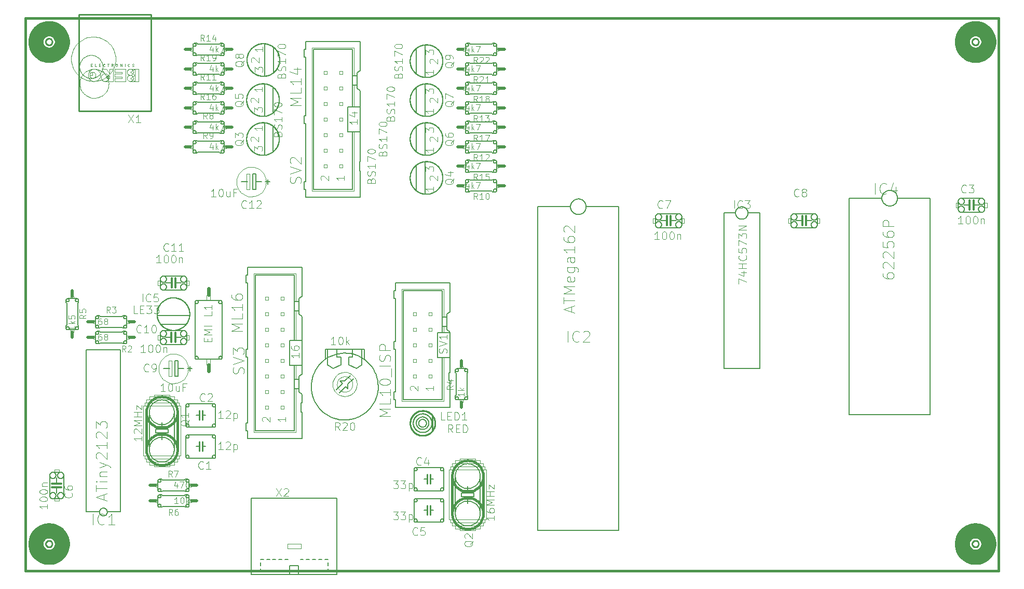
<source format=gto>
G04 (created by PCBNEW-RS274X (2010-00-09 BZR 23xx)-stable) date Wed 31 Aug 2011 10:04:48 AM CEST*
G01*
G70*
G90*
%MOIN*%
G04 Gerber Fmt 3.4, Leading zero omitted, Abs format*
%FSLAX34Y34*%
G04 APERTURE LIST*
%ADD10C,0.006000*%
%ADD11C,0.015000*%
%ADD12C,0.010000*%
%ADD13C,0.002000*%
%ADD14C,0.002600*%
%ADD15C,0.016000*%
%ADD16C,0.020000*%
%ADD17C,0.012000*%
%ADD18C,0.024000*%
%ADD19C,0.005000*%
%ADD20C,0.003000*%
%ADD21C,0.000100*%
%ADD22C,0.008000*%
%ADD23C,0.001000*%
%ADD24C,0.009000*%
%ADD25C,0.025000*%
%ADD26C,0.098000*%
%ADD27C,0.003500*%
G04 APERTURE END LIST*
G54D10*
G54D11*
X20750Y-52500D02*
X20750Y-17000D01*
X83250Y-52500D02*
X20750Y-52500D01*
X83250Y-17000D02*
X83250Y-52500D01*
X20750Y-17000D02*
X83250Y-17000D01*
G54D10*
X67900Y-39500D02*
X67900Y-29500D01*
X65600Y-29500D02*
X65600Y-39500D01*
X67900Y-39500D02*
X65600Y-39500D01*
X67900Y-29500D02*
X67150Y-29500D01*
X65600Y-29500D02*
X66350Y-29500D01*
X66350Y-29500D02*
X66352Y-29534D01*
X66357Y-29569D01*
X66364Y-29603D01*
X66375Y-29636D01*
X66388Y-29669D01*
X66404Y-29699D01*
X66423Y-29729D01*
X66444Y-29757D01*
X66468Y-29782D01*
X66493Y-29806D01*
X66521Y-29827D01*
X66551Y-29846D01*
X66581Y-29862D01*
X66614Y-29875D01*
X66647Y-29886D01*
X66681Y-29893D01*
X66716Y-29898D01*
X66750Y-29900D01*
X66784Y-29898D01*
X66819Y-29893D01*
X66853Y-29886D01*
X66886Y-29875D01*
X66919Y-29862D01*
X66949Y-29846D01*
X66979Y-29827D01*
X67007Y-29806D01*
X67032Y-29782D01*
X67056Y-29757D01*
X67077Y-29729D01*
X67096Y-29699D01*
X67112Y-29669D01*
X67125Y-29636D01*
X67136Y-29603D01*
X67143Y-29569D01*
X67148Y-29534D01*
X67150Y-29500D01*
X67148Y-29466D01*
X67143Y-29431D01*
X67136Y-29397D01*
X67125Y-29364D01*
X67112Y-29331D01*
X67096Y-29300D01*
X67077Y-29271D01*
X67056Y-29243D01*
X67032Y-29218D01*
X67007Y-29194D01*
X66979Y-29173D01*
X66950Y-29154D01*
X66919Y-29138D01*
X66886Y-29125D01*
X66853Y-29114D01*
X66819Y-29107D01*
X66784Y-29102D01*
X66750Y-29100D01*
X66716Y-29102D01*
X66681Y-29107D01*
X66647Y-29114D01*
X66614Y-29125D01*
X66581Y-29138D01*
X66550Y-29154D01*
X66521Y-29173D01*
X66493Y-29194D01*
X66468Y-29218D01*
X66444Y-29243D01*
X66423Y-29271D01*
X66404Y-29300D01*
X66388Y-29331D01*
X66375Y-29364D01*
X66364Y-29397D01*
X66357Y-29431D01*
X66352Y-29466D01*
X66350Y-29500D01*
X66352Y-29534D01*
X66357Y-29569D01*
X66364Y-29603D01*
X66375Y-29636D01*
X66388Y-29669D01*
X66404Y-29699D01*
X66423Y-29729D01*
X66444Y-29757D01*
X66468Y-29782D01*
X66493Y-29806D01*
X66521Y-29827D01*
X66551Y-29846D01*
X66581Y-29862D01*
X66614Y-29875D01*
X66647Y-29886D01*
X66681Y-29893D01*
X66716Y-29898D01*
X66750Y-29900D01*
X66784Y-29898D01*
X66819Y-29893D01*
X66853Y-29886D01*
X66886Y-29875D01*
X66919Y-29862D01*
X66950Y-29846D01*
X66979Y-29827D01*
X67007Y-29806D01*
X67032Y-29782D01*
X67056Y-29757D01*
X67077Y-29729D01*
X67096Y-29699D01*
X67112Y-29669D01*
X67125Y-29636D01*
X67136Y-29603D01*
X67143Y-29569D01*
X67148Y-29534D01*
X67150Y-29500D01*
X26000Y-48700D02*
X26850Y-48700D01*
X26850Y-38300D02*
X24650Y-38300D01*
X26850Y-38300D02*
X26850Y-48700D01*
X24650Y-48700D02*
X25500Y-48700D01*
X24650Y-48700D02*
X24650Y-38300D01*
X26000Y-48700D02*
X25999Y-48679D01*
X25996Y-48657D01*
X25991Y-48636D01*
X25984Y-48615D01*
X25976Y-48595D01*
X25966Y-48575D01*
X25954Y-48557D01*
X25941Y-48540D01*
X25926Y-48524D01*
X25910Y-48509D01*
X25893Y-48496D01*
X25875Y-48484D01*
X25855Y-48474D01*
X25835Y-48466D01*
X25814Y-48459D01*
X25793Y-48454D01*
X25771Y-48451D01*
X25750Y-48450D01*
X25729Y-48451D01*
X25707Y-48454D01*
X25686Y-48459D01*
X25665Y-48466D01*
X25645Y-48474D01*
X25625Y-48484D01*
X25607Y-48496D01*
X25590Y-48509D01*
X25574Y-48524D01*
X25559Y-48540D01*
X25546Y-48557D01*
X25534Y-48575D01*
X25524Y-48595D01*
X25516Y-48615D01*
X25509Y-48636D01*
X25504Y-48657D01*
X25501Y-48679D01*
X25500Y-48700D01*
X25501Y-48721D01*
X25504Y-48743D01*
X25509Y-48764D01*
X25516Y-48785D01*
X25524Y-48805D01*
X25534Y-48824D01*
X25546Y-48843D01*
X25559Y-48860D01*
X25574Y-48876D01*
X25590Y-48891D01*
X25607Y-48904D01*
X25626Y-48916D01*
X25645Y-48926D01*
X25665Y-48934D01*
X25686Y-48941D01*
X25707Y-48946D01*
X25729Y-48949D01*
X25750Y-48950D01*
X25771Y-48949D01*
X25793Y-48946D01*
X25814Y-48941D01*
X25835Y-48934D01*
X25855Y-48926D01*
X25875Y-48916D01*
X25893Y-48904D01*
X25910Y-48891D01*
X25926Y-48876D01*
X25941Y-48860D01*
X25954Y-48843D01*
X25966Y-48824D01*
X25976Y-48805D01*
X25984Y-48785D01*
X25991Y-48764D01*
X25996Y-48743D01*
X25999Y-48721D01*
X26000Y-48700D01*
X25999Y-48679D01*
X25996Y-48657D01*
X25991Y-48636D01*
X25984Y-48615D01*
X25976Y-48595D01*
X25966Y-48576D01*
X25954Y-48557D01*
X25941Y-48540D01*
X25926Y-48524D01*
X25910Y-48509D01*
X25893Y-48496D01*
X25875Y-48484D01*
X25855Y-48474D01*
X25835Y-48466D01*
X25814Y-48459D01*
X25793Y-48454D01*
X25771Y-48451D01*
X25750Y-48450D01*
X25729Y-48451D01*
X25707Y-48454D01*
X25686Y-48459D01*
X25665Y-48466D01*
X25645Y-48474D01*
X25626Y-48484D01*
X25607Y-48496D01*
X25590Y-48509D01*
X25574Y-48524D01*
X25559Y-48540D01*
X25546Y-48557D01*
X25534Y-48576D01*
X25524Y-48595D01*
X25516Y-48615D01*
X25509Y-48636D01*
X25504Y-48657D01*
X25501Y-48679D01*
X25500Y-48700D01*
X55750Y-29100D02*
X53650Y-29100D01*
X53650Y-49900D02*
X58850Y-49900D01*
X58850Y-29100D02*
X56750Y-29100D01*
X58850Y-29100D02*
X58850Y-49900D01*
X53650Y-29100D02*
X53650Y-49900D01*
X55750Y-29100D02*
X55752Y-29143D01*
X55758Y-29186D01*
X55768Y-29229D01*
X55781Y-29271D01*
X55797Y-29311D01*
X55817Y-29349D01*
X55841Y-29386D01*
X55867Y-29421D01*
X55897Y-29453D01*
X55929Y-29483D01*
X55964Y-29509D01*
X56001Y-29533D01*
X56039Y-29553D01*
X56079Y-29569D01*
X56121Y-29582D01*
X56164Y-29592D01*
X56207Y-29598D01*
X56250Y-29600D01*
X56293Y-29598D01*
X56336Y-29592D01*
X56379Y-29582D01*
X56421Y-29569D01*
X56461Y-29553D01*
X56499Y-29533D01*
X56536Y-29509D01*
X56571Y-29483D01*
X56603Y-29453D01*
X56633Y-29421D01*
X56659Y-29386D01*
X56683Y-29349D01*
X56703Y-29311D01*
X56719Y-29271D01*
X56732Y-29229D01*
X56742Y-29186D01*
X56748Y-29143D01*
X56750Y-29100D01*
X56748Y-29057D01*
X56742Y-29014D01*
X56732Y-28971D01*
X56719Y-28929D01*
X56703Y-28889D01*
X56683Y-28850D01*
X56659Y-28814D01*
X56633Y-28779D01*
X56603Y-28747D01*
X56571Y-28717D01*
X56536Y-28691D01*
X56500Y-28667D01*
X56461Y-28647D01*
X56421Y-28631D01*
X56379Y-28618D01*
X56336Y-28608D01*
X56293Y-28602D01*
X56250Y-28600D01*
X56207Y-28602D01*
X56164Y-28608D01*
X56121Y-28618D01*
X56079Y-28631D01*
X56039Y-28647D01*
X56000Y-28667D01*
X55964Y-28691D01*
X55929Y-28717D01*
X55897Y-28747D01*
X55867Y-28779D01*
X55841Y-28814D01*
X55817Y-28850D01*
X55797Y-28889D01*
X55781Y-28929D01*
X55768Y-28971D01*
X55758Y-29014D01*
X55752Y-29057D01*
X55750Y-29100D01*
X55752Y-29143D01*
X55758Y-29186D01*
X55768Y-29229D01*
X55781Y-29271D01*
X55797Y-29311D01*
X55817Y-29349D01*
X55841Y-29386D01*
X55867Y-29421D01*
X55897Y-29453D01*
X55929Y-29483D01*
X55964Y-29509D01*
X56001Y-29533D01*
X56039Y-29553D01*
X56079Y-29569D01*
X56121Y-29582D01*
X56164Y-29592D01*
X56207Y-29598D01*
X56250Y-29600D01*
X56293Y-29598D01*
X56336Y-29592D01*
X56379Y-29582D01*
X56421Y-29569D01*
X56461Y-29553D01*
X56500Y-29533D01*
X56536Y-29509D01*
X56571Y-29483D01*
X56603Y-29453D01*
X56633Y-29421D01*
X56659Y-29386D01*
X56683Y-29349D01*
X56703Y-29311D01*
X56719Y-29271D01*
X56732Y-29229D01*
X56742Y-29186D01*
X56748Y-29143D01*
X56750Y-29100D01*
G54D12*
X28822Y-22954D02*
X28822Y-16754D01*
X28822Y-16754D02*
X24178Y-16754D01*
X24178Y-16754D02*
X24178Y-22954D01*
X24178Y-22954D02*
X28822Y-22954D01*
G54D13*
X28009Y-21037D02*
X28009Y-20250D01*
X28009Y-20250D02*
X27763Y-20250D01*
X27763Y-20250D02*
X27763Y-20644D01*
X27763Y-20644D02*
X27763Y-21037D01*
X27763Y-21037D02*
X28009Y-21037D01*
X27763Y-21037D02*
X27468Y-20840D01*
X27468Y-20840D02*
X27763Y-20644D01*
X27763Y-20644D02*
X27468Y-20447D01*
X27468Y-20447D02*
X27763Y-20250D01*
X27468Y-20250D02*
X27763Y-20250D01*
X27468Y-21037D02*
X27763Y-21037D01*
X27173Y-21037D02*
X27173Y-20250D01*
X27173Y-20250D02*
X26485Y-20250D01*
X26485Y-20250D02*
X26485Y-20447D01*
X26485Y-20447D02*
X26927Y-20447D01*
X26927Y-20447D02*
X26927Y-20546D01*
X26927Y-20546D02*
X26485Y-20546D01*
X26485Y-20546D02*
X26485Y-20743D01*
X26485Y-20743D02*
X26927Y-20743D01*
X26927Y-20743D02*
X26927Y-20840D01*
X26927Y-20840D02*
X26485Y-20840D01*
X26485Y-20840D02*
X26485Y-21037D01*
X26485Y-21037D02*
X27173Y-21037D01*
X26386Y-21037D02*
X26386Y-20250D01*
X26386Y-20250D02*
X26140Y-20250D01*
X26140Y-20250D02*
X26140Y-20546D01*
X26140Y-20546D02*
X25943Y-20250D01*
X25943Y-20250D02*
X25648Y-20250D01*
X25648Y-20250D02*
X25845Y-20546D01*
X26140Y-20840D02*
X26140Y-20693D01*
X26386Y-21037D02*
X25845Y-21037D01*
X26140Y-20840D02*
X25993Y-20840D01*
X26140Y-20693D02*
X25993Y-20693D01*
X25058Y-20644D02*
X24861Y-20644D01*
X25058Y-20644D02*
X25058Y-20447D01*
X24863Y-20840D02*
X24863Y-21015D01*
X24861Y-20644D02*
X24861Y-20300D01*
G54D12*
X28822Y-19955D02*
X28822Y-16754D01*
X24178Y-21503D02*
X24178Y-22954D01*
X28822Y-22954D02*
X28822Y-21503D01*
X24178Y-16754D02*
X24178Y-19955D01*
G54D13*
X27468Y-20643D02*
X27451Y-20644D01*
X27434Y-20646D01*
X27418Y-20650D01*
X27401Y-20655D01*
X27385Y-20662D01*
X27370Y-20670D01*
X27356Y-20679D01*
X27342Y-20690D01*
X27329Y-20701D01*
X27318Y-20714D01*
X27307Y-20728D01*
X27298Y-20742D01*
X27290Y-20757D01*
X27283Y-20773D01*
X27278Y-20790D01*
X27274Y-20806D01*
X27272Y-20823D01*
X27271Y-20840D01*
X27272Y-20857D01*
X27274Y-20874D01*
X27278Y-20890D01*
X27283Y-20907D01*
X27290Y-20923D01*
X27298Y-20938D01*
X27307Y-20952D01*
X27318Y-20966D01*
X27329Y-20979D01*
X27342Y-20990D01*
X27356Y-21001D01*
X27370Y-21010D01*
X27385Y-21018D01*
X27401Y-21025D01*
X27418Y-21030D01*
X27434Y-21034D01*
X27451Y-21036D01*
X27468Y-21037D01*
X27485Y-21036D01*
X27502Y-21034D01*
X27518Y-21030D01*
X27535Y-21025D01*
X27551Y-21018D01*
X27566Y-21010D01*
X27580Y-21001D01*
X27594Y-20990D01*
X27607Y-20979D01*
X27618Y-20966D01*
X27629Y-20952D01*
X27638Y-20938D01*
X27646Y-20923D01*
X27653Y-20907D01*
X27658Y-20890D01*
X27662Y-20874D01*
X27664Y-20857D01*
X27665Y-20840D01*
X27664Y-20823D01*
X27662Y-20806D01*
X27658Y-20790D01*
X27653Y-20773D01*
X27646Y-20757D01*
X27638Y-20742D01*
X27629Y-20728D01*
X27618Y-20714D01*
X27607Y-20701D01*
X27594Y-20690D01*
X27580Y-20679D01*
X27566Y-20670D01*
X27551Y-20662D01*
X27535Y-20655D01*
X27518Y-20650D01*
X27502Y-20646D01*
X27485Y-20644D01*
X27468Y-20643D01*
X27451Y-20644D01*
X27434Y-20646D01*
X27418Y-20650D01*
X27401Y-20655D01*
X27385Y-20662D01*
X27370Y-20670D01*
X27356Y-20679D01*
X27342Y-20690D01*
X27329Y-20701D01*
X27318Y-20714D01*
X27307Y-20728D01*
X27298Y-20742D01*
X27290Y-20757D01*
X27283Y-20773D01*
X27278Y-20790D01*
X27274Y-20806D01*
X27272Y-20823D01*
X27271Y-20840D01*
X27272Y-20857D01*
X27274Y-20874D01*
X27278Y-20890D01*
X27283Y-20907D01*
X27290Y-20923D01*
X27298Y-20938D01*
X27307Y-20952D01*
X27318Y-20966D01*
X27329Y-20979D01*
X27342Y-20990D01*
X27356Y-21001D01*
X27370Y-21010D01*
X27385Y-21018D01*
X27401Y-21025D01*
X27418Y-21030D01*
X27434Y-21034D01*
X27451Y-21036D01*
X27468Y-21037D01*
X27468Y-20250D02*
X27451Y-20251D01*
X27434Y-20253D01*
X27418Y-20257D01*
X27401Y-20262D01*
X27385Y-20269D01*
X27370Y-20277D01*
X27356Y-20286D01*
X27342Y-20297D01*
X27329Y-20308D01*
X27318Y-20321D01*
X27307Y-20335D01*
X27298Y-20349D01*
X27290Y-20364D01*
X27283Y-20380D01*
X27278Y-20397D01*
X27274Y-20413D01*
X27272Y-20430D01*
X27271Y-20447D01*
X27272Y-20464D01*
X27274Y-20481D01*
X27278Y-20497D01*
X27283Y-20514D01*
X27290Y-20530D01*
X27298Y-20545D01*
X27307Y-20559D01*
X27318Y-20573D01*
X27329Y-20586D01*
X27342Y-20597D01*
X27356Y-20608D01*
X27370Y-20617D01*
X27385Y-20625D01*
X27401Y-20632D01*
X27418Y-20637D01*
X27434Y-20641D01*
X27451Y-20643D01*
X27468Y-20644D01*
X27485Y-20643D01*
X27502Y-20641D01*
X27518Y-20637D01*
X27535Y-20632D01*
X27551Y-20625D01*
X27566Y-20617D01*
X27580Y-20608D01*
X27594Y-20597D01*
X27607Y-20586D01*
X27618Y-20573D01*
X27629Y-20559D01*
X27638Y-20545D01*
X27646Y-20530D01*
X27653Y-20514D01*
X27658Y-20497D01*
X27662Y-20481D01*
X27664Y-20464D01*
X27665Y-20447D01*
X27664Y-20430D01*
X27662Y-20413D01*
X27658Y-20397D01*
X27653Y-20380D01*
X27646Y-20364D01*
X27638Y-20349D01*
X27629Y-20335D01*
X27618Y-20321D01*
X27607Y-20308D01*
X27594Y-20297D01*
X27580Y-20286D01*
X27566Y-20277D01*
X27551Y-20269D01*
X27535Y-20262D01*
X27518Y-20257D01*
X27502Y-20253D01*
X27485Y-20251D01*
X27468Y-20250D01*
X27451Y-20251D01*
X27434Y-20253D01*
X27418Y-20257D01*
X27401Y-20262D01*
X27385Y-20269D01*
X27370Y-20277D01*
X27356Y-20286D01*
X27342Y-20297D01*
X27329Y-20308D01*
X27318Y-20321D01*
X27307Y-20335D01*
X27298Y-20349D01*
X27290Y-20364D01*
X27283Y-20380D01*
X27278Y-20397D01*
X27274Y-20413D01*
X27272Y-20430D01*
X27271Y-20447D01*
X27272Y-20464D01*
X27274Y-20481D01*
X27278Y-20497D01*
X27283Y-20514D01*
X27290Y-20530D01*
X27298Y-20545D01*
X27307Y-20559D01*
X27318Y-20573D01*
X27329Y-20586D01*
X27342Y-20597D01*
X27356Y-20608D01*
X27370Y-20617D01*
X27385Y-20625D01*
X27401Y-20632D01*
X27418Y-20637D01*
X27434Y-20641D01*
X27451Y-20643D01*
X27468Y-20644D01*
X25058Y-20841D02*
X25075Y-20840D01*
X25092Y-20838D01*
X25108Y-20834D01*
X25125Y-20829D01*
X25141Y-20822D01*
X25156Y-20814D01*
X25170Y-20805D01*
X25184Y-20794D01*
X25197Y-20783D01*
X25208Y-20770D01*
X25219Y-20756D01*
X25228Y-20742D01*
X25236Y-20727D01*
X25243Y-20711D01*
X25248Y-20694D01*
X25252Y-20678D01*
X25254Y-20661D01*
X25255Y-20644D01*
X25254Y-20627D01*
X25252Y-20610D01*
X25248Y-20594D01*
X25243Y-20577D01*
X25236Y-20561D01*
X25228Y-20546D01*
X25219Y-20532D01*
X25208Y-20518D01*
X25197Y-20505D01*
X25184Y-20494D01*
X25170Y-20483D01*
X25156Y-20474D01*
X25141Y-20466D01*
X25125Y-20459D01*
X25108Y-20454D01*
X25092Y-20450D01*
X25075Y-20448D01*
X25058Y-20447D01*
X25041Y-20448D01*
X25024Y-20450D01*
X25008Y-20454D01*
X24991Y-20459D01*
X24975Y-20466D01*
X24960Y-20474D01*
X24946Y-20483D01*
X24932Y-20494D01*
X24919Y-20505D01*
X24908Y-20518D01*
X24897Y-20532D01*
X24888Y-20546D01*
X24880Y-20561D01*
X24873Y-20577D01*
X24868Y-20594D01*
X24864Y-20610D01*
X24862Y-20627D01*
X24861Y-20644D01*
X24862Y-20661D01*
X24864Y-20678D01*
X24868Y-20694D01*
X24873Y-20711D01*
X24880Y-20727D01*
X24888Y-20742D01*
X24897Y-20756D01*
X24908Y-20770D01*
X24919Y-20783D01*
X24932Y-20794D01*
X24946Y-20805D01*
X24960Y-20814D01*
X24975Y-20822D01*
X24991Y-20829D01*
X25008Y-20834D01*
X25024Y-20838D01*
X25041Y-20840D01*
X25058Y-20841D01*
X25075Y-20840D01*
X25092Y-20838D01*
X25108Y-20834D01*
X25125Y-20829D01*
X25141Y-20822D01*
X25156Y-20814D01*
X25170Y-20805D01*
X25184Y-20794D01*
X25197Y-20783D01*
X25208Y-20770D01*
X25219Y-20756D01*
X25228Y-20742D01*
X25236Y-20727D01*
X25243Y-20711D01*
X25248Y-20694D01*
X25252Y-20678D01*
X25254Y-20661D01*
X25255Y-20644D01*
X25254Y-20627D01*
X25252Y-20610D01*
X25248Y-20594D01*
X25243Y-20577D01*
X25236Y-20561D01*
X25228Y-20546D01*
X25219Y-20532D01*
X25208Y-20518D01*
X25197Y-20505D01*
X25184Y-20494D01*
X25170Y-20483D01*
X25156Y-20474D01*
X25141Y-20466D01*
X25125Y-20459D01*
X25108Y-20454D01*
X25092Y-20450D01*
X25075Y-20448D01*
X25058Y-20447D01*
X25156Y-21038D02*
X25190Y-21036D01*
X25224Y-21032D01*
X25257Y-21024D01*
X25290Y-21014D01*
X25322Y-21001D01*
X25352Y-20985D01*
X25381Y-20966D01*
X25409Y-20945D01*
X25434Y-20922D01*
X25457Y-20897D01*
X25478Y-20869D01*
X25497Y-20840D01*
X25513Y-20810D01*
X25526Y-20778D01*
X25536Y-20745D01*
X25544Y-20712D01*
X25548Y-20678D01*
X25550Y-20644D01*
X25548Y-20610D01*
X25544Y-20576D01*
X25536Y-20543D01*
X25526Y-20510D01*
X25513Y-20478D01*
X25497Y-20447D01*
X25478Y-20419D01*
X25457Y-20391D01*
X25434Y-20366D01*
X25409Y-20343D01*
X25381Y-20322D01*
X25353Y-20303D01*
X25322Y-20287D01*
X25290Y-20274D01*
X25257Y-20264D01*
X25224Y-20256D01*
X25190Y-20252D01*
X25156Y-20250D01*
X25122Y-20252D01*
X25088Y-20256D01*
X25055Y-20264D01*
X25022Y-20274D01*
X24990Y-20287D01*
X24959Y-20303D01*
X24931Y-20322D01*
X24903Y-20343D01*
X24878Y-20366D01*
X24855Y-20391D01*
X24834Y-20419D01*
X24815Y-20447D01*
X24799Y-20478D01*
X24786Y-20510D01*
X24776Y-20543D01*
X24768Y-20576D01*
X24764Y-20610D01*
X24762Y-20644D01*
X24764Y-20678D01*
X24768Y-20712D01*
X24776Y-20745D01*
X24786Y-20778D01*
X24799Y-20810D01*
X24815Y-20840D01*
X24834Y-20869D01*
X24855Y-20897D01*
X24878Y-20922D01*
X24903Y-20945D01*
X24931Y-20966D01*
X24960Y-20985D01*
X24990Y-21001D01*
X25022Y-21014D01*
X25055Y-21024D01*
X25088Y-21032D01*
X25122Y-21036D01*
X25156Y-21038D01*
X25190Y-21036D01*
X25224Y-21032D01*
X25257Y-21024D01*
X25290Y-21014D01*
X25322Y-21001D01*
X25353Y-20985D01*
X25381Y-20966D01*
X25409Y-20945D01*
X25434Y-20922D01*
X25457Y-20897D01*
X25478Y-20869D01*
X25497Y-20840D01*
X25513Y-20810D01*
X25526Y-20778D01*
X25536Y-20745D01*
X25544Y-20712D01*
X25548Y-20678D01*
X25550Y-20644D01*
X25548Y-20610D01*
X25544Y-20576D01*
X25536Y-20543D01*
X25526Y-20510D01*
X25513Y-20478D01*
X25497Y-20448D01*
X25478Y-20419D01*
X25457Y-20391D01*
X25434Y-20366D01*
X25409Y-20343D01*
X25381Y-20322D01*
X25353Y-20303D01*
X25322Y-20287D01*
X25290Y-20274D01*
X25257Y-20264D01*
X25224Y-20256D01*
X25190Y-20252D01*
X25156Y-20250D01*
X24864Y-20839D02*
X24928Y-20845D01*
X24992Y-20845D01*
X25057Y-20839D01*
X25121Y-20828D01*
X25183Y-20811D01*
X25244Y-20788D01*
X25303Y-20761D01*
X25359Y-20728D01*
X25412Y-20691D01*
X25461Y-20649D01*
X25507Y-20604D01*
X25549Y-20554D01*
X25586Y-20501D01*
X25618Y-20444D01*
X25645Y-20386D01*
X25668Y-20325D01*
X25684Y-20262D01*
X25695Y-20198D01*
X25701Y-20134D01*
X25701Y-20070D01*
X25695Y-20005D01*
X25684Y-19941D01*
X25667Y-19879D01*
X25644Y-19818D01*
X25617Y-19759D01*
X25584Y-19703D01*
X25547Y-19650D01*
X25505Y-19601D01*
X25460Y-19555D01*
X25410Y-19513D01*
X25357Y-19476D01*
X25300Y-19444D01*
X25242Y-19417D01*
X25181Y-19394D01*
X25118Y-19378D01*
X25054Y-19367D01*
X24990Y-19361D01*
X24926Y-19361D01*
X24861Y-19367D01*
X24797Y-19378D01*
X24735Y-19395D01*
X24674Y-19418D01*
X24615Y-19445D01*
X24559Y-19478D01*
X24506Y-19515D01*
X24457Y-19557D01*
X24411Y-19602D01*
X24369Y-19652D01*
X24332Y-19705D01*
X24300Y-19762D01*
X24273Y-19820D01*
X24250Y-19881D01*
X24234Y-19944D01*
X24223Y-20008D01*
X24217Y-20072D01*
X24217Y-20136D01*
X24223Y-20201D01*
X24234Y-20265D01*
X24251Y-20327D01*
X24274Y-20388D01*
X24301Y-20447D01*
X24334Y-20503D01*
X24371Y-20556D01*
X24413Y-20605D01*
X24458Y-20651D01*
X24508Y-20693D01*
X24561Y-20730D01*
X24618Y-20762D01*
X24676Y-20789D01*
X24737Y-20812D01*
X24800Y-20828D01*
X24864Y-20839D01*
X24928Y-20845D01*
X24992Y-20845D01*
X25057Y-20839D01*
X25058Y-20839D01*
X24859Y-21014D02*
X24983Y-21031D01*
X25107Y-21036D01*
X25230Y-21031D01*
X25354Y-21015D01*
X25475Y-20989D01*
X25594Y-20951D01*
X25709Y-20904D01*
X25820Y-20847D01*
X25925Y-20780D01*
X26024Y-20704D01*
X26116Y-20620D01*
X26200Y-20529D01*
X26276Y-20430D01*
X26343Y-20325D01*
X26401Y-20215D01*
X26449Y-20100D01*
X26486Y-19981D01*
X26513Y-19860D01*
X26530Y-19736D01*
X26535Y-19612D01*
X26530Y-19489D01*
X26514Y-19365D01*
X26488Y-19244D01*
X26450Y-19125D01*
X26403Y-19010D01*
X26346Y-18899D01*
X26279Y-18794D01*
X26203Y-18695D01*
X26119Y-18603D01*
X26028Y-18519D01*
X25929Y-18443D01*
X25824Y-18376D01*
X25714Y-18318D01*
X25599Y-18270D01*
X25480Y-18233D01*
X25359Y-18206D01*
X25235Y-18189D01*
X25111Y-18184D01*
X24988Y-18189D01*
X24864Y-18205D01*
X24743Y-18231D01*
X24624Y-18269D01*
X24509Y-18316D01*
X24398Y-18373D01*
X24293Y-18440D01*
X24194Y-18516D01*
X24102Y-18600D01*
X24018Y-18691D01*
X23942Y-18790D01*
X23875Y-18895D01*
X23817Y-19005D01*
X23769Y-19120D01*
X23732Y-19239D01*
X23705Y-19360D01*
X23688Y-19484D01*
X23683Y-19608D01*
X23688Y-19731D01*
X23704Y-19855D01*
X23730Y-19976D01*
X23768Y-20095D01*
X23815Y-20210D01*
X23872Y-20321D01*
X23939Y-20426D01*
X24015Y-20525D01*
X24099Y-20617D01*
X24190Y-20701D01*
X24289Y-20777D01*
X24394Y-20844D01*
X24504Y-20902D01*
X24619Y-20950D01*
X24738Y-20987D01*
X24859Y-21014D01*
X24983Y-21031D01*
X25107Y-21036D01*
X25156Y-21036D01*
X25156Y-20252D02*
X25074Y-20255D01*
X24994Y-20267D01*
X24914Y-20285D01*
X24837Y-20309D01*
X24762Y-20341D01*
X24690Y-20379D01*
X24621Y-20423D01*
X24557Y-20473D01*
X24497Y-20528D01*
X24443Y-20589D01*
X24393Y-20653D01*
X24350Y-20722D01*
X24313Y-20795D01*
X24282Y-20870D01*
X24258Y-20948D01*
X24241Y-21027D01*
X24231Y-21108D01*
X24228Y-21188D01*
X24231Y-21270D01*
X24243Y-21350D01*
X24261Y-21430D01*
X24285Y-21507D01*
X24317Y-21582D01*
X24355Y-21654D01*
X24399Y-21723D01*
X24449Y-21787D01*
X24504Y-21847D01*
X24565Y-21901D01*
X24629Y-21951D01*
X24698Y-21994D01*
X24771Y-22031D01*
X24846Y-22062D01*
X24924Y-22086D01*
X25003Y-22103D01*
X25084Y-22113D01*
X25164Y-22116D01*
X25246Y-22113D01*
X25326Y-22101D01*
X25406Y-22083D01*
X25483Y-22059D01*
X25558Y-22027D01*
X25630Y-21989D01*
X25699Y-21945D01*
X25763Y-21895D01*
X25823Y-21840D01*
X25877Y-21779D01*
X25927Y-21715D01*
X25970Y-21646D01*
X26007Y-21573D01*
X26038Y-21498D01*
X26062Y-21420D01*
X26079Y-21341D01*
X26089Y-21260D01*
X26092Y-21180D01*
X26089Y-21098D01*
X26077Y-21018D01*
X26059Y-20938D01*
X26035Y-20861D01*
X26003Y-20786D01*
X25965Y-20714D01*
X25921Y-20645D01*
X25871Y-20581D01*
X25816Y-20521D01*
X25755Y-20467D01*
X25691Y-20417D01*
X25622Y-20374D01*
X25549Y-20337D01*
X25474Y-20306D01*
X25396Y-20282D01*
X25317Y-20265D01*
X25236Y-20255D01*
X25156Y-20252D01*
X25074Y-20255D01*
X24994Y-20267D01*
X24914Y-20285D01*
X24861Y-20301D01*
X25845Y-20545D02*
X25824Y-20546D01*
X25803Y-20549D01*
X25782Y-20554D01*
X25761Y-20560D01*
X25742Y-20569D01*
X25723Y-20578D01*
X25704Y-20590D01*
X25687Y-20603D01*
X25672Y-20618D01*
X25657Y-20633D01*
X25644Y-20650D01*
X25632Y-20669D01*
X25623Y-20688D01*
X25614Y-20707D01*
X25608Y-20728D01*
X25603Y-20749D01*
X25600Y-20770D01*
X25599Y-20791D01*
X25600Y-20812D01*
X25603Y-20833D01*
X25608Y-20854D01*
X25614Y-20875D01*
X25623Y-20894D01*
X25632Y-20913D01*
X25644Y-20932D01*
X25657Y-20949D01*
X25672Y-20964D01*
X25687Y-20979D01*
X25704Y-20992D01*
X25723Y-21004D01*
X25742Y-21013D01*
X25761Y-21022D01*
X25782Y-21028D01*
X25803Y-21033D01*
X25824Y-21036D01*
X25845Y-21037D01*
X25866Y-21036D01*
X25887Y-21033D01*
X25908Y-21028D01*
X25929Y-21022D01*
X25948Y-21013D01*
X25967Y-21004D01*
X25986Y-20992D01*
X26003Y-20979D01*
X26018Y-20964D01*
X26033Y-20949D01*
X26046Y-20932D01*
X26058Y-20913D01*
X26067Y-20894D01*
X26076Y-20875D01*
X26082Y-20854D01*
X26087Y-20833D01*
X26090Y-20812D01*
X26091Y-20791D01*
X26090Y-20770D01*
X26087Y-20749D01*
X26082Y-20728D01*
X26076Y-20707D01*
X26067Y-20688D01*
X26058Y-20668D01*
X26046Y-20650D01*
X26033Y-20633D01*
X26018Y-20618D01*
X26003Y-20603D01*
X25986Y-20590D01*
X25968Y-20578D01*
X25948Y-20569D01*
X25929Y-20560D01*
X25908Y-20554D01*
X25887Y-20549D01*
X25866Y-20546D01*
X25845Y-20545D01*
X25824Y-20546D01*
X25803Y-20549D01*
X25782Y-20554D01*
X25761Y-20560D01*
X25742Y-20569D01*
X25722Y-20578D01*
X25704Y-20590D01*
X25687Y-20603D01*
X25672Y-20618D01*
X25657Y-20633D01*
X25644Y-20650D01*
X25632Y-20668D01*
X25623Y-20688D01*
X25614Y-20707D01*
X25608Y-20728D01*
X25603Y-20749D01*
X25600Y-20770D01*
X25599Y-20791D01*
X25600Y-20812D01*
X25603Y-20833D01*
X25608Y-20854D01*
X25614Y-20875D01*
X25623Y-20894D01*
X25632Y-20913D01*
X25644Y-20932D01*
X25657Y-20949D01*
X25672Y-20964D01*
X25687Y-20979D01*
X25704Y-20992D01*
X25723Y-21004D01*
X25742Y-21013D01*
X25761Y-21022D01*
X25782Y-21028D01*
X25803Y-21033D01*
X25824Y-21036D01*
X25845Y-21037D01*
X25993Y-20692D02*
X25987Y-20693D01*
X25981Y-20694D01*
X25974Y-20695D01*
X25968Y-20697D01*
X25962Y-20699D01*
X25957Y-20702D01*
X25951Y-20706D01*
X25946Y-20710D01*
X25941Y-20714D01*
X25937Y-20719D01*
X25933Y-20724D01*
X25929Y-20730D01*
X25926Y-20735D01*
X25924Y-20741D01*
X25922Y-20747D01*
X25921Y-20754D01*
X25920Y-20760D01*
X25919Y-20766D01*
X25920Y-20772D01*
X25921Y-20778D01*
X25922Y-20785D01*
X25924Y-20791D01*
X25926Y-20797D01*
X25929Y-20802D01*
X25933Y-20808D01*
X25937Y-20813D01*
X25941Y-20818D01*
X25946Y-20822D01*
X25951Y-20826D01*
X25957Y-20830D01*
X25962Y-20833D01*
X25968Y-20835D01*
X25974Y-20837D01*
X25981Y-20838D01*
X25987Y-20839D01*
X25993Y-20840D01*
X25999Y-20839D01*
X26005Y-20838D01*
X26012Y-20837D01*
X26018Y-20835D01*
X26024Y-20833D01*
X26029Y-20830D01*
X26035Y-20826D01*
X26040Y-20822D01*
X26045Y-20818D01*
X26049Y-20813D01*
X26053Y-20808D01*
X26057Y-20802D01*
X26060Y-20797D01*
X26062Y-20791D01*
X26064Y-20785D01*
X26065Y-20778D01*
X26066Y-20772D01*
X26067Y-20766D01*
X26066Y-20760D01*
X26065Y-20754D01*
X26064Y-20747D01*
X26062Y-20741D01*
X26060Y-20735D01*
X26057Y-20729D01*
X26053Y-20724D01*
X26049Y-20719D01*
X26045Y-20714D01*
X26040Y-20710D01*
X26035Y-20706D01*
X26030Y-20702D01*
X26024Y-20699D01*
X26018Y-20697D01*
X26012Y-20695D01*
X26005Y-20694D01*
X25999Y-20693D01*
X25993Y-20692D01*
X25987Y-20693D01*
X25981Y-20694D01*
X25974Y-20695D01*
X25968Y-20697D01*
X25962Y-20699D01*
X25956Y-20702D01*
X25951Y-20706D01*
X25946Y-20710D01*
X25941Y-20714D01*
X25937Y-20719D01*
X25933Y-20724D01*
X25929Y-20729D01*
X25926Y-20735D01*
X25924Y-20741D01*
X25922Y-20747D01*
X25921Y-20754D01*
X25920Y-20760D01*
X25919Y-20766D01*
X25920Y-20772D01*
X25921Y-20778D01*
X25922Y-20785D01*
X25924Y-20791D01*
X25926Y-20797D01*
X25929Y-20802D01*
X25933Y-20808D01*
X25937Y-20813D01*
X25941Y-20818D01*
X25946Y-20822D01*
X25951Y-20826D01*
X25957Y-20830D01*
X25962Y-20833D01*
X25968Y-20835D01*
X25974Y-20837D01*
X25981Y-20838D01*
X25987Y-20839D01*
X25993Y-20840D01*
G54D14*
X45850Y-39100D02*
X45850Y-38900D01*
X45850Y-38900D02*
X45650Y-38900D01*
X45650Y-39100D02*
X45650Y-38900D01*
X45850Y-39100D02*
X45650Y-39100D01*
X45850Y-40100D02*
X45850Y-39900D01*
X45850Y-39900D02*
X45650Y-39900D01*
X45650Y-40100D02*
X45650Y-39900D01*
X45850Y-40100D02*
X45650Y-40100D01*
X45850Y-38100D02*
X45850Y-37900D01*
X45850Y-37900D02*
X45650Y-37900D01*
X45650Y-38100D02*
X45650Y-37900D01*
X45850Y-38100D02*
X45650Y-38100D01*
X45850Y-36100D02*
X45850Y-35900D01*
X45850Y-35900D02*
X45650Y-35900D01*
X45650Y-36100D02*
X45650Y-35900D01*
X45850Y-36100D02*
X45650Y-36100D01*
X45850Y-37100D02*
X45850Y-36900D01*
X45850Y-36900D02*
X45650Y-36900D01*
X45650Y-37100D02*
X45650Y-36900D01*
X45850Y-37100D02*
X45650Y-37100D01*
X46850Y-39100D02*
X46850Y-38900D01*
X46850Y-38900D02*
X46650Y-38900D01*
X46650Y-39100D02*
X46650Y-38900D01*
X46850Y-39100D02*
X46650Y-39100D01*
X46850Y-40100D02*
X46850Y-39900D01*
X46850Y-39900D02*
X46650Y-39900D01*
X46650Y-40100D02*
X46650Y-39900D01*
X46850Y-40100D02*
X46650Y-40100D01*
X46850Y-38100D02*
X46850Y-37900D01*
X46850Y-37900D02*
X46650Y-37900D01*
X46650Y-38100D02*
X46650Y-37900D01*
X46850Y-38100D02*
X46650Y-38100D01*
X46850Y-36100D02*
X46850Y-35900D01*
X46850Y-35900D02*
X46650Y-35900D01*
X46650Y-36100D02*
X46650Y-35900D01*
X46850Y-36100D02*
X46650Y-36100D01*
X46850Y-37100D02*
X46850Y-36900D01*
X46850Y-36900D02*
X46650Y-36900D01*
X46650Y-37100D02*
X46650Y-36900D01*
X46850Y-37100D02*
X46650Y-37100D01*
G54D10*
X45000Y-41500D02*
X45000Y-34500D01*
X47500Y-34500D02*
X45000Y-34500D01*
X45000Y-41500D02*
X47500Y-41500D01*
X44500Y-42000D02*
X44500Y-41500D01*
X48000Y-34000D02*
X48000Y-35850D01*
X48000Y-34000D02*
X44500Y-34000D01*
X44500Y-42000D02*
X48000Y-42000D01*
X47500Y-34500D02*
X47500Y-36200D01*
X47200Y-37200D02*
X47200Y-38800D01*
X47500Y-38800D02*
X47200Y-38800D01*
X47500Y-38800D02*
X47500Y-41500D01*
X47500Y-38800D02*
X47600Y-38800D01*
X47200Y-37200D02*
X47500Y-37200D01*
X47500Y-37200D02*
X47600Y-37200D01*
X44500Y-34500D02*
X44400Y-34500D01*
X44400Y-34500D02*
X44400Y-35000D01*
X44500Y-35000D02*
X44400Y-35000D01*
X44500Y-34500D02*
X44500Y-34000D01*
X44400Y-37750D02*
X44400Y-38250D01*
X44400Y-37750D02*
X44500Y-37750D01*
X44500Y-37750D02*
X44500Y-35000D01*
X44400Y-38250D02*
X44500Y-38250D01*
X44400Y-41000D02*
X44400Y-41500D01*
X44400Y-41500D02*
X44500Y-41500D01*
X44400Y-41000D02*
X44500Y-41000D01*
X44500Y-41000D02*
X44500Y-38250D01*
X48000Y-37150D02*
X48000Y-37200D01*
X48000Y-37200D02*
X48000Y-38800D01*
X47500Y-36800D02*
X47600Y-36800D01*
X47500Y-36800D02*
X47500Y-37200D01*
X47500Y-36200D02*
X47600Y-36200D01*
X47500Y-36200D02*
X47500Y-36800D01*
X48000Y-37150D02*
X47800Y-37000D01*
X47800Y-36000D02*
X48000Y-35850D01*
X47800Y-36000D02*
X47800Y-36200D01*
G54D13*
X47600Y-36800D02*
X47600Y-37200D01*
G54D10*
X47600Y-37200D02*
X48000Y-37200D01*
G54D13*
X47600Y-36200D02*
X47600Y-34400D01*
X47600Y-34400D02*
X44900Y-34400D01*
X44900Y-34400D02*
X44900Y-41600D01*
X44900Y-41600D02*
X47600Y-41600D01*
X47600Y-41600D02*
X47600Y-38800D01*
G54D10*
X47600Y-38800D02*
X48000Y-38800D01*
X47600Y-36800D02*
X47800Y-36800D01*
X47800Y-36800D02*
X47800Y-37000D01*
X47600Y-36200D02*
X47800Y-36200D01*
X47800Y-36200D02*
X47800Y-36800D01*
X48000Y-38800D02*
X48000Y-39750D01*
X47950Y-39750D02*
X48000Y-39750D01*
X47950Y-39750D02*
X47950Y-40250D01*
X48000Y-40250D02*
X47950Y-40250D01*
X48000Y-40250D02*
X48000Y-42000D01*
G54D14*
X40100Y-20600D02*
X40100Y-20400D01*
X40100Y-20400D02*
X39900Y-20400D01*
X39900Y-20600D02*
X39900Y-20400D01*
X40100Y-20600D02*
X39900Y-20600D01*
X40100Y-21600D02*
X40100Y-21400D01*
X40100Y-21400D02*
X39900Y-21400D01*
X39900Y-21600D02*
X39900Y-21400D01*
X40100Y-21600D02*
X39900Y-21600D01*
X41100Y-21600D02*
X41100Y-21400D01*
X41100Y-21400D02*
X40900Y-21400D01*
X40900Y-21600D02*
X40900Y-21400D01*
X41100Y-21600D02*
X40900Y-21600D01*
X41100Y-20600D02*
X41100Y-20400D01*
X41100Y-20400D02*
X40900Y-20400D01*
X40900Y-20600D02*
X40900Y-20400D01*
X41100Y-20600D02*
X40900Y-20600D01*
X40100Y-25600D02*
X40100Y-25400D01*
X40100Y-25400D02*
X39900Y-25400D01*
X39900Y-25600D02*
X39900Y-25400D01*
X40100Y-25600D02*
X39900Y-25600D01*
X40100Y-26600D02*
X40100Y-26400D01*
X40100Y-26400D02*
X39900Y-26400D01*
X39900Y-26600D02*
X39900Y-26400D01*
X40100Y-26600D02*
X39900Y-26600D01*
X40100Y-24600D02*
X40100Y-24400D01*
X40100Y-24400D02*
X39900Y-24400D01*
X39900Y-24600D02*
X39900Y-24400D01*
X40100Y-24600D02*
X39900Y-24600D01*
X40100Y-22600D02*
X40100Y-22400D01*
X40100Y-22400D02*
X39900Y-22400D01*
X39900Y-22600D02*
X39900Y-22400D01*
X40100Y-22600D02*
X39900Y-22600D01*
X40100Y-23600D02*
X40100Y-23400D01*
X40100Y-23400D02*
X39900Y-23400D01*
X39900Y-23600D02*
X39900Y-23400D01*
X40100Y-23600D02*
X39900Y-23600D01*
X41100Y-25600D02*
X41100Y-25400D01*
X41100Y-25400D02*
X40900Y-25400D01*
X40900Y-25600D02*
X40900Y-25400D01*
X41100Y-25600D02*
X40900Y-25600D01*
X41100Y-26600D02*
X41100Y-26400D01*
X41100Y-26400D02*
X40900Y-26400D01*
X40900Y-26600D02*
X40900Y-26400D01*
X41100Y-26600D02*
X40900Y-26600D01*
X41100Y-24600D02*
X41100Y-24400D01*
X41100Y-24400D02*
X40900Y-24400D01*
X40900Y-24600D02*
X40900Y-24400D01*
X41100Y-24600D02*
X40900Y-24600D01*
X41100Y-22600D02*
X41100Y-22400D01*
X41100Y-22400D02*
X40900Y-22400D01*
X40900Y-22600D02*
X40900Y-22400D01*
X41100Y-22600D02*
X40900Y-22600D01*
X41100Y-23600D02*
X41100Y-23400D01*
X41100Y-23400D02*
X40900Y-23400D01*
X40900Y-23600D02*
X40900Y-23400D01*
X41100Y-23600D02*
X40900Y-23600D01*
G54D10*
X39250Y-28000D02*
X39250Y-19000D01*
X41750Y-19000D02*
X39250Y-19000D01*
X39250Y-28000D02*
X41750Y-28000D01*
X38750Y-28500D02*
X38750Y-28000D01*
X42250Y-18500D02*
X42250Y-20350D01*
X42250Y-18500D02*
X38750Y-18500D01*
X38750Y-28500D02*
X42250Y-28500D01*
X41750Y-19000D02*
X41750Y-20700D01*
X41450Y-22700D02*
X41450Y-24300D01*
X41750Y-24300D02*
X41450Y-24300D01*
X41750Y-24300D02*
X41750Y-28000D01*
X41750Y-24300D02*
X41850Y-24300D01*
X41450Y-22700D02*
X41750Y-22700D01*
X41750Y-22700D02*
X41850Y-22700D01*
X38750Y-19000D02*
X38650Y-19000D01*
X38650Y-19000D02*
X38650Y-19500D01*
X38750Y-19500D02*
X38650Y-19500D01*
X38750Y-19000D02*
X38750Y-18500D01*
X38650Y-23250D02*
X38650Y-23750D01*
X38650Y-23250D02*
X38750Y-23250D01*
X38750Y-23250D02*
X38750Y-19500D01*
X38650Y-23750D02*
X38750Y-23750D01*
X38650Y-27500D02*
X38650Y-28000D01*
X38650Y-28000D02*
X38750Y-28000D01*
X38650Y-27500D02*
X38750Y-27500D01*
X38750Y-27500D02*
X38750Y-23750D01*
X42250Y-21650D02*
X42250Y-22700D01*
X42250Y-22700D02*
X42250Y-24300D01*
X41750Y-21300D02*
X41850Y-21300D01*
X41750Y-21300D02*
X41750Y-22700D01*
X41750Y-20700D02*
X41850Y-20700D01*
X41750Y-20700D02*
X41750Y-21300D01*
X42250Y-21650D02*
X42050Y-21500D01*
X42050Y-20500D02*
X42250Y-20350D01*
X42050Y-20500D02*
X42050Y-20700D01*
G54D13*
X41850Y-21300D02*
X41850Y-22700D01*
G54D10*
X41850Y-22700D02*
X42250Y-22700D01*
G54D13*
X41850Y-20700D02*
X41850Y-18900D01*
X41850Y-18900D02*
X39150Y-18900D01*
X39150Y-18900D02*
X39150Y-28100D01*
X39150Y-28100D02*
X41850Y-28100D01*
X41850Y-28100D02*
X41850Y-24300D01*
G54D10*
X41850Y-24300D02*
X42250Y-24300D01*
X41850Y-21300D02*
X42050Y-21300D01*
X42050Y-21300D02*
X42050Y-21500D01*
X41850Y-20700D02*
X42050Y-20700D01*
X42050Y-20700D02*
X42050Y-21300D01*
X42250Y-24300D02*
X42250Y-26200D01*
X42200Y-26200D02*
X42250Y-26200D01*
X42200Y-26200D02*
X42200Y-26800D01*
X42250Y-26800D02*
X42200Y-26800D01*
X42250Y-26800D02*
X42250Y-28500D01*
G54D14*
X50250Y-49400D02*
X50250Y-49200D01*
X50250Y-49200D02*
X48050Y-49200D01*
X48050Y-49400D02*
X48050Y-49200D01*
X50250Y-49400D02*
X48050Y-49400D01*
X50150Y-49600D02*
X50150Y-49400D01*
X50150Y-49400D02*
X48150Y-49400D01*
X48150Y-49600D02*
X48150Y-49400D01*
X50150Y-49600D02*
X48150Y-49600D01*
X49950Y-49800D02*
X49950Y-49600D01*
X49950Y-49600D02*
X48350Y-49600D01*
X48350Y-49800D02*
X48350Y-49600D01*
X49950Y-49800D02*
X48350Y-49800D01*
X49650Y-49900D02*
X49650Y-49800D01*
X49650Y-49800D02*
X48650Y-49800D01*
X48650Y-49900D02*
X48650Y-49800D01*
X49650Y-49900D02*
X48650Y-49900D01*
X50350Y-49200D02*
X50350Y-46000D01*
X50350Y-46000D02*
X47950Y-46000D01*
X47950Y-49200D02*
X47950Y-46000D01*
X50350Y-49200D02*
X47950Y-49200D01*
X50250Y-46000D02*
X50250Y-45800D01*
X50250Y-45800D02*
X48050Y-45800D01*
X48050Y-46000D02*
X48050Y-45800D01*
X50250Y-46000D02*
X48050Y-46000D01*
X50150Y-45800D02*
X50150Y-45600D01*
X50150Y-45600D02*
X48150Y-45600D01*
X48150Y-45800D02*
X48150Y-45600D01*
X50150Y-45800D02*
X48150Y-45800D01*
X49950Y-45600D02*
X49950Y-45400D01*
X49950Y-45400D02*
X48350Y-45400D01*
X48350Y-45600D02*
X48350Y-45400D01*
X49950Y-45600D02*
X48350Y-45600D01*
X49650Y-45400D02*
X49650Y-45300D01*
X49650Y-45300D02*
X48650Y-45300D01*
X48650Y-45400D02*
X48650Y-45300D01*
X49650Y-45400D02*
X48650Y-45400D01*
G54D15*
X50150Y-48800D02*
X50150Y-46400D01*
X48150Y-48800D02*
X48150Y-46400D01*
G54D10*
X49950Y-48800D02*
X49950Y-46400D01*
X48750Y-47730D02*
X49550Y-47730D01*
X49550Y-47730D02*
X49550Y-47480D01*
X49550Y-47480D02*
X48750Y-47480D01*
X48750Y-47480D02*
X48750Y-47730D01*
X48750Y-47330D02*
X49150Y-47330D01*
X48750Y-47870D02*
X49150Y-47870D01*
X49150Y-47330D02*
X49150Y-47050D01*
X49150Y-47330D02*
X49550Y-47330D01*
X49150Y-47870D02*
X49150Y-48150D01*
X49150Y-47870D02*
X49550Y-47870D01*
X48350Y-46400D02*
X48350Y-48800D01*
G54D15*
X48150Y-48800D02*
X48154Y-48887D01*
X48166Y-48973D01*
X48185Y-49058D01*
X48211Y-49142D01*
X48244Y-49222D01*
X48284Y-49299D01*
X48331Y-49373D01*
X48384Y-49442D01*
X48443Y-49507D01*
X48508Y-49566D01*
X48577Y-49619D01*
X48651Y-49666D01*
X48728Y-49706D01*
X48808Y-49739D01*
X48892Y-49765D01*
X48977Y-49784D01*
X49063Y-49796D01*
X49150Y-49800D01*
X49237Y-49796D01*
X49323Y-49784D01*
X49408Y-49765D01*
X49492Y-49739D01*
X49572Y-49706D01*
X49649Y-49666D01*
X49723Y-49619D01*
X49792Y-49566D01*
X49857Y-49507D01*
X49916Y-49442D01*
X49969Y-49373D01*
X50016Y-49299D01*
X50056Y-49222D01*
X50089Y-49142D01*
X50115Y-49058D01*
X50134Y-48973D01*
X50146Y-48887D01*
X50150Y-48800D01*
X50146Y-48713D01*
X50134Y-48627D01*
X50115Y-48542D01*
X50089Y-48458D01*
X50056Y-48378D01*
X50016Y-48300D01*
X49969Y-48227D01*
X49916Y-48158D01*
X49857Y-48093D01*
X49792Y-48034D01*
X49723Y-47981D01*
X49650Y-47934D01*
X49572Y-47894D01*
X49492Y-47861D01*
X49408Y-47835D01*
X49323Y-47816D01*
X49237Y-47804D01*
X49150Y-47800D01*
X49063Y-47804D01*
X48977Y-47816D01*
X48892Y-47835D01*
X48808Y-47861D01*
X48728Y-47894D01*
X48650Y-47934D01*
X48577Y-47981D01*
X48508Y-48034D01*
X48443Y-48093D01*
X48384Y-48158D01*
X48331Y-48227D01*
X48284Y-48300D01*
X48244Y-48378D01*
X48211Y-48458D01*
X48185Y-48542D01*
X48166Y-48627D01*
X48154Y-48713D01*
X48150Y-48800D01*
X48154Y-48887D01*
X48166Y-48973D01*
X48185Y-49058D01*
X48211Y-49142D01*
X48244Y-49222D01*
X48284Y-49299D01*
X48331Y-49373D01*
X48384Y-49442D01*
X48443Y-49507D01*
X48508Y-49566D01*
X48577Y-49619D01*
X48651Y-49666D01*
X48728Y-49706D01*
X48808Y-49739D01*
X48892Y-49765D01*
X48977Y-49784D01*
X49063Y-49796D01*
X49150Y-49800D01*
X49237Y-49796D01*
X49323Y-49784D01*
X49408Y-49765D01*
X49492Y-49739D01*
X49572Y-49706D01*
X49650Y-49666D01*
X49723Y-49619D01*
X49792Y-49566D01*
X49857Y-49507D01*
X49916Y-49442D01*
X49969Y-49373D01*
X50016Y-49299D01*
X50056Y-49222D01*
X50089Y-49142D01*
X50115Y-49058D01*
X50134Y-48973D01*
X50146Y-48887D01*
X50150Y-48800D01*
X50150Y-46400D02*
X50146Y-46313D01*
X50134Y-46227D01*
X50115Y-46142D01*
X50089Y-46058D01*
X50056Y-45978D01*
X50016Y-45900D01*
X49969Y-45827D01*
X49916Y-45758D01*
X49857Y-45693D01*
X49792Y-45634D01*
X49723Y-45581D01*
X49650Y-45534D01*
X49572Y-45494D01*
X49492Y-45461D01*
X49408Y-45435D01*
X49323Y-45416D01*
X49237Y-45404D01*
X49150Y-45400D01*
X49063Y-45404D01*
X48977Y-45416D01*
X48892Y-45435D01*
X48808Y-45461D01*
X48728Y-45494D01*
X48650Y-45534D01*
X48577Y-45581D01*
X48508Y-45634D01*
X48443Y-45693D01*
X48384Y-45758D01*
X48331Y-45827D01*
X48284Y-45900D01*
X48244Y-45978D01*
X48211Y-46058D01*
X48185Y-46142D01*
X48166Y-46227D01*
X48154Y-46313D01*
X48150Y-46400D01*
X48154Y-46487D01*
X48166Y-46573D01*
X48185Y-46658D01*
X48211Y-46742D01*
X48244Y-46822D01*
X48284Y-46899D01*
X48331Y-46973D01*
X48384Y-47042D01*
X48443Y-47107D01*
X48508Y-47166D01*
X48577Y-47219D01*
X48651Y-47266D01*
X48728Y-47306D01*
X48808Y-47339D01*
X48892Y-47365D01*
X48977Y-47384D01*
X49063Y-47396D01*
X49150Y-47400D01*
X49237Y-47396D01*
X49323Y-47384D01*
X49408Y-47365D01*
X49492Y-47339D01*
X49572Y-47306D01*
X49650Y-47266D01*
X49723Y-47219D01*
X49792Y-47166D01*
X49857Y-47107D01*
X49916Y-47042D01*
X49969Y-46973D01*
X50016Y-46899D01*
X50056Y-46822D01*
X50089Y-46742D01*
X50115Y-46658D01*
X50134Y-46573D01*
X50146Y-46487D01*
X50150Y-46400D01*
X50146Y-46313D01*
X50134Y-46227D01*
X50115Y-46142D01*
X50089Y-46058D01*
X50056Y-45978D01*
X50016Y-45901D01*
X49969Y-45827D01*
X49916Y-45758D01*
X49857Y-45693D01*
X49792Y-45634D01*
X49723Y-45581D01*
X49650Y-45534D01*
X49572Y-45494D01*
X49492Y-45461D01*
X49408Y-45435D01*
X49323Y-45416D01*
X49237Y-45404D01*
X49150Y-45400D01*
X49063Y-45404D01*
X48977Y-45416D01*
X48892Y-45435D01*
X48808Y-45461D01*
X48728Y-45494D01*
X48651Y-45534D01*
X48577Y-45581D01*
X48508Y-45634D01*
X48443Y-45693D01*
X48384Y-45758D01*
X48331Y-45827D01*
X48284Y-45901D01*
X48244Y-45978D01*
X48211Y-46058D01*
X48185Y-46142D01*
X48166Y-46227D01*
X48154Y-46313D01*
X48150Y-46400D01*
G54D10*
X48350Y-48800D02*
X48354Y-48869D01*
X48363Y-48938D01*
X48378Y-49007D01*
X48399Y-49073D01*
X48425Y-49138D01*
X48458Y-49199D01*
X48495Y-49258D01*
X48538Y-49314D01*
X48585Y-49365D01*
X48636Y-49412D01*
X48692Y-49455D01*
X48751Y-49492D01*
X48812Y-49525D01*
X48877Y-49551D01*
X48943Y-49572D01*
X49012Y-49587D01*
X49081Y-49596D01*
X49150Y-49600D01*
X49219Y-49596D01*
X49288Y-49587D01*
X49357Y-49572D01*
X49423Y-49551D01*
X49488Y-49525D01*
X49549Y-49492D01*
X49608Y-49455D01*
X49664Y-49412D01*
X49715Y-49365D01*
X49762Y-49314D01*
X49805Y-49258D01*
X49842Y-49199D01*
X49875Y-49138D01*
X49901Y-49073D01*
X49922Y-49007D01*
X49937Y-48938D01*
X49946Y-48869D01*
X49950Y-48800D01*
X49946Y-48731D01*
X49937Y-48662D01*
X49922Y-48593D01*
X49901Y-48527D01*
X49875Y-48462D01*
X49842Y-48400D01*
X49805Y-48342D01*
X49762Y-48286D01*
X49715Y-48235D01*
X49664Y-48188D01*
X49608Y-48145D01*
X49550Y-48108D01*
X49488Y-48075D01*
X49423Y-48049D01*
X49357Y-48028D01*
X49288Y-48013D01*
X49219Y-48004D01*
X49150Y-48000D01*
X49081Y-48004D01*
X49012Y-48013D01*
X48943Y-48028D01*
X48877Y-48049D01*
X48812Y-48075D01*
X48750Y-48108D01*
X48692Y-48145D01*
X48636Y-48188D01*
X48585Y-48235D01*
X48538Y-48286D01*
X48495Y-48342D01*
X48458Y-48400D01*
X48425Y-48462D01*
X48399Y-48527D01*
X48378Y-48593D01*
X48363Y-48662D01*
X48354Y-48731D01*
X48350Y-48800D01*
X48354Y-48869D01*
X48363Y-48938D01*
X48378Y-49007D01*
X48399Y-49073D01*
X48425Y-49138D01*
X48458Y-49199D01*
X48495Y-49258D01*
X48538Y-49314D01*
X48585Y-49365D01*
X48636Y-49412D01*
X48692Y-49455D01*
X48751Y-49492D01*
X48812Y-49525D01*
X48877Y-49551D01*
X48943Y-49572D01*
X49012Y-49587D01*
X49081Y-49596D01*
X49150Y-49600D01*
X49219Y-49596D01*
X49288Y-49587D01*
X49357Y-49572D01*
X49423Y-49551D01*
X49488Y-49525D01*
X49550Y-49492D01*
X49608Y-49455D01*
X49664Y-49412D01*
X49715Y-49365D01*
X49762Y-49314D01*
X49805Y-49258D01*
X49842Y-49199D01*
X49875Y-49138D01*
X49901Y-49073D01*
X49922Y-49007D01*
X49937Y-48938D01*
X49946Y-48869D01*
X49950Y-48800D01*
X49950Y-46400D02*
X49946Y-46331D01*
X49937Y-46262D01*
X49922Y-46193D01*
X49901Y-46127D01*
X49875Y-46062D01*
X49842Y-46000D01*
X49805Y-45942D01*
X49762Y-45886D01*
X49715Y-45835D01*
X49664Y-45788D01*
X49608Y-45745D01*
X49550Y-45708D01*
X49488Y-45675D01*
X49423Y-45649D01*
X49357Y-45628D01*
X49288Y-45613D01*
X49219Y-45604D01*
X49150Y-45600D01*
X49081Y-45604D01*
X49012Y-45613D01*
X48943Y-45628D01*
X48877Y-45649D01*
X48812Y-45675D01*
X48750Y-45708D01*
X48692Y-45745D01*
X48636Y-45788D01*
X48585Y-45835D01*
X48538Y-45886D01*
X48495Y-45942D01*
X48458Y-46000D01*
X48425Y-46062D01*
X48399Y-46127D01*
X48378Y-46193D01*
X48363Y-46262D01*
X48354Y-46331D01*
X48350Y-46400D01*
X48354Y-46469D01*
X48363Y-46538D01*
X48378Y-46607D01*
X48399Y-46673D01*
X48425Y-46738D01*
X48458Y-46799D01*
X48495Y-46858D01*
X48538Y-46914D01*
X48585Y-46965D01*
X48636Y-47012D01*
X48692Y-47055D01*
X48751Y-47092D01*
X48812Y-47125D01*
X48877Y-47151D01*
X48943Y-47172D01*
X49012Y-47187D01*
X49081Y-47196D01*
X49150Y-47200D01*
X49219Y-47196D01*
X49288Y-47187D01*
X49357Y-47172D01*
X49423Y-47151D01*
X49488Y-47125D01*
X49550Y-47092D01*
X49608Y-47055D01*
X49664Y-47012D01*
X49715Y-46965D01*
X49762Y-46914D01*
X49805Y-46858D01*
X49842Y-46799D01*
X49875Y-46738D01*
X49901Y-46673D01*
X49922Y-46607D01*
X49937Y-46538D01*
X49946Y-46469D01*
X49950Y-46400D01*
X49946Y-46331D01*
X49937Y-46262D01*
X49922Y-46193D01*
X49901Y-46127D01*
X49875Y-46062D01*
X49842Y-46001D01*
X49805Y-45942D01*
X49762Y-45886D01*
X49715Y-45835D01*
X49664Y-45788D01*
X49608Y-45745D01*
X49550Y-45708D01*
X49488Y-45675D01*
X49423Y-45649D01*
X49357Y-45628D01*
X49288Y-45613D01*
X49219Y-45604D01*
X49150Y-45600D01*
X49081Y-45604D01*
X49012Y-45613D01*
X48943Y-45628D01*
X48877Y-45649D01*
X48812Y-45675D01*
X48751Y-45708D01*
X48692Y-45745D01*
X48636Y-45788D01*
X48585Y-45835D01*
X48538Y-45886D01*
X48495Y-45942D01*
X48458Y-46001D01*
X48425Y-46062D01*
X48399Y-46127D01*
X48378Y-46193D01*
X48363Y-46262D01*
X48354Y-46331D01*
X48350Y-46400D01*
G54D14*
X28400Y-41700D02*
X28400Y-41900D01*
X28400Y-41900D02*
X30600Y-41900D01*
X30600Y-41700D02*
X30600Y-41900D01*
X28400Y-41700D02*
X30600Y-41700D01*
X28500Y-41500D02*
X28500Y-41700D01*
X28500Y-41700D02*
X30500Y-41700D01*
X30500Y-41500D02*
X30500Y-41700D01*
X28500Y-41500D02*
X30500Y-41500D01*
X28700Y-41300D02*
X28700Y-41500D01*
X28700Y-41500D02*
X30300Y-41500D01*
X30300Y-41300D02*
X30300Y-41500D01*
X28700Y-41300D02*
X30300Y-41300D01*
X29000Y-41200D02*
X29000Y-41300D01*
X29000Y-41300D02*
X30000Y-41300D01*
X30000Y-41200D02*
X30000Y-41300D01*
X29000Y-41200D02*
X30000Y-41200D01*
X28300Y-41900D02*
X28300Y-45100D01*
X28300Y-45100D02*
X30700Y-45100D01*
X30700Y-41900D02*
X30700Y-45100D01*
X28300Y-41900D02*
X30700Y-41900D01*
X28400Y-45100D02*
X28400Y-45300D01*
X28400Y-45300D02*
X30600Y-45300D01*
X30600Y-45100D02*
X30600Y-45300D01*
X28400Y-45100D02*
X30600Y-45100D01*
X28500Y-45300D02*
X28500Y-45500D01*
X28500Y-45500D02*
X30500Y-45500D01*
X30500Y-45300D02*
X30500Y-45500D01*
X28500Y-45300D02*
X30500Y-45300D01*
X28700Y-45500D02*
X28700Y-45700D01*
X28700Y-45700D02*
X30300Y-45700D01*
X30300Y-45500D02*
X30300Y-45700D01*
X28700Y-45500D02*
X30300Y-45500D01*
X29000Y-45700D02*
X29000Y-45800D01*
X29000Y-45800D02*
X30000Y-45800D01*
X30000Y-45700D02*
X30000Y-45800D01*
X29000Y-45700D02*
X30000Y-45700D01*
G54D15*
X28500Y-42300D02*
X28500Y-44700D01*
X30500Y-42300D02*
X30500Y-44700D01*
G54D10*
X28700Y-42300D02*
X28700Y-44700D01*
X29900Y-43370D02*
X29100Y-43370D01*
X29100Y-43370D02*
X29100Y-43620D01*
X29100Y-43620D02*
X29900Y-43620D01*
X29900Y-43620D02*
X29900Y-43370D01*
X29900Y-43770D02*
X29500Y-43770D01*
X29900Y-43230D02*
X29500Y-43230D01*
X29500Y-43770D02*
X29500Y-44050D01*
X29500Y-43770D02*
X29100Y-43770D01*
X29500Y-43230D02*
X29500Y-42950D01*
X29500Y-43230D02*
X29100Y-43230D01*
X30300Y-44700D02*
X30300Y-42300D01*
G54D15*
X30500Y-42300D02*
X30496Y-42213D01*
X30484Y-42127D01*
X30465Y-42042D01*
X30439Y-41958D01*
X30406Y-41878D01*
X30366Y-41800D01*
X30319Y-41727D01*
X30266Y-41658D01*
X30207Y-41593D01*
X30142Y-41534D01*
X30073Y-41481D01*
X30000Y-41434D01*
X29922Y-41394D01*
X29842Y-41361D01*
X29758Y-41335D01*
X29673Y-41316D01*
X29587Y-41304D01*
X29500Y-41300D01*
X29413Y-41304D01*
X29327Y-41316D01*
X29242Y-41335D01*
X29158Y-41361D01*
X29078Y-41394D01*
X29000Y-41434D01*
X28927Y-41481D01*
X28858Y-41534D01*
X28793Y-41593D01*
X28734Y-41658D01*
X28681Y-41727D01*
X28634Y-41800D01*
X28594Y-41878D01*
X28561Y-41958D01*
X28535Y-42042D01*
X28516Y-42127D01*
X28504Y-42213D01*
X28500Y-42300D01*
X28504Y-42387D01*
X28516Y-42473D01*
X28535Y-42558D01*
X28561Y-42642D01*
X28594Y-42722D01*
X28634Y-42799D01*
X28681Y-42873D01*
X28734Y-42942D01*
X28793Y-43007D01*
X28858Y-43066D01*
X28927Y-43119D01*
X29001Y-43166D01*
X29078Y-43206D01*
X29158Y-43239D01*
X29242Y-43265D01*
X29327Y-43284D01*
X29413Y-43296D01*
X29500Y-43300D01*
X29587Y-43296D01*
X29673Y-43284D01*
X29758Y-43265D01*
X29842Y-43239D01*
X29922Y-43206D01*
X30000Y-43166D01*
X30073Y-43119D01*
X30142Y-43066D01*
X30207Y-43007D01*
X30266Y-42942D01*
X30319Y-42873D01*
X30366Y-42799D01*
X30406Y-42722D01*
X30439Y-42642D01*
X30465Y-42558D01*
X30484Y-42473D01*
X30496Y-42387D01*
X30500Y-42300D01*
X30496Y-42213D01*
X30484Y-42127D01*
X30465Y-42042D01*
X30439Y-41958D01*
X30406Y-41878D01*
X30366Y-41801D01*
X30319Y-41727D01*
X30266Y-41658D01*
X30207Y-41593D01*
X30142Y-41534D01*
X30073Y-41481D01*
X30000Y-41434D01*
X29922Y-41394D01*
X29842Y-41361D01*
X29758Y-41335D01*
X29673Y-41316D01*
X29587Y-41304D01*
X29500Y-41300D01*
X29413Y-41304D01*
X29327Y-41316D01*
X29242Y-41335D01*
X29158Y-41361D01*
X29078Y-41394D01*
X29001Y-41434D01*
X28927Y-41481D01*
X28858Y-41534D01*
X28793Y-41593D01*
X28734Y-41658D01*
X28681Y-41727D01*
X28634Y-41801D01*
X28594Y-41878D01*
X28561Y-41958D01*
X28535Y-42042D01*
X28516Y-42127D01*
X28504Y-42213D01*
X28500Y-42300D01*
X28500Y-44700D02*
X28504Y-44787D01*
X28516Y-44873D01*
X28535Y-44958D01*
X28561Y-45042D01*
X28594Y-45122D01*
X28634Y-45199D01*
X28681Y-45273D01*
X28734Y-45342D01*
X28793Y-45407D01*
X28858Y-45466D01*
X28927Y-45519D01*
X29001Y-45566D01*
X29078Y-45606D01*
X29158Y-45639D01*
X29242Y-45665D01*
X29327Y-45684D01*
X29413Y-45696D01*
X29500Y-45700D01*
X29587Y-45696D01*
X29673Y-45684D01*
X29758Y-45665D01*
X29842Y-45639D01*
X29922Y-45606D01*
X29999Y-45566D01*
X30073Y-45519D01*
X30142Y-45466D01*
X30207Y-45407D01*
X30266Y-45342D01*
X30319Y-45273D01*
X30366Y-45199D01*
X30406Y-45122D01*
X30439Y-45042D01*
X30465Y-44958D01*
X30484Y-44873D01*
X30496Y-44787D01*
X30500Y-44700D01*
X30496Y-44613D01*
X30484Y-44527D01*
X30465Y-44442D01*
X30439Y-44358D01*
X30406Y-44278D01*
X30366Y-44200D01*
X30319Y-44127D01*
X30266Y-44058D01*
X30207Y-43993D01*
X30142Y-43934D01*
X30073Y-43881D01*
X30000Y-43834D01*
X29922Y-43794D01*
X29842Y-43761D01*
X29758Y-43735D01*
X29673Y-43716D01*
X29587Y-43704D01*
X29500Y-43700D01*
X29413Y-43704D01*
X29327Y-43716D01*
X29242Y-43735D01*
X29158Y-43761D01*
X29078Y-43794D01*
X29000Y-43834D01*
X28927Y-43881D01*
X28858Y-43934D01*
X28793Y-43993D01*
X28734Y-44058D01*
X28681Y-44127D01*
X28634Y-44200D01*
X28594Y-44278D01*
X28561Y-44358D01*
X28535Y-44442D01*
X28516Y-44527D01*
X28504Y-44613D01*
X28500Y-44700D01*
X28504Y-44787D01*
X28516Y-44873D01*
X28535Y-44958D01*
X28561Y-45042D01*
X28594Y-45122D01*
X28634Y-45199D01*
X28681Y-45273D01*
X28734Y-45342D01*
X28793Y-45407D01*
X28858Y-45466D01*
X28927Y-45519D01*
X29001Y-45566D01*
X29078Y-45606D01*
X29158Y-45639D01*
X29242Y-45665D01*
X29327Y-45684D01*
X29413Y-45696D01*
X29500Y-45700D01*
X29587Y-45696D01*
X29673Y-45684D01*
X29758Y-45665D01*
X29842Y-45639D01*
X29922Y-45606D01*
X30000Y-45566D01*
X30073Y-45519D01*
X30142Y-45466D01*
X30207Y-45407D01*
X30266Y-45342D01*
X30319Y-45273D01*
X30366Y-45199D01*
X30406Y-45122D01*
X30439Y-45042D01*
X30465Y-44958D01*
X30484Y-44873D01*
X30496Y-44787D01*
X30500Y-44700D01*
G54D10*
X30300Y-42300D02*
X30296Y-42231D01*
X30287Y-42162D01*
X30272Y-42093D01*
X30251Y-42027D01*
X30225Y-41962D01*
X30192Y-41900D01*
X30155Y-41842D01*
X30112Y-41786D01*
X30065Y-41735D01*
X30014Y-41688D01*
X29958Y-41645D01*
X29900Y-41608D01*
X29838Y-41575D01*
X29773Y-41549D01*
X29707Y-41528D01*
X29638Y-41513D01*
X29569Y-41504D01*
X29500Y-41500D01*
X29431Y-41504D01*
X29362Y-41513D01*
X29293Y-41528D01*
X29227Y-41549D01*
X29162Y-41575D01*
X29100Y-41608D01*
X29042Y-41645D01*
X28986Y-41688D01*
X28935Y-41735D01*
X28888Y-41786D01*
X28845Y-41842D01*
X28808Y-41900D01*
X28775Y-41962D01*
X28749Y-42027D01*
X28728Y-42093D01*
X28713Y-42162D01*
X28704Y-42231D01*
X28700Y-42300D01*
X28704Y-42369D01*
X28713Y-42438D01*
X28728Y-42507D01*
X28749Y-42573D01*
X28775Y-42638D01*
X28808Y-42699D01*
X28845Y-42758D01*
X28888Y-42814D01*
X28935Y-42865D01*
X28986Y-42912D01*
X29042Y-42955D01*
X29101Y-42992D01*
X29162Y-43025D01*
X29227Y-43051D01*
X29293Y-43072D01*
X29362Y-43087D01*
X29431Y-43096D01*
X29500Y-43100D01*
X29569Y-43096D01*
X29638Y-43087D01*
X29707Y-43072D01*
X29773Y-43051D01*
X29838Y-43025D01*
X29900Y-42992D01*
X29958Y-42955D01*
X30014Y-42912D01*
X30065Y-42865D01*
X30112Y-42814D01*
X30155Y-42758D01*
X30192Y-42699D01*
X30225Y-42638D01*
X30251Y-42573D01*
X30272Y-42507D01*
X30287Y-42438D01*
X30296Y-42369D01*
X30300Y-42300D01*
X30296Y-42231D01*
X30287Y-42162D01*
X30272Y-42093D01*
X30251Y-42027D01*
X30225Y-41962D01*
X30192Y-41901D01*
X30155Y-41842D01*
X30112Y-41786D01*
X30065Y-41735D01*
X30014Y-41688D01*
X29958Y-41645D01*
X29900Y-41608D01*
X29838Y-41575D01*
X29773Y-41549D01*
X29707Y-41528D01*
X29638Y-41513D01*
X29569Y-41504D01*
X29500Y-41500D01*
X29431Y-41504D01*
X29362Y-41513D01*
X29293Y-41528D01*
X29227Y-41549D01*
X29162Y-41575D01*
X29101Y-41608D01*
X29042Y-41645D01*
X28986Y-41688D01*
X28935Y-41735D01*
X28888Y-41786D01*
X28845Y-41842D01*
X28808Y-41901D01*
X28775Y-41962D01*
X28749Y-42027D01*
X28728Y-42093D01*
X28713Y-42162D01*
X28704Y-42231D01*
X28700Y-42300D01*
X28700Y-44700D02*
X28704Y-44769D01*
X28713Y-44838D01*
X28728Y-44907D01*
X28749Y-44973D01*
X28775Y-45038D01*
X28808Y-45099D01*
X28845Y-45158D01*
X28888Y-45214D01*
X28935Y-45265D01*
X28986Y-45312D01*
X29042Y-45355D01*
X29101Y-45392D01*
X29162Y-45425D01*
X29227Y-45451D01*
X29293Y-45472D01*
X29362Y-45487D01*
X29431Y-45496D01*
X29500Y-45500D01*
X29569Y-45496D01*
X29638Y-45487D01*
X29707Y-45472D01*
X29773Y-45451D01*
X29838Y-45425D01*
X29899Y-45392D01*
X29958Y-45355D01*
X30014Y-45312D01*
X30065Y-45265D01*
X30112Y-45214D01*
X30155Y-45158D01*
X30192Y-45099D01*
X30225Y-45038D01*
X30251Y-44973D01*
X30272Y-44907D01*
X30287Y-44838D01*
X30296Y-44769D01*
X30300Y-44700D01*
X30296Y-44631D01*
X30287Y-44562D01*
X30272Y-44493D01*
X30251Y-44427D01*
X30225Y-44362D01*
X30192Y-44300D01*
X30155Y-44242D01*
X30112Y-44186D01*
X30065Y-44135D01*
X30014Y-44088D01*
X29958Y-44045D01*
X29900Y-44008D01*
X29838Y-43975D01*
X29773Y-43949D01*
X29707Y-43928D01*
X29638Y-43913D01*
X29569Y-43904D01*
X29500Y-43900D01*
X29431Y-43904D01*
X29362Y-43913D01*
X29293Y-43928D01*
X29227Y-43949D01*
X29162Y-43975D01*
X29100Y-44008D01*
X29042Y-44045D01*
X28986Y-44088D01*
X28935Y-44135D01*
X28888Y-44186D01*
X28845Y-44242D01*
X28808Y-44300D01*
X28775Y-44362D01*
X28749Y-44427D01*
X28728Y-44493D01*
X28713Y-44562D01*
X28704Y-44631D01*
X28700Y-44700D01*
X28704Y-44769D01*
X28713Y-44838D01*
X28728Y-44907D01*
X28749Y-44973D01*
X28775Y-45038D01*
X28808Y-45099D01*
X28845Y-45158D01*
X28888Y-45214D01*
X28935Y-45265D01*
X28986Y-45312D01*
X29042Y-45355D01*
X29101Y-45392D01*
X29162Y-45425D01*
X29227Y-45451D01*
X29293Y-45472D01*
X29362Y-45487D01*
X29431Y-45496D01*
X29500Y-45500D01*
X29569Y-45496D01*
X29638Y-45487D01*
X29707Y-45472D01*
X29773Y-45451D01*
X29838Y-45425D01*
X29900Y-45392D01*
X29958Y-45355D01*
X30014Y-45312D01*
X30065Y-45265D01*
X30112Y-45214D01*
X30155Y-45158D01*
X30192Y-45099D01*
X30225Y-45038D01*
X30251Y-44973D01*
X30272Y-44907D01*
X30287Y-44838D01*
X30296Y-44769D01*
X30300Y-44700D01*
G54D12*
X46870Y-43500D02*
X46870Y-42500D01*
G54D10*
X45790Y-42616D02*
X45758Y-42658D01*
X45730Y-42702D01*
X45706Y-42749D01*
X45686Y-42797D01*
X45670Y-42847D01*
X45659Y-42898D01*
X45653Y-42950D01*
X45651Y-43002D01*
X45653Y-43054D01*
X45660Y-43106D01*
X45671Y-43157D01*
X45687Y-43207D01*
X45708Y-43255D01*
X45732Y-43301D01*
X45760Y-43345D01*
X45792Y-43387D01*
X45828Y-43425D01*
X45866Y-43460D01*
X45908Y-43492D01*
X45952Y-43520D01*
X45999Y-43544D01*
X46047Y-43564D01*
X46097Y-43580D01*
X46148Y-43591D01*
X46200Y-43597D01*
X46252Y-43599D01*
X46304Y-43597D01*
X46356Y-43590D01*
X46407Y-43579D01*
X46457Y-43563D01*
X46505Y-43542D01*
X46551Y-43518D01*
X46595Y-43490D01*
X46637Y-43458D01*
X46675Y-43422D01*
X46710Y-43384D01*
X46742Y-43342D01*
X46770Y-43298D01*
X46794Y-43251D01*
X46814Y-43203D01*
X46830Y-43153D01*
X46841Y-43102D01*
X46847Y-43050D01*
X46849Y-42998D01*
X46847Y-42946D01*
X46840Y-42894D01*
X46829Y-42843D01*
X46813Y-42793D01*
X46792Y-42745D01*
X46768Y-42699D01*
X46740Y-42655D01*
X46708Y-42613D01*
X46672Y-42575D01*
X46634Y-42540D01*
X46592Y-42508D01*
X46548Y-42480D01*
X46501Y-42456D01*
X46453Y-42436D01*
X46403Y-42420D01*
X46352Y-42409D01*
X46300Y-42403D01*
X46248Y-42401D01*
X46196Y-42403D01*
X46144Y-42410D01*
X46093Y-42421D01*
X46043Y-42437D01*
X45995Y-42458D01*
X45949Y-42482D01*
X45905Y-42510D01*
X45863Y-42542D01*
X45825Y-42578D01*
X45790Y-42616D01*
X45758Y-42658D01*
X45730Y-42702D01*
X45706Y-42749D01*
X45686Y-42797D01*
X45670Y-42847D01*
X45659Y-42898D01*
X45653Y-42950D01*
X45650Y-43000D01*
X45651Y-43000D02*
X45654Y-43052D01*
X45661Y-43104D01*
X45672Y-43155D01*
X45688Y-43204D01*
X45708Y-43253D01*
X45732Y-43299D01*
X45760Y-43343D01*
X45792Y-43385D01*
X45827Y-43423D01*
X45865Y-43458D01*
X45907Y-43490D01*
X45951Y-43518D01*
X45997Y-43542D01*
X46046Y-43562D01*
X46095Y-43578D01*
X46146Y-43589D01*
X46198Y-43596D01*
X46250Y-43599D01*
X46302Y-43596D01*
X46354Y-43589D01*
X46405Y-43578D01*
X46454Y-43562D01*
X46503Y-43542D01*
X46549Y-43518D01*
X46593Y-43490D01*
X46635Y-43458D01*
X46673Y-43423D01*
X46708Y-43385D01*
X46740Y-43343D01*
X46768Y-43299D01*
X46792Y-43253D01*
X46812Y-43204D01*
X46828Y-43155D01*
X46839Y-43104D01*
X46846Y-43052D01*
X46849Y-43000D01*
X46846Y-42948D01*
X46839Y-42896D01*
X46828Y-42845D01*
X46812Y-42796D01*
X46792Y-42747D01*
X46768Y-42701D01*
X46740Y-42657D01*
X46708Y-42615D01*
X46673Y-42577D01*
X46635Y-42542D01*
X46593Y-42510D01*
X46549Y-42482D01*
X46503Y-42458D01*
X46454Y-42438D01*
X46405Y-42422D01*
X46354Y-42411D01*
X46302Y-42404D01*
X46250Y-42401D01*
X46198Y-42404D01*
X46146Y-42411D01*
X46095Y-42422D01*
X46046Y-42438D01*
X45997Y-42458D01*
X45951Y-42482D01*
X45907Y-42510D01*
X45865Y-42542D01*
X45827Y-42577D01*
X45792Y-42615D01*
X45760Y-42657D01*
X45732Y-42701D01*
X45708Y-42747D01*
X45688Y-42796D01*
X45672Y-42845D01*
X45661Y-42896D01*
X45654Y-42948D01*
X45651Y-43000D01*
X45654Y-43052D01*
X45661Y-43104D01*
X45672Y-43155D01*
X45688Y-43204D01*
X45708Y-43253D01*
X45732Y-43299D01*
X45760Y-43343D01*
X45792Y-43385D01*
X45803Y-43397D01*
X46849Y-43000D02*
X46846Y-42948D01*
X46839Y-42896D01*
X46828Y-42845D01*
X46812Y-42796D01*
X46792Y-42747D01*
X46768Y-42701D01*
X46740Y-42657D01*
X46708Y-42615D01*
X46673Y-42577D01*
X46635Y-42542D01*
X46593Y-42510D01*
X46549Y-42482D01*
X46503Y-42458D01*
X46454Y-42438D01*
X46405Y-42422D01*
X46354Y-42411D01*
X46302Y-42404D01*
X46250Y-42401D01*
X46198Y-42404D01*
X46146Y-42411D01*
X46095Y-42422D01*
X46046Y-42438D01*
X45997Y-42458D01*
X45951Y-42482D01*
X45907Y-42510D01*
X45865Y-42542D01*
X45827Y-42577D01*
X45792Y-42615D01*
X45760Y-42657D01*
X45732Y-42701D01*
X45708Y-42747D01*
X45688Y-42796D01*
X45672Y-42845D01*
X45661Y-42896D01*
X45654Y-42948D01*
X45651Y-43000D01*
X45654Y-43052D01*
X45661Y-43104D01*
X45672Y-43155D01*
X45688Y-43204D01*
X45708Y-43253D01*
X45732Y-43299D01*
X45760Y-43343D01*
X45792Y-43385D01*
X45827Y-43423D01*
X45865Y-43458D01*
X45907Y-43490D01*
X45951Y-43518D01*
X45997Y-43542D01*
X46046Y-43562D01*
X46095Y-43578D01*
X46146Y-43589D01*
X46198Y-43596D01*
X46250Y-43599D01*
X46302Y-43596D01*
X46354Y-43589D01*
X46405Y-43578D01*
X46454Y-43562D01*
X46503Y-43542D01*
X46549Y-43518D01*
X46593Y-43490D01*
X46635Y-43458D01*
X46673Y-43423D01*
X46708Y-43385D01*
X46740Y-43343D01*
X46768Y-43299D01*
X46792Y-43253D01*
X46812Y-43204D01*
X46828Y-43155D01*
X46839Y-43104D01*
X46846Y-43052D01*
X46849Y-43000D01*
X46846Y-42948D01*
X46839Y-42896D01*
X46828Y-42845D01*
X46812Y-42796D01*
X46792Y-42747D01*
X46768Y-42701D01*
X46740Y-42657D01*
X46708Y-42615D01*
X46704Y-42611D01*
X46710Y-43384D02*
X46742Y-43342D01*
X46770Y-43298D01*
X46794Y-43251D01*
X46814Y-43203D01*
X46830Y-43153D01*
X46841Y-43102D01*
X46847Y-43050D01*
X46849Y-42998D01*
X46847Y-42946D01*
X46840Y-42894D01*
X46829Y-42843D01*
X46813Y-42793D01*
X46792Y-42745D01*
X46768Y-42699D01*
X46740Y-42655D01*
X46708Y-42613D01*
X46672Y-42575D01*
X46634Y-42540D01*
X46592Y-42508D01*
X46548Y-42480D01*
X46501Y-42456D01*
X46453Y-42436D01*
X46403Y-42420D01*
X46352Y-42409D01*
X46300Y-42403D01*
X46248Y-42401D01*
X46196Y-42403D01*
X46144Y-42410D01*
X46093Y-42421D01*
X46043Y-42437D01*
X45995Y-42458D01*
X45949Y-42482D01*
X45905Y-42510D01*
X45863Y-42542D01*
X45825Y-42578D01*
X45790Y-42616D01*
X45758Y-42658D01*
X45730Y-42702D01*
X45706Y-42749D01*
X45686Y-42797D01*
X45670Y-42847D01*
X45659Y-42898D01*
X45653Y-42950D01*
X45651Y-43002D01*
X45653Y-43054D01*
X45660Y-43106D01*
X45671Y-43157D01*
X45687Y-43207D01*
X45708Y-43255D01*
X45732Y-43301D01*
X45760Y-43345D01*
X45792Y-43387D01*
X45828Y-43425D01*
X45866Y-43460D01*
X45908Y-43492D01*
X45952Y-43520D01*
X45999Y-43544D01*
X46047Y-43564D01*
X46097Y-43580D01*
X46148Y-43591D01*
X46200Y-43597D01*
X46252Y-43599D01*
X46304Y-43597D01*
X46356Y-43590D01*
X46407Y-43579D01*
X46457Y-43563D01*
X46505Y-43542D01*
X46551Y-43518D01*
X46595Y-43490D01*
X46637Y-43458D01*
X46675Y-43422D01*
X46710Y-43384D01*
X46742Y-43342D01*
X46770Y-43298D01*
X46794Y-43251D01*
X46814Y-43203D01*
X46830Y-43153D01*
X46841Y-43102D01*
X46847Y-43050D01*
X46850Y-43000D01*
X46737Y-42651D02*
X46705Y-42610D01*
X46669Y-42572D01*
X46630Y-42537D01*
X46588Y-42505D01*
X46544Y-42478D01*
X46497Y-42454D01*
X46449Y-42435D01*
X46399Y-42419D01*
X46347Y-42409D01*
X46296Y-42402D01*
X46244Y-42401D01*
X46192Y-42403D01*
X46140Y-42411D01*
X46089Y-42423D01*
X46039Y-42439D01*
X45991Y-42459D01*
X45945Y-42484D01*
X45901Y-42513D01*
X45860Y-42545D01*
X45822Y-42581D01*
X45787Y-42620D01*
X45755Y-42662D01*
X45728Y-42706D01*
X45704Y-42753D01*
X45685Y-42801D01*
X45669Y-42851D01*
X45659Y-42903D01*
X45652Y-42954D01*
X45651Y-43006D01*
X45653Y-43058D01*
X45661Y-43110D01*
X45673Y-43161D01*
X45689Y-43211D01*
X45709Y-43259D01*
X45734Y-43305D01*
X45763Y-43349D01*
X45795Y-43390D01*
X45831Y-43428D01*
X45870Y-43463D01*
X45912Y-43495D01*
X45956Y-43522D01*
X46003Y-43546D01*
X46051Y-43565D01*
X46101Y-43581D01*
X46153Y-43591D01*
X46204Y-43598D01*
X46256Y-43599D01*
X46308Y-43597D01*
X46360Y-43589D01*
X46411Y-43577D01*
X46461Y-43561D01*
X46509Y-43541D01*
X46555Y-43516D01*
X46599Y-43487D01*
X46640Y-43455D01*
X46678Y-43419D01*
X46713Y-43380D01*
X46745Y-43338D01*
X46772Y-43294D01*
X46796Y-43247D01*
X46815Y-43199D01*
X46831Y-43149D01*
X46841Y-43097D01*
X46848Y-43046D01*
X46849Y-42994D01*
X46847Y-42942D01*
X46839Y-42890D01*
X46827Y-42839D01*
X46811Y-42789D01*
X46791Y-42741D01*
X46766Y-42695D01*
X46737Y-42651D01*
X46705Y-42610D01*
X46669Y-42572D01*
X46630Y-42537D01*
X46588Y-42505D01*
X46544Y-42478D01*
X46497Y-42454D01*
X46449Y-42435D01*
X46399Y-42419D01*
X46347Y-42409D01*
X46296Y-42402D01*
X46250Y-42400D01*
X46250Y-42400D02*
X46198Y-42403D01*
X46146Y-42410D01*
X46095Y-42421D01*
X46045Y-42437D01*
X45997Y-42457D01*
X45950Y-42481D01*
X45906Y-42509D01*
X45865Y-42541D01*
X45826Y-42576D01*
X45791Y-42615D01*
X45759Y-42656D01*
X45731Y-42700D01*
X45707Y-42747D01*
X45687Y-42795D01*
X45671Y-42845D01*
X45660Y-42896D01*
X45653Y-42948D01*
X45650Y-43000D01*
X45653Y-43052D01*
X45660Y-43104D01*
X45671Y-43155D01*
X45687Y-43205D01*
X45707Y-43253D01*
X45731Y-43299D01*
X45759Y-43344D01*
X45791Y-43385D01*
X45826Y-43424D01*
X45865Y-43459D01*
X45906Y-43491D01*
X45951Y-43519D01*
X45997Y-43543D01*
X46045Y-43563D01*
X46095Y-43579D01*
X46146Y-43590D01*
X46198Y-43597D01*
X46250Y-43600D01*
X46302Y-43597D01*
X46354Y-43590D01*
X46405Y-43579D01*
X46455Y-43563D01*
X46503Y-43543D01*
X46550Y-43519D01*
X46594Y-43491D01*
X46635Y-43459D01*
X46674Y-43424D01*
X46709Y-43385D01*
X46741Y-43344D01*
X46769Y-43299D01*
X46793Y-43253D01*
X46813Y-43205D01*
X46829Y-43155D01*
X46840Y-43104D01*
X46847Y-43052D01*
X46850Y-43000D01*
X46847Y-42948D01*
X46840Y-42896D01*
X46829Y-42845D01*
X46813Y-42795D01*
X46793Y-42747D01*
X46769Y-42701D01*
X46741Y-42656D01*
X46709Y-42615D01*
X46674Y-42576D01*
X46635Y-42541D01*
X46594Y-42509D01*
X46550Y-42481D01*
X46503Y-42457D01*
X46455Y-42437D01*
X46405Y-42421D01*
X46354Y-42410D01*
X46302Y-42403D01*
X46250Y-42400D01*
X46198Y-42403D01*
X46146Y-42410D01*
X46095Y-42421D01*
X46045Y-42437D01*
X45997Y-42457D01*
X45951Y-42481D01*
X45906Y-42509D01*
X45865Y-42541D01*
X45826Y-42576D01*
X45791Y-42615D01*
X45771Y-42640D01*
X46250Y-43599D02*
X46302Y-43596D01*
X46354Y-43589D01*
X46405Y-43578D01*
X46454Y-43562D01*
X46503Y-43542D01*
X46549Y-43518D01*
X46593Y-43490D01*
X46635Y-43458D01*
X46673Y-43423D01*
X46708Y-43385D01*
X46740Y-43343D01*
X46768Y-43299D01*
X46792Y-43253D01*
X46812Y-43204D01*
X46828Y-43155D01*
X46839Y-43104D01*
X46846Y-43052D01*
X46849Y-43000D01*
X46846Y-42948D01*
X46839Y-42896D01*
X46828Y-42845D01*
X46812Y-42796D01*
X46792Y-42747D01*
X46768Y-42701D01*
X46740Y-42657D01*
X46708Y-42615D01*
X46673Y-42577D01*
X46635Y-42542D01*
X46593Y-42510D01*
X46549Y-42482D01*
X46503Y-42458D01*
X46454Y-42438D01*
X46405Y-42422D01*
X46354Y-42411D01*
X46302Y-42404D01*
X46250Y-42401D01*
X46198Y-42404D01*
X46146Y-42411D01*
X46095Y-42422D01*
X46046Y-42438D01*
X45997Y-42458D01*
X45951Y-42482D01*
X45907Y-42510D01*
X45865Y-42542D01*
X45827Y-42577D01*
X45792Y-42615D01*
X45760Y-42657D01*
X45732Y-42701D01*
X45708Y-42747D01*
X45688Y-42796D01*
X45672Y-42845D01*
X45661Y-42896D01*
X45654Y-42948D01*
X45651Y-43000D01*
X45654Y-43052D01*
X45661Y-43104D01*
X45672Y-43155D01*
X45688Y-43204D01*
X45708Y-43253D01*
X45732Y-43299D01*
X45760Y-43343D01*
X45792Y-43385D01*
X45827Y-43423D01*
X45865Y-43458D01*
X45907Y-43490D01*
X45951Y-43518D01*
X45997Y-43542D01*
X46046Y-43562D01*
X46095Y-43578D01*
X46146Y-43589D01*
X46198Y-43596D01*
X46250Y-43599D01*
X46302Y-43596D01*
X46354Y-43589D01*
X46405Y-43578D01*
X46454Y-43562D01*
X46503Y-43542D01*
X46549Y-43518D01*
X46593Y-43490D01*
X46635Y-43458D01*
X46673Y-43423D01*
X46708Y-43385D01*
X46722Y-43367D01*
X45777Y-43368D02*
X45811Y-43408D01*
X45848Y-43445D01*
X45889Y-43478D01*
X45932Y-43508D01*
X45977Y-43534D01*
X46025Y-43555D01*
X46074Y-43573D01*
X46125Y-43586D01*
X46176Y-43595D01*
X46229Y-43599D01*
X46280Y-43599D01*
X46332Y-43594D01*
X46383Y-43584D01*
X46434Y-43570D01*
X46483Y-43552D01*
X46530Y-43530D01*
X46575Y-43503D01*
X46618Y-43473D01*
X46658Y-43439D01*
X46695Y-43402D01*
X46728Y-43361D01*
X46758Y-43318D01*
X46784Y-43273D01*
X46805Y-43225D01*
X46823Y-43176D01*
X46836Y-43125D01*
X46845Y-43074D01*
X46849Y-43021D01*
X46849Y-42970D01*
X46844Y-42918D01*
X46834Y-42867D01*
X46820Y-42816D01*
X46802Y-42767D01*
X46780Y-42720D01*
X46753Y-42675D01*
X46723Y-42632D01*
X46689Y-42592D01*
X46652Y-42555D01*
X46611Y-42522D01*
X46568Y-42492D01*
X46523Y-42466D01*
X46475Y-42445D01*
X46426Y-42427D01*
X46375Y-42414D01*
X46324Y-42405D01*
X46271Y-42401D01*
X46220Y-42401D01*
X46168Y-42406D01*
X46117Y-42416D01*
X46066Y-42430D01*
X46017Y-42448D01*
X45970Y-42470D01*
X45925Y-42497D01*
X45882Y-42527D01*
X45842Y-42561D01*
X45805Y-42598D01*
X45772Y-42639D01*
X45742Y-42682D01*
X45716Y-42727D01*
X45695Y-42775D01*
X45677Y-42824D01*
X45664Y-42875D01*
X45655Y-42926D01*
X45651Y-42979D01*
X45651Y-43030D01*
X45656Y-43082D01*
X45666Y-43133D01*
X45680Y-43184D01*
X45698Y-43233D01*
X45720Y-43280D01*
X45747Y-43325D01*
X45777Y-43368D01*
X45811Y-43408D01*
X45848Y-43445D01*
X45889Y-43478D01*
X45932Y-43508D01*
X45977Y-43534D01*
X46025Y-43555D01*
X46074Y-43573D01*
X46125Y-43586D01*
X46176Y-43595D01*
X46229Y-43599D01*
X46250Y-43600D01*
X46250Y-42750D02*
X46229Y-42751D01*
X46207Y-42754D01*
X46186Y-42759D01*
X46165Y-42766D01*
X46145Y-42774D01*
X46125Y-42784D01*
X46107Y-42796D01*
X46090Y-42809D01*
X46074Y-42824D01*
X46059Y-42840D01*
X46046Y-42857D01*
X46034Y-42875D01*
X46024Y-42895D01*
X46016Y-42915D01*
X46009Y-42936D01*
X46004Y-42957D01*
X46001Y-42979D01*
X46000Y-43000D01*
X46001Y-43021D01*
X46004Y-43043D01*
X46009Y-43064D01*
X46016Y-43085D01*
X46024Y-43105D01*
X46034Y-43124D01*
X46046Y-43143D01*
X46059Y-43160D01*
X46074Y-43176D01*
X46090Y-43191D01*
X46107Y-43204D01*
X46126Y-43216D01*
X46145Y-43226D01*
X46165Y-43234D01*
X46186Y-43241D01*
X46207Y-43246D01*
X46229Y-43249D01*
X46250Y-43250D01*
X46271Y-43249D01*
X46293Y-43246D01*
X46314Y-43241D01*
X46335Y-43234D01*
X46355Y-43226D01*
X46375Y-43216D01*
X46393Y-43204D01*
X46410Y-43191D01*
X46426Y-43176D01*
X46441Y-43160D01*
X46454Y-43143D01*
X46466Y-43124D01*
X46476Y-43105D01*
X46484Y-43085D01*
X46491Y-43064D01*
X46496Y-43043D01*
X46499Y-43021D01*
X46500Y-43000D01*
X46499Y-42979D01*
X46496Y-42957D01*
X46491Y-42936D01*
X46484Y-42915D01*
X46476Y-42895D01*
X46466Y-42876D01*
X46454Y-42857D01*
X46441Y-42840D01*
X46426Y-42824D01*
X46410Y-42809D01*
X46393Y-42796D01*
X46375Y-42784D01*
X46355Y-42774D01*
X46335Y-42766D01*
X46314Y-42759D01*
X46293Y-42754D01*
X46271Y-42751D01*
X46250Y-42750D01*
X46229Y-42751D01*
X46207Y-42754D01*
X46186Y-42759D01*
X46165Y-42766D01*
X46145Y-42774D01*
X46126Y-42784D01*
X46107Y-42796D01*
X46090Y-42809D01*
X46074Y-42824D01*
X46059Y-42840D01*
X46046Y-42857D01*
X46034Y-42876D01*
X46024Y-42895D01*
X46016Y-42915D01*
X46009Y-42936D01*
X46004Y-42957D01*
X46001Y-42979D01*
X46000Y-43000D01*
X46250Y-42600D02*
X46216Y-42602D01*
X46181Y-42607D01*
X46147Y-42614D01*
X46114Y-42625D01*
X46081Y-42638D01*
X46050Y-42654D01*
X46021Y-42673D01*
X45993Y-42694D01*
X45968Y-42718D01*
X45944Y-42743D01*
X45923Y-42771D01*
X45904Y-42800D01*
X45888Y-42831D01*
X45875Y-42864D01*
X45864Y-42897D01*
X45857Y-42931D01*
X45852Y-42966D01*
X45850Y-43000D01*
X45852Y-43034D01*
X45857Y-43069D01*
X45864Y-43103D01*
X45875Y-43136D01*
X45888Y-43169D01*
X45904Y-43199D01*
X45923Y-43229D01*
X45944Y-43257D01*
X45968Y-43282D01*
X45993Y-43306D01*
X46021Y-43327D01*
X46051Y-43346D01*
X46081Y-43362D01*
X46114Y-43375D01*
X46147Y-43386D01*
X46181Y-43393D01*
X46216Y-43398D01*
X46250Y-43400D01*
X46284Y-43398D01*
X46319Y-43393D01*
X46353Y-43386D01*
X46386Y-43375D01*
X46419Y-43362D01*
X46450Y-43346D01*
X46479Y-43327D01*
X46507Y-43306D01*
X46532Y-43282D01*
X46556Y-43257D01*
X46577Y-43229D01*
X46596Y-43199D01*
X46612Y-43169D01*
X46625Y-43136D01*
X46636Y-43103D01*
X46643Y-43069D01*
X46648Y-43034D01*
X46650Y-43000D01*
X46648Y-42966D01*
X46643Y-42931D01*
X46636Y-42897D01*
X46625Y-42864D01*
X46612Y-42831D01*
X46596Y-42801D01*
X46577Y-42771D01*
X46556Y-42743D01*
X46532Y-42718D01*
X46507Y-42694D01*
X46479Y-42673D01*
X46450Y-42654D01*
X46419Y-42638D01*
X46386Y-42625D01*
X46353Y-42614D01*
X46319Y-42607D01*
X46284Y-42602D01*
X46250Y-42600D01*
X46216Y-42602D01*
X46181Y-42607D01*
X46147Y-42614D01*
X46114Y-42625D01*
X46081Y-42638D01*
X46051Y-42654D01*
X46021Y-42673D01*
X45993Y-42694D01*
X45968Y-42718D01*
X45944Y-42743D01*
X45923Y-42771D01*
X45904Y-42801D01*
X45888Y-42831D01*
X45875Y-42864D01*
X45864Y-42897D01*
X45857Y-42931D01*
X45852Y-42966D01*
X45850Y-43000D01*
X46250Y-43250D02*
X46271Y-43249D01*
X46293Y-43246D01*
X46314Y-43241D01*
X46335Y-43234D01*
X46355Y-43226D01*
X46374Y-43216D01*
X46393Y-43204D01*
X46410Y-43191D01*
X46426Y-43176D01*
X46441Y-43160D01*
X46454Y-43143D01*
X46466Y-43124D01*
X46476Y-43105D01*
X46484Y-43085D01*
X46491Y-43064D01*
X46496Y-43043D01*
X46499Y-43021D01*
X46500Y-43000D01*
X46499Y-42979D01*
X46496Y-42957D01*
X46491Y-42936D01*
X46484Y-42915D01*
X46476Y-42895D01*
X46466Y-42875D01*
X46454Y-42857D01*
X46441Y-42840D01*
X46426Y-42824D01*
X46410Y-42809D01*
X46393Y-42796D01*
X46375Y-42784D01*
X46355Y-42774D01*
X46335Y-42766D01*
X46314Y-42759D01*
X46293Y-42754D01*
X46271Y-42751D01*
X46250Y-42750D01*
X46229Y-42751D01*
X46207Y-42754D01*
X46186Y-42759D01*
X46165Y-42766D01*
X46145Y-42774D01*
X46125Y-42784D01*
X46107Y-42796D01*
X46090Y-42809D01*
X46074Y-42824D01*
X46059Y-42840D01*
X46046Y-42857D01*
X46034Y-42875D01*
X46024Y-42895D01*
X46016Y-42915D01*
X46009Y-42936D01*
X46004Y-42957D01*
X46001Y-42979D01*
X46000Y-43000D01*
X46001Y-43021D01*
X46004Y-43043D01*
X46009Y-43064D01*
X46016Y-43085D01*
X46024Y-43105D01*
X46034Y-43124D01*
X46046Y-43143D01*
X46059Y-43160D01*
X46074Y-43176D01*
X46090Y-43191D01*
X46107Y-43204D01*
X46126Y-43216D01*
X46145Y-43226D01*
X46165Y-43234D01*
X46186Y-43241D01*
X46207Y-43246D01*
X46229Y-43249D01*
X46250Y-43250D01*
X46271Y-43249D01*
X46293Y-43246D01*
X46314Y-43241D01*
X46335Y-43234D01*
X46355Y-43226D01*
X46375Y-43216D01*
X46393Y-43204D01*
X46410Y-43191D01*
X46426Y-43176D01*
X46441Y-43160D01*
X46454Y-43143D01*
X46466Y-43124D01*
X46476Y-43105D01*
X46484Y-43085D01*
X46491Y-43064D01*
X46496Y-43043D01*
X46499Y-43021D01*
X46500Y-43000D01*
X46250Y-43400D02*
X46284Y-43398D01*
X46319Y-43393D01*
X46353Y-43386D01*
X46386Y-43375D01*
X46419Y-43362D01*
X46449Y-43346D01*
X46479Y-43327D01*
X46507Y-43306D01*
X46532Y-43282D01*
X46556Y-43257D01*
X46577Y-43229D01*
X46596Y-43199D01*
X46612Y-43169D01*
X46625Y-43136D01*
X46636Y-43103D01*
X46643Y-43069D01*
X46648Y-43034D01*
X46650Y-43000D01*
X46648Y-42966D01*
X46643Y-42931D01*
X46636Y-42897D01*
X46625Y-42864D01*
X46612Y-42831D01*
X46596Y-42800D01*
X46577Y-42771D01*
X46556Y-42743D01*
X46532Y-42718D01*
X46507Y-42694D01*
X46479Y-42673D01*
X46450Y-42654D01*
X46419Y-42638D01*
X46386Y-42625D01*
X46353Y-42614D01*
X46319Y-42607D01*
X46284Y-42602D01*
X46250Y-42600D01*
X46216Y-42602D01*
X46181Y-42607D01*
X46147Y-42614D01*
X46114Y-42625D01*
X46081Y-42638D01*
X46050Y-42654D01*
X46021Y-42673D01*
X45993Y-42694D01*
X45968Y-42718D01*
X45944Y-42743D01*
X45923Y-42771D01*
X45904Y-42800D01*
X45888Y-42831D01*
X45875Y-42864D01*
X45864Y-42897D01*
X45857Y-42931D01*
X45852Y-42966D01*
X45850Y-43000D01*
X45852Y-43034D01*
X45857Y-43069D01*
X45864Y-43103D01*
X45875Y-43136D01*
X45888Y-43169D01*
X45904Y-43199D01*
X45923Y-43229D01*
X45944Y-43257D01*
X45968Y-43282D01*
X45993Y-43306D01*
X46021Y-43327D01*
X46051Y-43346D01*
X46081Y-43362D01*
X46114Y-43375D01*
X46147Y-43386D01*
X46181Y-43393D01*
X46216Y-43398D01*
X46250Y-43400D01*
X46284Y-43398D01*
X46319Y-43393D01*
X46353Y-43386D01*
X46386Y-43375D01*
X46419Y-43362D01*
X46450Y-43346D01*
X46479Y-43327D01*
X46507Y-43306D01*
X46532Y-43282D01*
X46556Y-43257D01*
X46577Y-43229D01*
X46596Y-43199D01*
X46612Y-43169D01*
X46625Y-43136D01*
X46636Y-43103D01*
X46643Y-43069D01*
X46648Y-43034D01*
X46650Y-43000D01*
G54D12*
X46863Y-42487D02*
X46816Y-42436D01*
X46765Y-42389D01*
X46710Y-42346D01*
X46651Y-42308D01*
X46589Y-42276D01*
X46524Y-42249D01*
X46458Y-42228D01*
X46390Y-42213D01*
X46321Y-42204D01*
X46251Y-42201D01*
X46182Y-42203D01*
X46113Y-42212D01*
X46045Y-42227D01*
X45978Y-42248D01*
X45914Y-42275D01*
X45852Y-42307D01*
X45793Y-42344D01*
X45737Y-42387D01*
X45686Y-42434D01*
X45639Y-42485D01*
X45596Y-42540D01*
X45558Y-42599D01*
X45526Y-42661D01*
X45499Y-42726D01*
X45478Y-42792D01*
X45463Y-42860D01*
X45454Y-42929D01*
X45451Y-42999D01*
X45453Y-43068D01*
X45462Y-43137D01*
X45477Y-43205D01*
X45498Y-43272D01*
X45525Y-43336D01*
X45557Y-43398D01*
X45594Y-43457D01*
X45637Y-43513D01*
X45684Y-43564D01*
X45735Y-43611D01*
X45790Y-43654D01*
X45849Y-43692D01*
X45911Y-43724D01*
X45976Y-43751D01*
X46042Y-43772D01*
X46110Y-43787D01*
X46179Y-43796D01*
X46249Y-43799D01*
X46318Y-43797D01*
X46387Y-43788D01*
X46455Y-43773D01*
X46522Y-43752D01*
X46586Y-43725D01*
X46648Y-43693D01*
X46707Y-43656D01*
X46763Y-43613D01*
X46814Y-43566D01*
X46861Y-43515D01*
X46904Y-43460D01*
X46942Y-43401D01*
X46974Y-43339D01*
X47001Y-43274D01*
X47022Y-43208D01*
X47037Y-43140D01*
X47046Y-43071D01*
X47049Y-43001D01*
X47047Y-42932D01*
X47038Y-42863D01*
X47023Y-42795D01*
X47002Y-42728D01*
X46975Y-42664D01*
X46943Y-42602D01*
X46906Y-42543D01*
X46863Y-42487D01*
X46816Y-42436D01*
X46765Y-42389D01*
X46710Y-42346D01*
X46651Y-42308D01*
X46589Y-42276D01*
X46524Y-42249D01*
X46458Y-42228D01*
X46390Y-42213D01*
X46321Y-42204D01*
X46251Y-42201D01*
X46250Y-42200D01*
X46250Y-42201D02*
X46181Y-42205D01*
X46112Y-42214D01*
X46044Y-42229D01*
X45977Y-42250D01*
X45913Y-42276D01*
X45851Y-42309D01*
X45792Y-42346D01*
X45737Y-42388D01*
X45686Y-42436D01*
X45638Y-42487D01*
X45596Y-42542D01*
X45559Y-42601D01*
X45526Y-42663D01*
X45500Y-42727D01*
X45479Y-42794D01*
X45464Y-42862D01*
X45455Y-42931D01*
X45451Y-43000D01*
X45455Y-43069D01*
X45464Y-43138D01*
X45479Y-43206D01*
X45500Y-43273D01*
X45526Y-43337D01*
X45559Y-43399D01*
X45596Y-43458D01*
X45638Y-43513D01*
X45686Y-43564D01*
X45737Y-43612D01*
X45792Y-43654D01*
X45851Y-43691D01*
X45913Y-43724D01*
X45977Y-43750D01*
X46044Y-43771D01*
X46112Y-43786D01*
X46181Y-43795D01*
X46250Y-43799D01*
X46319Y-43795D01*
X46388Y-43786D01*
X46456Y-43771D01*
X46523Y-43750D01*
X46587Y-43724D01*
X46649Y-43691D01*
X46708Y-43654D01*
X46763Y-43612D01*
X46814Y-43564D01*
X46862Y-43513D01*
X46904Y-43458D01*
X46941Y-43399D01*
X46974Y-43337D01*
X47000Y-43273D01*
X47021Y-43206D01*
X47036Y-43138D01*
X47045Y-43069D01*
X47049Y-43000D01*
X47045Y-42931D01*
X47036Y-42862D01*
X47021Y-42794D01*
X47000Y-42727D01*
X46974Y-42663D01*
X46941Y-42601D01*
X46904Y-42542D01*
X46862Y-42487D01*
X46814Y-42436D01*
X46763Y-42388D01*
X46708Y-42346D01*
X46649Y-42309D01*
X46587Y-42276D01*
X46523Y-42250D01*
X46456Y-42229D01*
X46388Y-42214D01*
X46319Y-42205D01*
X46250Y-42201D01*
X46181Y-42205D01*
X46112Y-42214D01*
X46044Y-42229D01*
X45977Y-42250D01*
X45913Y-42276D01*
X45851Y-42309D01*
X45792Y-42346D01*
X45737Y-42388D01*
X45686Y-42436D01*
X45638Y-42487D01*
X45596Y-42542D01*
X45559Y-42601D01*
X45546Y-42624D01*
X46251Y-43797D02*
X46320Y-43794D01*
X46389Y-43785D01*
X46457Y-43770D01*
X46524Y-43749D01*
X46588Y-43722D01*
X46650Y-43690D01*
X46708Y-43652D01*
X46764Y-43610D01*
X46815Y-43563D01*
X46862Y-43511D01*
X46904Y-43456D01*
X46941Y-43397D01*
X46973Y-43335D01*
X47000Y-43271D01*
X47021Y-43205D01*
X47036Y-43137D01*
X47045Y-43068D01*
X47047Y-42999D01*
X47044Y-42930D01*
X47035Y-42861D01*
X47020Y-42793D01*
X46999Y-42726D01*
X46972Y-42662D01*
X46940Y-42600D01*
X46902Y-42542D01*
X46860Y-42486D01*
X46813Y-42435D01*
X46761Y-42388D01*
X46706Y-42346D01*
X46647Y-42309D01*
X46585Y-42277D01*
X46521Y-42250D01*
X46455Y-42229D01*
X46387Y-42214D01*
X46318Y-42205D01*
X46249Y-42203D01*
X46180Y-42206D01*
X46111Y-42215D01*
X46043Y-42230D01*
X45976Y-42251D01*
X45912Y-42278D01*
X45850Y-42310D01*
X45792Y-42348D01*
X45736Y-42390D01*
X45685Y-42437D01*
X45638Y-42489D01*
X45596Y-42544D01*
X45559Y-42603D01*
X45527Y-42665D01*
X45500Y-42729D01*
X45479Y-42795D01*
X45464Y-42863D01*
X45455Y-42932D01*
X45453Y-43001D01*
X45456Y-43070D01*
X45465Y-43139D01*
X45480Y-43207D01*
X45501Y-43274D01*
X45528Y-43338D01*
X45560Y-43400D01*
X45598Y-43458D01*
X45640Y-43514D01*
X45687Y-43565D01*
X45739Y-43612D01*
X45794Y-43654D01*
X45853Y-43691D01*
X45915Y-43723D01*
X45979Y-43750D01*
X46045Y-43771D01*
X46113Y-43786D01*
X46182Y-43795D01*
X46251Y-43797D01*
X46320Y-43794D01*
X46389Y-43785D01*
X46457Y-43770D01*
X46524Y-43749D01*
X46588Y-43722D01*
X46650Y-43690D01*
X46708Y-43652D01*
X46764Y-43610D01*
X46815Y-43563D01*
X46859Y-43515D01*
X45556Y-43397D02*
X45594Y-43456D01*
X45636Y-43512D01*
X45683Y-43563D01*
X45734Y-43611D01*
X45789Y-43653D01*
X45848Y-43691D01*
X45910Y-43723D01*
X45974Y-43750D01*
X46041Y-43772D01*
X46109Y-43787D01*
X46178Y-43796D01*
X46248Y-43799D01*
X46316Y-43797D01*
X46386Y-43788D01*
X46454Y-43773D01*
X46520Y-43752D01*
X46585Y-43726D01*
X46647Y-43694D01*
X46706Y-43656D01*
X46762Y-43614D01*
X46813Y-43567D01*
X46861Y-43516D01*
X46903Y-43461D01*
X46941Y-43402D01*
X46973Y-43340D01*
X47000Y-43276D01*
X47022Y-43209D01*
X47037Y-43141D01*
X47046Y-43072D01*
X47049Y-43002D01*
X47047Y-42934D01*
X47038Y-42864D01*
X47023Y-42796D01*
X47002Y-42730D01*
X46976Y-42665D01*
X46944Y-42603D01*
X46906Y-42544D01*
X46864Y-42488D01*
X46817Y-42437D01*
X46766Y-42389D01*
X46711Y-42347D01*
X46652Y-42309D01*
X46590Y-42277D01*
X46526Y-42250D01*
X46459Y-42228D01*
X46391Y-42213D01*
X46322Y-42204D01*
X46252Y-42201D01*
X46184Y-42203D01*
X46114Y-42212D01*
X46046Y-42227D01*
X45980Y-42248D01*
X45915Y-42274D01*
X45853Y-42306D01*
X45794Y-42344D01*
X45738Y-42386D01*
X45687Y-42433D01*
X45639Y-42484D01*
X45597Y-42539D01*
X45559Y-42598D01*
X45527Y-42660D01*
X45500Y-42724D01*
X45478Y-42791D01*
X45463Y-42859D01*
X45454Y-42928D01*
X45451Y-42998D01*
X45453Y-43066D01*
X45462Y-43136D01*
X45477Y-43204D01*
X45498Y-43270D01*
X45524Y-43335D01*
X45556Y-43397D01*
X45594Y-43456D01*
X45636Y-43512D01*
X45683Y-43563D01*
X45734Y-43611D01*
X45789Y-43653D01*
X45848Y-43691D01*
X45910Y-43723D01*
X45974Y-43750D01*
X46041Y-43772D01*
X46109Y-43787D01*
X46178Y-43796D01*
X46248Y-43799D01*
X46250Y-43800D01*
X45546Y-42621D02*
X45516Y-42684D01*
X45491Y-42749D01*
X45472Y-42816D01*
X45459Y-42885D01*
X45452Y-42954D01*
X45451Y-43023D01*
X45456Y-43093D01*
X45467Y-43162D01*
X45484Y-43229D01*
X45507Y-43295D01*
X45536Y-43359D01*
X45570Y-43420D01*
X45609Y-43478D01*
X45653Y-43532D01*
X45702Y-43582D01*
X45755Y-43627D01*
X45811Y-43668D01*
X45871Y-43704D01*
X45934Y-43734D01*
X45999Y-43759D01*
X46066Y-43778D01*
X46135Y-43791D01*
X46204Y-43798D01*
X46273Y-43799D01*
X46343Y-43794D01*
X46412Y-43783D01*
X46479Y-43766D01*
X46545Y-43743D01*
X46609Y-43714D01*
X46670Y-43680D01*
X46728Y-43641D01*
X46782Y-43597D01*
X46832Y-43548D01*
X46877Y-43495D01*
X46918Y-43439D01*
X46954Y-43379D01*
X46984Y-43316D01*
X47009Y-43251D01*
X47028Y-43184D01*
X47041Y-43115D01*
X47048Y-43046D01*
X47049Y-42977D01*
X47044Y-42907D01*
X47033Y-42838D01*
X47016Y-42771D01*
X46993Y-42705D01*
X46964Y-42641D01*
X46930Y-42580D01*
X46891Y-42522D01*
X46847Y-42468D01*
X46798Y-42418D01*
X46745Y-42373D01*
X46689Y-42332D01*
X46629Y-42296D01*
X46566Y-42266D01*
X46501Y-42241D01*
X46434Y-42222D01*
X46365Y-42209D01*
X46296Y-42202D01*
X46227Y-42201D01*
X46157Y-42206D01*
X46088Y-42217D01*
X46021Y-42234D01*
X45955Y-42257D01*
X45891Y-42286D01*
X45830Y-42320D01*
X45772Y-42359D01*
X45718Y-42403D01*
X45668Y-42452D01*
X45623Y-42505D01*
X45582Y-42561D01*
X45546Y-42621D01*
X45516Y-42684D01*
X45491Y-42749D01*
X45472Y-42816D01*
X45459Y-42885D01*
X45452Y-42954D01*
X45450Y-43000D01*
X45451Y-43000D02*
X45455Y-43069D01*
X45464Y-43138D01*
X45479Y-43206D01*
X45500Y-43273D01*
X45526Y-43337D01*
X45559Y-43399D01*
X45596Y-43458D01*
X45638Y-43513D01*
X45686Y-43564D01*
X45737Y-43612D01*
X45792Y-43654D01*
X45851Y-43691D01*
X45913Y-43724D01*
X45977Y-43750D01*
X46044Y-43771D01*
X46112Y-43786D01*
X46181Y-43795D01*
X46250Y-43799D01*
X46319Y-43795D01*
X46388Y-43786D01*
X46456Y-43771D01*
X46523Y-43750D01*
X46587Y-43724D01*
X46649Y-43691D01*
X46708Y-43654D01*
X46763Y-43612D01*
X46814Y-43564D01*
X46862Y-43513D01*
X46904Y-43458D01*
X46941Y-43399D01*
X46974Y-43337D01*
X47000Y-43273D01*
X47021Y-43206D01*
X47036Y-43138D01*
X47045Y-43069D01*
X47049Y-43000D01*
X47045Y-42931D01*
X47036Y-42862D01*
X47021Y-42794D01*
X47000Y-42727D01*
X46974Y-42663D01*
X46941Y-42601D01*
X46904Y-42542D01*
X46862Y-42487D01*
X46814Y-42436D01*
X46763Y-42388D01*
X46708Y-42346D01*
X46649Y-42309D01*
X46587Y-42276D01*
X46523Y-42250D01*
X46456Y-42229D01*
X46388Y-42214D01*
X46319Y-42205D01*
X46250Y-42201D01*
X46181Y-42205D01*
X46112Y-42214D01*
X46044Y-42229D01*
X45977Y-42250D01*
X45913Y-42276D01*
X45851Y-42309D01*
X45792Y-42346D01*
X45737Y-42388D01*
X45686Y-42436D01*
X45638Y-42487D01*
X45596Y-42542D01*
X45559Y-42601D01*
X45526Y-42663D01*
X45500Y-42727D01*
X45479Y-42794D01*
X45464Y-42862D01*
X45455Y-42931D01*
X45451Y-43000D01*
X45455Y-43069D01*
X45464Y-43138D01*
X45479Y-43206D01*
X45500Y-43273D01*
X45526Y-43337D01*
X45559Y-43399D01*
X45570Y-43418D01*
G54D10*
X75750Y-28551D02*
X73650Y-28551D01*
X73650Y-42449D02*
X78850Y-42449D01*
X78850Y-28551D02*
X76750Y-28551D01*
X78850Y-28551D02*
X78850Y-42449D01*
X73650Y-28551D02*
X73650Y-42449D01*
X75750Y-28551D02*
X75752Y-28594D01*
X75758Y-28637D01*
X75768Y-28680D01*
X75781Y-28722D01*
X75797Y-28762D01*
X75817Y-28800D01*
X75841Y-28837D01*
X75867Y-28872D01*
X75897Y-28904D01*
X75929Y-28934D01*
X75964Y-28960D01*
X76001Y-28984D01*
X76039Y-29004D01*
X76079Y-29020D01*
X76121Y-29033D01*
X76164Y-29043D01*
X76207Y-29049D01*
X76250Y-29051D01*
X76293Y-29049D01*
X76336Y-29043D01*
X76379Y-29033D01*
X76421Y-29020D01*
X76461Y-29004D01*
X76499Y-28984D01*
X76536Y-28960D01*
X76571Y-28934D01*
X76603Y-28904D01*
X76633Y-28872D01*
X76659Y-28837D01*
X76683Y-28800D01*
X76703Y-28762D01*
X76719Y-28722D01*
X76732Y-28680D01*
X76742Y-28637D01*
X76748Y-28594D01*
X76750Y-28551D01*
X76748Y-28508D01*
X76742Y-28465D01*
X76732Y-28422D01*
X76719Y-28380D01*
X76703Y-28340D01*
X76683Y-28301D01*
X76659Y-28265D01*
X76633Y-28230D01*
X76603Y-28198D01*
X76571Y-28168D01*
X76536Y-28142D01*
X76500Y-28118D01*
X76461Y-28098D01*
X76421Y-28082D01*
X76379Y-28069D01*
X76336Y-28059D01*
X76293Y-28053D01*
X76250Y-28051D01*
X76207Y-28053D01*
X76164Y-28059D01*
X76121Y-28069D01*
X76079Y-28082D01*
X76039Y-28098D01*
X76000Y-28118D01*
X75964Y-28142D01*
X75929Y-28168D01*
X75897Y-28198D01*
X75867Y-28230D01*
X75841Y-28265D01*
X75817Y-28301D01*
X75797Y-28340D01*
X75781Y-28380D01*
X75768Y-28422D01*
X75758Y-28465D01*
X75752Y-28508D01*
X75750Y-28551D01*
X75752Y-28594D01*
X75758Y-28637D01*
X75768Y-28680D01*
X75781Y-28722D01*
X75797Y-28762D01*
X75817Y-28800D01*
X75841Y-28837D01*
X75867Y-28872D01*
X75897Y-28904D01*
X75929Y-28934D01*
X75964Y-28960D01*
X76001Y-28984D01*
X76039Y-29004D01*
X76079Y-29020D01*
X76121Y-29033D01*
X76164Y-29043D01*
X76207Y-29049D01*
X76250Y-29051D01*
X76293Y-29049D01*
X76336Y-29043D01*
X76379Y-29033D01*
X76421Y-29020D01*
X76461Y-29004D01*
X76500Y-28984D01*
X76536Y-28960D01*
X76571Y-28934D01*
X76603Y-28904D01*
X76633Y-28872D01*
X76659Y-28837D01*
X76683Y-28800D01*
X76703Y-28762D01*
X76719Y-28722D01*
X76732Y-28680D01*
X76742Y-28637D01*
X76748Y-28594D01*
X76750Y-28551D01*
G54D14*
X25250Y-36400D02*
X25100Y-36400D01*
X25100Y-36400D02*
X25100Y-36600D01*
X25250Y-36600D02*
X25100Y-36600D01*
X25250Y-36400D02*
X25250Y-36600D01*
X27400Y-36400D02*
X27250Y-36400D01*
X27250Y-36400D02*
X27250Y-36600D01*
X27400Y-36600D02*
X27250Y-36600D01*
X27400Y-36400D02*
X27400Y-36600D01*
G54D16*
X24750Y-36500D02*
X25100Y-36500D01*
X27750Y-36500D02*
X27400Y-36500D01*
G54D10*
X27250Y-36200D02*
X27250Y-36800D01*
X27150Y-36900D02*
X27000Y-36900D01*
X26950Y-36850D02*
X27000Y-36900D01*
X27150Y-36100D02*
X27000Y-36100D01*
X26950Y-36150D02*
X27000Y-36100D01*
X25550Y-36850D02*
X25500Y-36900D01*
X25550Y-36850D02*
X26950Y-36850D01*
X25550Y-36150D02*
X25500Y-36100D01*
X25550Y-36150D02*
X26950Y-36150D01*
X25350Y-36900D02*
X25500Y-36900D01*
X25350Y-36100D02*
X25500Y-36100D01*
X25250Y-36200D02*
X25250Y-36800D01*
X27150Y-36900D02*
X27158Y-36899D01*
X27167Y-36898D01*
X27175Y-36896D01*
X27184Y-36893D01*
X27192Y-36890D01*
X27199Y-36886D01*
X27207Y-36881D01*
X27214Y-36876D01*
X27220Y-36870D01*
X27226Y-36864D01*
X27231Y-36857D01*
X27236Y-36849D01*
X27240Y-36842D01*
X27243Y-36834D01*
X27246Y-36825D01*
X27248Y-36817D01*
X27249Y-36808D01*
X27250Y-36800D01*
X27249Y-36792D01*
X27248Y-36783D01*
X27246Y-36775D01*
X27243Y-36766D01*
X27240Y-36758D01*
X27236Y-36750D01*
X27231Y-36743D01*
X27226Y-36736D01*
X27220Y-36730D01*
X27214Y-36724D01*
X27207Y-36719D01*
X27200Y-36714D01*
X27192Y-36710D01*
X27184Y-36707D01*
X27175Y-36704D01*
X27167Y-36702D01*
X27158Y-36701D01*
X27150Y-36700D01*
X27142Y-36701D01*
X27133Y-36702D01*
X27125Y-36704D01*
X27116Y-36707D01*
X27108Y-36710D01*
X27100Y-36714D01*
X27093Y-36719D01*
X27086Y-36724D01*
X27080Y-36730D01*
X27074Y-36736D01*
X27069Y-36743D01*
X27064Y-36750D01*
X27060Y-36758D01*
X27057Y-36766D01*
X27054Y-36775D01*
X27052Y-36783D01*
X27051Y-36792D01*
X27050Y-36800D01*
X27051Y-36808D01*
X27052Y-36817D01*
X27054Y-36825D01*
X27057Y-36834D01*
X27060Y-36842D01*
X27064Y-36849D01*
X27069Y-36857D01*
X27074Y-36864D01*
X27080Y-36870D01*
X27086Y-36876D01*
X27093Y-36881D01*
X27101Y-36886D01*
X27108Y-36890D01*
X27116Y-36893D01*
X27125Y-36896D01*
X27133Y-36898D01*
X27142Y-36899D01*
X27150Y-36900D01*
X27158Y-36899D01*
X27167Y-36898D01*
X27175Y-36896D01*
X27184Y-36893D01*
X27192Y-36890D01*
X27200Y-36886D01*
X27207Y-36881D01*
X27214Y-36876D01*
X27220Y-36870D01*
X27226Y-36864D01*
X27231Y-36857D01*
X27236Y-36849D01*
X27240Y-36842D01*
X27243Y-36834D01*
X27246Y-36825D01*
X27248Y-36817D01*
X27249Y-36808D01*
X27250Y-36800D01*
X27250Y-36200D02*
X27249Y-36192D01*
X27248Y-36183D01*
X27246Y-36175D01*
X27243Y-36166D01*
X27240Y-36158D01*
X27236Y-36150D01*
X27231Y-36143D01*
X27226Y-36136D01*
X27220Y-36130D01*
X27214Y-36124D01*
X27207Y-36119D01*
X27200Y-36114D01*
X27192Y-36110D01*
X27184Y-36107D01*
X27175Y-36104D01*
X27167Y-36102D01*
X27158Y-36101D01*
X27150Y-36100D01*
X27142Y-36101D01*
X27133Y-36102D01*
X27125Y-36104D01*
X27116Y-36107D01*
X27108Y-36110D01*
X27100Y-36114D01*
X27093Y-36119D01*
X27086Y-36124D01*
X27080Y-36130D01*
X27074Y-36136D01*
X27069Y-36143D01*
X27064Y-36150D01*
X27060Y-36158D01*
X27057Y-36166D01*
X27054Y-36175D01*
X27052Y-36183D01*
X27051Y-36192D01*
X27050Y-36200D01*
X27051Y-36208D01*
X27052Y-36217D01*
X27054Y-36225D01*
X27057Y-36234D01*
X27060Y-36242D01*
X27064Y-36249D01*
X27069Y-36257D01*
X27074Y-36264D01*
X27080Y-36270D01*
X27086Y-36276D01*
X27093Y-36281D01*
X27101Y-36286D01*
X27108Y-36290D01*
X27116Y-36293D01*
X27125Y-36296D01*
X27133Y-36298D01*
X27142Y-36299D01*
X27150Y-36300D01*
X27158Y-36299D01*
X27167Y-36298D01*
X27175Y-36296D01*
X27184Y-36293D01*
X27192Y-36290D01*
X27200Y-36286D01*
X27207Y-36281D01*
X27214Y-36276D01*
X27220Y-36270D01*
X27226Y-36264D01*
X27231Y-36257D01*
X27236Y-36249D01*
X27240Y-36242D01*
X27243Y-36234D01*
X27246Y-36225D01*
X27248Y-36217D01*
X27249Y-36208D01*
X27250Y-36200D01*
X27249Y-36192D01*
X27248Y-36183D01*
X27246Y-36175D01*
X27243Y-36166D01*
X27240Y-36158D01*
X27236Y-36151D01*
X27231Y-36143D01*
X27226Y-36136D01*
X27220Y-36130D01*
X27214Y-36124D01*
X27207Y-36119D01*
X27200Y-36114D01*
X27192Y-36110D01*
X27184Y-36107D01*
X27175Y-36104D01*
X27167Y-36102D01*
X27158Y-36101D01*
X27150Y-36100D01*
X25350Y-36100D02*
X25342Y-36101D01*
X25333Y-36102D01*
X25325Y-36104D01*
X25316Y-36107D01*
X25308Y-36110D01*
X25300Y-36114D01*
X25293Y-36119D01*
X25286Y-36124D01*
X25280Y-36130D01*
X25274Y-36136D01*
X25269Y-36143D01*
X25264Y-36150D01*
X25260Y-36158D01*
X25257Y-36166D01*
X25254Y-36175D01*
X25252Y-36183D01*
X25251Y-36192D01*
X25250Y-36200D01*
X25251Y-36208D01*
X25252Y-36217D01*
X25254Y-36225D01*
X25257Y-36234D01*
X25260Y-36242D01*
X25264Y-36249D01*
X25269Y-36257D01*
X25274Y-36264D01*
X25280Y-36270D01*
X25286Y-36276D01*
X25293Y-36281D01*
X25301Y-36286D01*
X25308Y-36290D01*
X25316Y-36293D01*
X25325Y-36296D01*
X25333Y-36298D01*
X25342Y-36299D01*
X25350Y-36300D01*
X25358Y-36299D01*
X25367Y-36298D01*
X25375Y-36296D01*
X25384Y-36293D01*
X25392Y-36290D01*
X25400Y-36286D01*
X25407Y-36281D01*
X25414Y-36276D01*
X25420Y-36270D01*
X25426Y-36264D01*
X25431Y-36257D01*
X25436Y-36249D01*
X25440Y-36242D01*
X25443Y-36234D01*
X25446Y-36225D01*
X25448Y-36217D01*
X25449Y-36208D01*
X25450Y-36200D01*
X25449Y-36192D01*
X25448Y-36183D01*
X25446Y-36175D01*
X25443Y-36166D01*
X25440Y-36158D01*
X25436Y-36151D01*
X25431Y-36143D01*
X25426Y-36136D01*
X25420Y-36130D01*
X25414Y-36124D01*
X25407Y-36119D01*
X25400Y-36114D01*
X25392Y-36110D01*
X25384Y-36107D01*
X25375Y-36104D01*
X25367Y-36102D01*
X25358Y-36101D01*
X25350Y-36100D01*
X25342Y-36101D01*
X25333Y-36102D01*
X25325Y-36104D01*
X25316Y-36107D01*
X25308Y-36110D01*
X25301Y-36114D01*
X25293Y-36119D01*
X25286Y-36124D01*
X25280Y-36130D01*
X25274Y-36136D01*
X25269Y-36143D01*
X25264Y-36151D01*
X25260Y-36158D01*
X25257Y-36166D01*
X25254Y-36175D01*
X25252Y-36183D01*
X25251Y-36192D01*
X25250Y-36200D01*
X25250Y-36800D02*
X25251Y-36808D01*
X25252Y-36817D01*
X25254Y-36825D01*
X25257Y-36834D01*
X25260Y-36842D01*
X25264Y-36849D01*
X25269Y-36857D01*
X25274Y-36864D01*
X25280Y-36870D01*
X25286Y-36876D01*
X25293Y-36881D01*
X25301Y-36886D01*
X25308Y-36890D01*
X25316Y-36893D01*
X25325Y-36896D01*
X25333Y-36898D01*
X25342Y-36899D01*
X25350Y-36900D01*
X25358Y-36899D01*
X25367Y-36898D01*
X25375Y-36896D01*
X25384Y-36893D01*
X25392Y-36890D01*
X25399Y-36886D01*
X25407Y-36881D01*
X25414Y-36876D01*
X25420Y-36870D01*
X25426Y-36864D01*
X25431Y-36857D01*
X25436Y-36849D01*
X25440Y-36842D01*
X25443Y-36834D01*
X25446Y-36825D01*
X25448Y-36817D01*
X25449Y-36808D01*
X25450Y-36800D01*
X25449Y-36792D01*
X25448Y-36783D01*
X25446Y-36775D01*
X25443Y-36766D01*
X25440Y-36758D01*
X25436Y-36750D01*
X25431Y-36743D01*
X25426Y-36736D01*
X25420Y-36730D01*
X25414Y-36724D01*
X25407Y-36719D01*
X25400Y-36714D01*
X25392Y-36710D01*
X25384Y-36707D01*
X25375Y-36704D01*
X25367Y-36702D01*
X25358Y-36701D01*
X25350Y-36700D01*
X25342Y-36701D01*
X25333Y-36702D01*
X25325Y-36704D01*
X25316Y-36707D01*
X25308Y-36710D01*
X25300Y-36714D01*
X25293Y-36719D01*
X25286Y-36724D01*
X25280Y-36730D01*
X25274Y-36736D01*
X25269Y-36743D01*
X25264Y-36750D01*
X25260Y-36758D01*
X25257Y-36766D01*
X25254Y-36775D01*
X25252Y-36783D01*
X25251Y-36792D01*
X25250Y-36800D01*
X25251Y-36808D01*
X25252Y-36817D01*
X25254Y-36825D01*
X25257Y-36834D01*
X25260Y-36842D01*
X25264Y-36849D01*
X25269Y-36857D01*
X25274Y-36864D01*
X25280Y-36870D01*
X25286Y-36876D01*
X25293Y-36881D01*
X25301Y-36886D01*
X25308Y-36890D01*
X25316Y-36893D01*
X25325Y-36896D01*
X25333Y-36898D01*
X25342Y-36899D01*
X25350Y-36900D01*
G54D14*
X25250Y-37400D02*
X25100Y-37400D01*
X25100Y-37400D02*
X25100Y-37600D01*
X25250Y-37600D02*
X25100Y-37600D01*
X25250Y-37400D02*
X25250Y-37600D01*
X27400Y-37400D02*
X27250Y-37400D01*
X27250Y-37400D02*
X27250Y-37600D01*
X27400Y-37600D02*
X27250Y-37600D01*
X27400Y-37400D02*
X27400Y-37600D01*
G54D16*
X24750Y-37500D02*
X25100Y-37500D01*
X27750Y-37500D02*
X27400Y-37500D01*
G54D10*
X27250Y-37200D02*
X27250Y-37800D01*
X27150Y-37900D02*
X27000Y-37900D01*
X26950Y-37850D02*
X27000Y-37900D01*
X27150Y-37100D02*
X27000Y-37100D01*
X26950Y-37150D02*
X27000Y-37100D01*
X25550Y-37850D02*
X25500Y-37900D01*
X25550Y-37850D02*
X26950Y-37850D01*
X25550Y-37150D02*
X25500Y-37100D01*
X25550Y-37150D02*
X26950Y-37150D01*
X25350Y-37900D02*
X25500Y-37900D01*
X25350Y-37100D02*
X25500Y-37100D01*
X25250Y-37200D02*
X25250Y-37800D01*
X27150Y-37900D02*
X27158Y-37899D01*
X27167Y-37898D01*
X27175Y-37896D01*
X27184Y-37893D01*
X27192Y-37890D01*
X27199Y-37886D01*
X27207Y-37881D01*
X27214Y-37876D01*
X27220Y-37870D01*
X27226Y-37864D01*
X27231Y-37857D01*
X27236Y-37849D01*
X27240Y-37842D01*
X27243Y-37834D01*
X27246Y-37825D01*
X27248Y-37817D01*
X27249Y-37808D01*
X27250Y-37800D01*
X27249Y-37792D01*
X27248Y-37783D01*
X27246Y-37775D01*
X27243Y-37766D01*
X27240Y-37758D01*
X27236Y-37750D01*
X27231Y-37743D01*
X27226Y-37736D01*
X27220Y-37730D01*
X27214Y-37724D01*
X27207Y-37719D01*
X27200Y-37714D01*
X27192Y-37710D01*
X27184Y-37707D01*
X27175Y-37704D01*
X27167Y-37702D01*
X27158Y-37701D01*
X27150Y-37700D01*
X27142Y-37701D01*
X27133Y-37702D01*
X27125Y-37704D01*
X27116Y-37707D01*
X27108Y-37710D01*
X27100Y-37714D01*
X27093Y-37719D01*
X27086Y-37724D01*
X27080Y-37730D01*
X27074Y-37736D01*
X27069Y-37743D01*
X27064Y-37750D01*
X27060Y-37758D01*
X27057Y-37766D01*
X27054Y-37775D01*
X27052Y-37783D01*
X27051Y-37792D01*
X27050Y-37800D01*
X27051Y-37808D01*
X27052Y-37817D01*
X27054Y-37825D01*
X27057Y-37834D01*
X27060Y-37842D01*
X27064Y-37849D01*
X27069Y-37857D01*
X27074Y-37864D01*
X27080Y-37870D01*
X27086Y-37876D01*
X27093Y-37881D01*
X27101Y-37886D01*
X27108Y-37890D01*
X27116Y-37893D01*
X27125Y-37896D01*
X27133Y-37898D01*
X27142Y-37899D01*
X27150Y-37900D01*
X27158Y-37899D01*
X27167Y-37898D01*
X27175Y-37896D01*
X27184Y-37893D01*
X27192Y-37890D01*
X27200Y-37886D01*
X27207Y-37881D01*
X27214Y-37876D01*
X27220Y-37870D01*
X27226Y-37864D01*
X27231Y-37857D01*
X27236Y-37849D01*
X27240Y-37842D01*
X27243Y-37834D01*
X27246Y-37825D01*
X27248Y-37817D01*
X27249Y-37808D01*
X27250Y-37800D01*
X27250Y-37200D02*
X27249Y-37192D01*
X27248Y-37183D01*
X27246Y-37175D01*
X27243Y-37166D01*
X27240Y-37158D01*
X27236Y-37150D01*
X27231Y-37143D01*
X27226Y-37136D01*
X27220Y-37130D01*
X27214Y-37124D01*
X27207Y-37119D01*
X27200Y-37114D01*
X27192Y-37110D01*
X27184Y-37107D01*
X27175Y-37104D01*
X27167Y-37102D01*
X27158Y-37101D01*
X27150Y-37100D01*
X27142Y-37101D01*
X27133Y-37102D01*
X27125Y-37104D01*
X27116Y-37107D01*
X27108Y-37110D01*
X27100Y-37114D01*
X27093Y-37119D01*
X27086Y-37124D01*
X27080Y-37130D01*
X27074Y-37136D01*
X27069Y-37143D01*
X27064Y-37150D01*
X27060Y-37158D01*
X27057Y-37166D01*
X27054Y-37175D01*
X27052Y-37183D01*
X27051Y-37192D01*
X27050Y-37200D01*
X27051Y-37208D01*
X27052Y-37217D01*
X27054Y-37225D01*
X27057Y-37234D01*
X27060Y-37242D01*
X27064Y-37249D01*
X27069Y-37257D01*
X27074Y-37264D01*
X27080Y-37270D01*
X27086Y-37276D01*
X27093Y-37281D01*
X27101Y-37286D01*
X27108Y-37290D01*
X27116Y-37293D01*
X27125Y-37296D01*
X27133Y-37298D01*
X27142Y-37299D01*
X27150Y-37300D01*
X27158Y-37299D01*
X27167Y-37298D01*
X27175Y-37296D01*
X27184Y-37293D01*
X27192Y-37290D01*
X27200Y-37286D01*
X27207Y-37281D01*
X27214Y-37276D01*
X27220Y-37270D01*
X27226Y-37264D01*
X27231Y-37257D01*
X27236Y-37249D01*
X27240Y-37242D01*
X27243Y-37234D01*
X27246Y-37225D01*
X27248Y-37217D01*
X27249Y-37208D01*
X27250Y-37200D01*
X27249Y-37192D01*
X27248Y-37183D01*
X27246Y-37175D01*
X27243Y-37166D01*
X27240Y-37158D01*
X27236Y-37151D01*
X27231Y-37143D01*
X27226Y-37136D01*
X27220Y-37130D01*
X27214Y-37124D01*
X27207Y-37119D01*
X27200Y-37114D01*
X27192Y-37110D01*
X27184Y-37107D01*
X27175Y-37104D01*
X27167Y-37102D01*
X27158Y-37101D01*
X27150Y-37100D01*
X25350Y-37100D02*
X25342Y-37101D01*
X25333Y-37102D01*
X25325Y-37104D01*
X25316Y-37107D01*
X25308Y-37110D01*
X25300Y-37114D01*
X25293Y-37119D01*
X25286Y-37124D01*
X25280Y-37130D01*
X25274Y-37136D01*
X25269Y-37143D01*
X25264Y-37150D01*
X25260Y-37158D01*
X25257Y-37166D01*
X25254Y-37175D01*
X25252Y-37183D01*
X25251Y-37192D01*
X25250Y-37200D01*
X25251Y-37208D01*
X25252Y-37217D01*
X25254Y-37225D01*
X25257Y-37234D01*
X25260Y-37242D01*
X25264Y-37249D01*
X25269Y-37257D01*
X25274Y-37264D01*
X25280Y-37270D01*
X25286Y-37276D01*
X25293Y-37281D01*
X25301Y-37286D01*
X25308Y-37290D01*
X25316Y-37293D01*
X25325Y-37296D01*
X25333Y-37298D01*
X25342Y-37299D01*
X25350Y-37300D01*
X25358Y-37299D01*
X25367Y-37298D01*
X25375Y-37296D01*
X25384Y-37293D01*
X25392Y-37290D01*
X25400Y-37286D01*
X25407Y-37281D01*
X25414Y-37276D01*
X25420Y-37270D01*
X25426Y-37264D01*
X25431Y-37257D01*
X25436Y-37249D01*
X25440Y-37242D01*
X25443Y-37234D01*
X25446Y-37225D01*
X25448Y-37217D01*
X25449Y-37208D01*
X25450Y-37200D01*
X25449Y-37192D01*
X25448Y-37183D01*
X25446Y-37175D01*
X25443Y-37166D01*
X25440Y-37158D01*
X25436Y-37151D01*
X25431Y-37143D01*
X25426Y-37136D01*
X25420Y-37130D01*
X25414Y-37124D01*
X25407Y-37119D01*
X25400Y-37114D01*
X25392Y-37110D01*
X25384Y-37107D01*
X25375Y-37104D01*
X25367Y-37102D01*
X25358Y-37101D01*
X25350Y-37100D01*
X25342Y-37101D01*
X25333Y-37102D01*
X25325Y-37104D01*
X25316Y-37107D01*
X25308Y-37110D01*
X25301Y-37114D01*
X25293Y-37119D01*
X25286Y-37124D01*
X25280Y-37130D01*
X25274Y-37136D01*
X25269Y-37143D01*
X25264Y-37151D01*
X25260Y-37158D01*
X25257Y-37166D01*
X25254Y-37175D01*
X25252Y-37183D01*
X25251Y-37192D01*
X25250Y-37200D01*
X25250Y-37800D02*
X25251Y-37808D01*
X25252Y-37817D01*
X25254Y-37825D01*
X25257Y-37834D01*
X25260Y-37842D01*
X25264Y-37849D01*
X25269Y-37857D01*
X25274Y-37864D01*
X25280Y-37870D01*
X25286Y-37876D01*
X25293Y-37881D01*
X25301Y-37886D01*
X25308Y-37890D01*
X25316Y-37893D01*
X25325Y-37896D01*
X25333Y-37898D01*
X25342Y-37899D01*
X25350Y-37900D01*
X25358Y-37899D01*
X25367Y-37898D01*
X25375Y-37896D01*
X25384Y-37893D01*
X25392Y-37890D01*
X25399Y-37886D01*
X25407Y-37881D01*
X25414Y-37876D01*
X25420Y-37870D01*
X25426Y-37864D01*
X25431Y-37857D01*
X25436Y-37849D01*
X25440Y-37842D01*
X25443Y-37834D01*
X25446Y-37825D01*
X25448Y-37817D01*
X25449Y-37808D01*
X25450Y-37800D01*
X25449Y-37792D01*
X25448Y-37783D01*
X25446Y-37775D01*
X25443Y-37766D01*
X25440Y-37758D01*
X25436Y-37750D01*
X25431Y-37743D01*
X25426Y-37736D01*
X25420Y-37730D01*
X25414Y-37724D01*
X25407Y-37719D01*
X25400Y-37714D01*
X25392Y-37710D01*
X25384Y-37707D01*
X25375Y-37704D01*
X25367Y-37702D01*
X25358Y-37701D01*
X25350Y-37700D01*
X25342Y-37701D01*
X25333Y-37702D01*
X25325Y-37704D01*
X25316Y-37707D01*
X25308Y-37710D01*
X25300Y-37714D01*
X25293Y-37719D01*
X25286Y-37724D01*
X25280Y-37730D01*
X25274Y-37736D01*
X25269Y-37743D01*
X25264Y-37750D01*
X25260Y-37758D01*
X25257Y-37766D01*
X25254Y-37775D01*
X25252Y-37783D01*
X25251Y-37792D01*
X25250Y-37800D01*
X25251Y-37808D01*
X25252Y-37817D01*
X25254Y-37825D01*
X25257Y-37834D01*
X25260Y-37842D01*
X25264Y-37849D01*
X25269Y-37857D01*
X25274Y-37864D01*
X25280Y-37870D01*
X25286Y-37876D01*
X25293Y-37881D01*
X25301Y-37886D01*
X25308Y-37890D01*
X25316Y-37893D01*
X25325Y-37896D01*
X25333Y-37898D01*
X25342Y-37899D01*
X25350Y-37900D01*
G54D14*
X48850Y-39500D02*
X48850Y-39350D01*
X48850Y-39350D02*
X48650Y-39350D01*
X48650Y-39500D02*
X48650Y-39350D01*
X48850Y-39500D02*
X48650Y-39500D01*
X48850Y-41650D02*
X48850Y-41500D01*
X48850Y-41500D02*
X48650Y-41500D01*
X48650Y-41650D02*
X48650Y-41500D01*
X48850Y-41650D02*
X48650Y-41650D01*
G54D16*
X48750Y-39000D02*
X48750Y-39350D01*
X48750Y-42000D02*
X48750Y-41650D01*
G54D10*
X49050Y-41500D02*
X48450Y-41500D01*
X48350Y-41400D02*
X48350Y-41250D01*
X48400Y-41200D02*
X48350Y-41250D01*
X49150Y-41400D02*
X49150Y-41250D01*
X49100Y-41200D02*
X49150Y-41250D01*
X48400Y-39800D02*
X48350Y-39750D01*
X48400Y-39800D02*
X48400Y-41200D01*
X49100Y-39800D02*
X49150Y-39750D01*
X49100Y-39800D02*
X49100Y-41200D01*
X48350Y-39600D02*
X48350Y-39750D01*
X49150Y-39600D02*
X49150Y-39750D01*
X49050Y-39500D02*
X48450Y-39500D01*
X48350Y-41400D02*
X48351Y-41408D01*
X48352Y-41417D01*
X48354Y-41425D01*
X48357Y-41434D01*
X48360Y-41442D01*
X48364Y-41449D01*
X48369Y-41457D01*
X48374Y-41464D01*
X48380Y-41470D01*
X48386Y-41476D01*
X48393Y-41481D01*
X48401Y-41486D01*
X48408Y-41490D01*
X48416Y-41493D01*
X48425Y-41496D01*
X48433Y-41498D01*
X48442Y-41499D01*
X48450Y-41500D01*
X48458Y-41499D01*
X48467Y-41498D01*
X48475Y-41496D01*
X48484Y-41493D01*
X48492Y-41490D01*
X48499Y-41486D01*
X48507Y-41481D01*
X48514Y-41476D01*
X48520Y-41470D01*
X48526Y-41464D01*
X48531Y-41457D01*
X48536Y-41449D01*
X48540Y-41442D01*
X48543Y-41434D01*
X48546Y-41425D01*
X48548Y-41417D01*
X48549Y-41408D01*
X48550Y-41400D01*
X48549Y-41392D01*
X48548Y-41383D01*
X48546Y-41375D01*
X48543Y-41366D01*
X48540Y-41358D01*
X48536Y-41350D01*
X48531Y-41343D01*
X48526Y-41336D01*
X48520Y-41330D01*
X48514Y-41324D01*
X48507Y-41319D01*
X48500Y-41314D01*
X48492Y-41310D01*
X48484Y-41307D01*
X48475Y-41304D01*
X48467Y-41302D01*
X48458Y-41301D01*
X48450Y-41300D01*
X48442Y-41301D01*
X48433Y-41302D01*
X48425Y-41304D01*
X48416Y-41307D01*
X48408Y-41310D01*
X48400Y-41314D01*
X48393Y-41319D01*
X48386Y-41324D01*
X48380Y-41330D01*
X48374Y-41336D01*
X48369Y-41343D01*
X48364Y-41350D01*
X48360Y-41358D01*
X48357Y-41366D01*
X48354Y-41375D01*
X48352Y-41383D01*
X48351Y-41392D01*
X48350Y-41400D01*
X48351Y-41408D01*
X48352Y-41417D01*
X48354Y-41425D01*
X48357Y-41434D01*
X48360Y-41442D01*
X48364Y-41449D01*
X48369Y-41457D01*
X48374Y-41464D01*
X48380Y-41470D01*
X48386Y-41476D01*
X48393Y-41481D01*
X48401Y-41486D01*
X48408Y-41490D01*
X48416Y-41493D01*
X48425Y-41496D01*
X48433Y-41498D01*
X48442Y-41499D01*
X48450Y-41500D01*
X49050Y-41500D02*
X49058Y-41499D01*
X49067Y-41498D01*
X49075Y-41496D01*
X49084Y-41493D01*
X49092Y-41490D01*
X49099Y-41486D01*
X49107Y-41481D01*
X49114Y-41476D01*
X49120Y-41470D01*
X49126Y-41464D01*
X49131Y-41457D01*
X49136Y-41449D01*
X49140Y-41442D01*
X49143Y-41434D01*
X49146Y-41425D01*
X49148Y-41417D01*
X49149Y-41408D01*
X49150Y-41400D01*
X49149Y-41392D01*
X49148Y-41383D01*
X49146Y-41375D01*
X49143Y-41366D01*
X49140Y-41358D01*
X49136Y-41350D01*
X49131Y-41343D01*
X49126Y-41336D01*
X49120Y-41330D01*
X49114Y-41324D01*
X49107Y-41319D01*
X49100Y-41314D01*
X49092Y-41310D01*
X49084Y-41307D01*
X49075Y-41304D01*
X49067Y-41302D01*
X49058Y-41301D01*
X49050Y-41300D01*
X49042Y-41301D01*
X49033Y-41302D01*
X49025Y-41304D01*
X49016Y-41307D01*
X49008Y-41310D01*
X49000Y-41314D01*
X48993Y-41319D01*
X48986Y-41324D01*
X48980Y-41330D01*
X48974Y-41336D01*
X48969Y-41343D01*
X48964Y-41350D01*
X48960Y-41358D01*
X48957Y-41366D01*
X48954Y-41375D01*
X48952Y-41383D01*
X48951Y-41392D01*
X48950Y-41400D01*
X48951Y-41408D01*
X48952Y-41417D01*
X48954Y-41425D01*
X48957Y-41434D01*
X48960Y-41442D01*
X48964Y-41449D01*
X48969Y-41457D01*
X48974Y-41464D01*
X48980Y-41470D01*
X48986Y-41476D01*
X48993Y-41481D01*
X49001Y-41486D01*
X49008Y-41490D01*
X49016Y-41493D01*
X49025Y-41496D01*
X49033Y-41498D01*
X49042Y-41499D01*
X49050Y-41500D01*
X49058Y-41499D01*
X49067Y-41498D01*
X49075Y-41496D01*
X49084Y-41493D01*
X49092Y-41490D01*
X49100Y-41486D01*
X49107Y-41481D01*
X49114Y-41476D01*
X49120Y-41470D01*
X49126Y-41464D01*
X49131Y-41457D01*
X49136Y-41449D01*
X49140Y-41442D01*
X49143Y-41434D01*
X49146Y-41425D01*
X49148Y-41417D01*
X49149Y-41408D01*
X49150Y-41400D01*
X49150Y-39600D02*
X49149Y-39592D01*
X49148Y-39583D01*
X49146Y-39575D01*
X49143Y-39566D01*
X49140Y-39558D01*
X49136Y-39550D01*
X49131Y-39543D01*
X49126Y-39536D01*
X49120Y-39530D01*
X49114Y-39524D01*
X49107Y-39519D01*
X49100Y-39514D01*
X49092Y-39510D01*
X49084Y-39507D01*
X49075Y-39504D01*
X49067Y-39502D01*
X49058Y-39501D01*
X49050Y-39500D01*
X49042Y-39501D01*
X49033Y-39502D01*
X49025Y-39504D01*
X49016Y-39507D01*
X49008Y-39510D01*
X49000Y-39514D01*
X48993Y-39519D01*
X48986Y-39524D01*
X48980Y-39530D01*
X48974Y-39536D01*
X48969Y-39543D01*
X48964Y-39550D01*
X48960Y-39558D01*
X48957Y-39566D01*
X48954Y-39575D01*
X48952Y-39583D01*
X48951Y-39592D01*
X48950Y-39600D01*
X48951Y-39608D01*
X48952Y-39617D01*
X48954Y-39625D01*
X48957Y-39634D01*
X48960Y-39642D01*
X48964Y-39649D01*
X48969Y-39657D01*
X48974Y-39664D01*
X48980Y-39670D01*
X48986Y-39676D01*
X48993Y-39681D01*
X49001Y-39686D01*
X49008Y-39690D01*
X49016Y-39693D01*
X49025Y-39696D01*
X49033Y-39698D01*
X49042Y-39699D01*
X49050Y-39700D01*
X49058Y-39699D01*
X49067Y-39698D01*
X49075Y-39696D01*
X49084Y-39693D01*
X49092Y-39690D01*
X49100Y-39686D01*
X49107Y-39681D01*
X49114Y-39676D01*
X49120Y-39670D01*
X49126Y-39664D01*
X49131Y-39657D01*
X49136Y-39649D01*
X49140Y-39642D01*
X49143Y-39634D01*
X49146Y-39625D01*
X49148Y-39617D01*
X49149Y-39608D01*
X49150Y-39600D01*
X49149Y-39592D01*
X49148Y-39583D01*
X49146Y-39575D01*
X49143Y-39566D01*
X49140Y-39558D01*
X49136Y-39551D01*
X49131Y-39543D01*
X49126Y-39536D01*
X49120Y-39530D01*
X49114Y-39524D01*
X49107Y-39519D01*
X49100Y-39514D01*
X49092Y-39510D01*
X49084Y-39507D01*
X49075Y-39504D01*
X49067Y-39502D01*
X49058Y-39501D01*
X49050Y-39500D01*
X48450Y-39500D02*
X48442Y-39501D01*
X48433Y-39502D01*
X48425Y-39504D01*
X48416Y-39507D01*
X48408Y-39510D01*
X48400Y-39514D01*
X48393Y-39519D01*
X48386Y-39524D01*
X48380Y-39530D01*
X48374Y-39536D01*
X48369Y-39543D01*
X48364Y-39550D01*
X48360Y-39558D01*
X48357Y-39566D01*
X48354Y-39575D01*
X48352Y-39583D01*
X48351Y-39592D01*
X48350Y-39600D01*
X48351Y-39608D01*
X48352Y-39617D01*
X48354Y-39625D01*
X48357Y-39634D01*
X48360Y-39642D01*
X48364Y-39649D01*
X48369Y-39657D01*
X48374Y-39664D01*
X48380Y-39670D01*
X48386Y-39676D01*
X48393Y-39681D01*
X48401Y-39686D01*
X48408Y-39690D01*
X48416Y-39693D01*
X48425Y-39696D01*
X48433Y-39698D01*
X48442Y-39699D01*
X48450Y-39700D01*
X48458Y-39699D01*
X48467Y-39698D01*
X48475Y-39696D01*
X48484Y-39693D01*
X48492Y-39690D01*
X48500Y-39686D01*
X48507Y-39681D01*
X48514Y-39676D01*
X48520Y-39670D01*
X48526Y-39664D01*
X48531Y-39657D01*
X48536Y-39649D01*
X48540Y-39642D01*
X48543Y-39634D01*
X48546Y-39625D01*
X48548Y-39617D01*
X48549Y-39608D01*
X48550Y-39600D01*
X48549Y-39592D01*
X48548Y-39583D01*
X48546Y-39575D01*
X48543Y-39566D01*
X48540Y-39558D01*
X48536Y-39551D01*
X48531Y-39543D01*
X48526Y-39536D01*
X48520Y-39530D01*
X48514Y-39524D01*
X48507Y-39519D01*
X48500Y-39514D01*
X48492Y-39510D01*
X48484Y-39507D01*
X48475Y-39504D01*
X48467Y-39502D01*
X48458Y-39501D01*
X48450Y-39500D01*
X48442Y-39501D01*
X48433Y-39502D01*
X48425Y-39504D01*
X48416Y-39507D01*
X48408Y-39510D01*
X48401Y-39514D01*
X48393Y-39519D01*
X48386Y-39524D01*
X48380Y-39530D01*
X48374Y-39536D01*
X48369Y-39543D01*
X48364Y-39551D01*
X48360Y-39558D01*
X48357Y-39566D01*
X48354Y-39575D01*
X48352Y-39583D01*
X48351Y-39592D01*
X48350Y-39600D01*
G54D14*
X23650Y-37000D02*
X23650Y-37150D01*
X23650Y-37150D02*
X23850Y-37150D01*
X23850Y-37000D02*
X23850Y-37150D01*
X23650Y-37000D02*
X23850Y-37000D01*
X23650Y-34850D02*
X23650Y-35000D01*
X23650Y-35000D02*
X23850Y-35000D01*
X23850Y-34850D02*
X23850Y-35000D01*
X23650Y-34850D02*
X23850Y-34850D01*
G54D16*
X23750Y-37500D02*
X23750Y-37150D01*
X23750Y-34500D02*
X23750Y-34850D01*
G54D10*
X23450Y-35000D02*
X24050Y-35000D01*
X24150Y-35100D02*
X24150Y-35250D01*
X24100Y-35300D02*
X24150Y-35250D01*
X23350Y-35100D02*
X23350Y-35250D01*
X23400Y-35300D02*
X23350Y-35250D01*
X24100Y-36700D02*
X24150Y-36750D01*
X24100Y-36700D02*
X24100Y-35300D01*
X23400Y-36700D02*
X23350Y-36750D01*
X23400Y-36700D02*
X23400Y-35300D01*
X24150Y-36900D02*
X24150Y-36750D01*
X23350Y-36900D02*
X23350Y-36750D01*
X23450Y-37000D02*
X24050Y-37000D01*
X24150Y-35100D02*
X24149Y-35092D01*
X24148Y-35083D01*
X24146Y-35075D01*
X24143Y-35066D01*
X24140Y-35058D01*
X24136Y-35050D01*
X24131Y-35043D01*
X24126Y-35036D01*
X24120Y-35030D01*
X24114Y-35024D01*
X24107Y-35019D01*
X24100Y-35014D01*
X24092Y-35010D01*
X24084Y-35007D01*
X24075Y-35004D01*
X24067Y-35002D01*
X24058Y-35001D01*
X24050Y-35000D01*
X24042Y-35001D01*
X24033Y-35002D01*
X24025Y-35004D01*
X24016Y-35007D01*
X24008Y-35010D01*
X24000Y-35014D01*
X23993Y-35019D01*
X23986Y-35024D01*
X23980Y-35030D01*
X23974Y-35036D01*
X23969Y-35043D01*
X23964Y-35050D01*
X23960Y-35058D01*
X23957Y-35066D01*
X23954Y-35075D01*
X23952Y-35083D01*
X23951Y-35092D01*
X23950Y-35100D01*
X23951Y-35108D01*
X23952Y-35117D01*
X23954Y-35125D01*
X23957Y-35134D01*
X23960Y-35142D01*
X23964Y-35149D01*
X23969Y-35157D01*
X23974Y-35164D01*
X23980Y-35170D01*
X23986Y-35176D01*
X23993Y-35181D01*
X24001Y-35186D01*
X24008Y-35190D01*
X24016Y-35193D01*
X24025Y-35196D01*
X24033Y-35198D01*
X24042Y-35199D01*
X24050Y-35200D01*
X24058Y-35199D01*
X24067Y-35198D01*
X24075Y-35196D01*
X24084Y-35193D01*
X24092Y-35190D01*
X24100Y-35186D01*
X24107Y-35181D01*
X24114Y-35176D01*
X24120Y-35170D01*
X24126Y-35164D01*
X24131Y-35157D01*
X24136Y-35149D01*
X24140Y-35142D01*
X24143Y-35134D01*
X24146Y-35125D01*
X24148Y-35117D01*
X24149Y-35108D01*
X24150Y-35100D01*
X24149Y-35092D01*
X24148Y-35083D01*
X24146Y-35075D01*
X24143Y-35066D01*
X24140Y-35058D01*
X24136Y-35051D01*
X24131Y-35043D01*
X24126Y-35036D01*
X24120Y-35030D01*
X24114Y-35024D01*
X24107Y-35019D01*
X24100Y-35014D01*
X24092Y-35010D01*
X24084Y-35007D01*
X24075Y-35004D01*
X24067Y-35002D01*
X24058Y-35001D01*
X24050Y-35000D01*
X23450Y-35000D02*
X23442Y-35001D01*
X23433Y-35002D01*
X23425Y-35004D01*
X23416Y-35007D01*
X23408Y-35010D01*
X23400Y-35014D01*
X23393Y-35019D01*
X23386Y-35024D01*
X23380Y-35030D01*
X23374Y-35036D01*
X23369Y-35043D01*
X23364Y-35050D01*
X23360Y-35058D01*
X23357Y-35066D01*
X23354Y-35075D01*
X23352Y-35083D01*
X23351Y-35092D01*
X23350Y-35100D01*
X23351Y-35108D01*
X23352Y-35117D01*
X23354Y-35125D01*
X23357Y-35134D01*
X23360Y-35142D01*
X23364Y-35149D01*
X23369Y-35157D01*
X23374Y-35164D01*
X23380Y-35170D01*
X23386Y-35176D01*
X23393Y-35181D01*
X23401Y-35186D01*
X23408Y-35190D01*
X23416Y-35193D01*
X23425Y-35196D01*
X23433Y-35198D01*
X23442Y-35199D01*
X23450Y-35200D01*
X23458Y-35199D01*
X23467Y-35198D01*
X23475Y-35196D01*
X23484Y-35193D01*
X23492Y-35190D01*
X23500Y-35186D01*
X23507Y-35181D01*
X23514Y-35176D01*
X23520Y-35170D01*
X23526Y-35164D01*
X23531Y-35157D01*
X23536Y-35149D01*
X23540Y-35142D01*
X23543Y-35134D01*
X23546Y-35125D01*
X23548Y-35117D01*
X23549Y-35108D01*
X23550Y-35100D01*
X23549Y-35092D01*
X23548Y-35083D01*
X23546Y-35075D01*
X23543Y-35066D01*
X23540Y-35058D01*
X23536Y-35051D01*
X23531Y-35043D01*
X23526Y-35036D01*
X23520Y-35030D01*
X23514Y-35024D01*
X23507Y-35019D01*
X23500Y-35014D01*
X23492Y-35010D01*
X23484Y-35007D01*
X23475Y-35004D01*
X23467Y-35002D01*
X23458Y-35001D01*
X23450Y-35000D01*
X23442Y-35001D01*
X23433Y-35002D01*
X23425Y-35004D01*
X23416Y-35007D01*
X23408Y-35010D01*
X23401Y-35014D01*
X23393Y-35019D01*
X23386Y-35024D01*
X23380Y-35030D01*
X23374Y-35036D01*
X23369Y-35043D01*
X23364Y-35051D01*
X23360Y-35058D01*
X23357Y-35066D01*
X23354Y-35075D01*
X23352Y-35083D01*
X23351Y-35092D01*
X23350Y-35100D01*
X23350Y-36900D02*
X23351Y-36908D01*
X23352Y-36917D01*
X23354Y-36925D01*
X23357Y-36934D01*
X23360Y-36942D01*
X23364Y-36949D01*
X23369Y-36957D01*
X23374Y-36964D01*
X23380Y-36970D01*
X23386Y-36976D01*
X23393Y-36981D01*
X23401Y-36986D01*
X23408Y-36990D01*
X23416Y-36993D01*
X23425Y-36996D01*
X23433Y-36998D01*
X23442Y-36999D01*
X23450Y-37000D01*
X23458Y-36999D01*
X23467Y-36998D01*
X23475Y-36996D01*
X23484Y-36993D01*
X23492Y-36990D01*
X23499Y-36986D01*
X23507Y-36981D01*
X23514Y-36976D01*
X23520Y-36970D01*
X23526Y-36964D01*
X23531Y-36957D01*
X23536Y-36949D01*
X23540Y-36942D01*
X23543Y-36934D01*
X23546Y-36925D01*
X23548Y-36917D01*
X23549Y-36908D01*
X23550Y-36900D01*
X23549Y-36892D01*
X23548Y-36883D01*
X23546Y-36875D01*
X23543Y-36866D01*
X23540Y-36858D01*
X23536Y-36850D01*
X23531Y-36843D01*
X23526Y-36836D01*
X23520Y-36830D01*
X23514Y-36824D01*
X23507Y-36819D01*
X23500Y-36814D01*
X23492Y-36810D01*
X23484Y-36807D01*
X23475Y-36804D01*
X23467Y-36802D01*
X23458Y-36801D01*
X23450Y-36800D01*
X23442Y-36801D01*
X23433Y-36802D01*
X23425Y-36804D01*
X23416Y-36807D01*
X23408Y-36810D01*
X23400Y-36814D01*
X23393Y-36819D01*
X23386Y-36824D01*
X23380Y-36830D01*
X23374Y-36836D01*
X23369Y-36843D01*
X23364Y-36850D01*
X23360Y-36858D01*
X23357Y-36866D01*
X23354Y-36875D01*
X23352Y-36883D01*
X23351Y-36892D01*
X23350Y-36900D01*
X23351Y-36908D01*
X23352Y-36917D01*
X23354Y-36925D01*
X23357Y-36934D01*
X23360Y-36942D01*
X23364Y-36949D01*
X23369Y-36957D01*
X23374Y-36964D01*
X23380Y-36970D01*
X23386Y-36976D01*
X23393Y-36981D01*
X23401Y-36986D01*
X23408Y-36990D01*
X23416Y-36993D01*
X23425Y-36996D01*
X23433Y-36998D01*
X23442Y-36999D01*
X23450Y-37000D01*
X24050Y-37000D02*
X24058Y-36999D01*
X24067Y-36998D01*
X24075Y-36996D01*
X24084Y-36993D01*
X24092Y-36990D01*
X24099Y-36986D01*
X24107Y-36981D01*
X24114Y-36976D01*
X24120Y-36970D01*
X24126Y-36964D01*
X24131Y-36957D01*
X24136Y-36949D01*
X24140Y-36942D01*
X24143Y-36934D01*
X24146Y-36925D01*
X24148Y-36917D01*
X24149Y-36908D01*
X24150Y-36900D01*
X24149Y-36892D01*
X24148Y-36883D01*
X24146Y-36875D01*
X24143Y-36866D01*
X24140Y-36858D01*
X24136Y-36850D01*
X24131Y-36843D01*
X24126Y-36836D01*
X24120Y-36830D01*
X24114Y-36824D01*
X24107Y-36819D01*
X24100Y-36814D01*
X24092Y-36810D01*
X24084Y-36807D01*
X24075Y-36804D01*
X24067Y-36802D01*
X24058Y-36801D01*
X24050Y-36800D01*
X24042Y-36801D01*
X24033Y-36802D01*
X24025Y-36804D01*
X24016Y-36807D01*
X24008Y-36810D01*
X24000Y-36814D01*
X23993Y-36819D01*
X23986Y-36824D01*
X23980Y-36830D01*
X23974Y-36836D01*
X23969Y-36843D01*
X23964Y-36850D01*
X23960Y-36858D01*
X23957Y-36866D01*
X23954Y-36875D01*
X23952Y-36883D01*
X23951Y-36892D01*
X23950Y-36900D01*
X23951Y-36908D01*
X23952Y-36917D01*
X23954Y-36925D01*
X23957Y-36934D01*
X23960Y-36942D01*
X23964Y-36949D01*
X23969Y-36957D01*
X23974Y-36964D01*
X23980Y-36970D01*
X23986Y-36976D01*
X23993Y-36981D01*
X24001Y-36986D01*
X24008Y-36990D01*
X24016Y-36993D01*
X24025Y-36996D01*
X24033Y-36998D01*
X24042Y-36999D01*
X24050Y-37000D01*
X24058Y-36999D01*
X24067Y-36998D01*
X24075Y-36996D01*
X24084Y-36993D01*
X24092Y-36990D01*
X24100Y-36986D01*
X24107Y-36981D01*
X24114Y-36976D01*
X24120Y-36970D01*
X24126Y-36964D01*
X24131Y-36957D01*
X24136Y-36949D01*
X24140Y-36942D01*
X24143Y-36934D01*
X24146Y-36925D01*
X24148Y-36917D01*
X24149Y-36908D01*
X24150Y-36900D01*
G54D14*
X31250Y-48100D02*
X31400Y-48100D01*
X31400Y-48100D02*
X31400Y-47900D01*
X31250Y-47900D02*
X31400Y-47900D01*
X31250Y-48100D02*
X31250Y-47900D01*
X29100Y-48100D02*
X29250Y-48100D01*
X29250Y-48100D02*
X29250Y-47900D01*
X29100Y-47900D02*
X29250Y-47900D01*
X29100Y-48100D02*
X29100Y-47900D01*
G54D16*
X31750Y-48000D02*
X31400Y-48000D01*
X28750Y-48000D02*
X29100Y-48000D01*
G54D10*
X29250Y-48300D02*
X29250Y-47700D01*
X29350Y-47600D02*
X29500Y-47600D01*
X29550Y-47650D02*
X29500Y-47600D01*
X29350Y-48400D02*
X29500Y-48400D01*
X29550Y-48350D02*
X29500Y-48400D01*
X30950Y-47650D02*
X31000Y-47600D01*
X30950Y-47650D02*
X29550Y-47650D01*
X30950Y-48350D02*
X31000Y-48400D01*
X30950Y-48350D02*
X29550Y-48350D01*
X31150Y-47600D02*
X31000Y-47600D01*
X31150Y-48400D02*
X31000Y-48400D01*
X31250Y-48300D02*
X31250Y-47700D01*
X29350Y-47600D02*
X29342Y-47601D01*
X29333Y-47602D01*
X29325Y-47604D01*
X29316Y-47607D01*
X29308Y-47610D01*
X29300Y-47614D01*
X29293Y-47619D01*
X29286Y-47624D01*
X29280Y-47630D01*
X29274Y-47636D01*
X29269Y-47643D01*
X29264Y-47650D01*
X29260Y-47658D01*
X29257Y-47666D01*
X29254Y-47675D01*
X29252Y-47683D01*
X29251Y-47692D01*
X29250Y-47700D01*
X29251Y-47708D01*
X29252Y-47717D01*
X29254Y-47725D01*
X29257Y-47734D01*
X29260Y-47742D01*
X29264Y-47749D01*
X29269Y-47757D01*
X29274Y-47764D01*
X29280Y-47770D01*
X29286Y-47776D01*
X29293Y-47781D01*
X29301Y-47786D01*
X29308Y-47790D01*
X29316Y-47793D01*
X29325Y-47796D01*
X29333Y-47798D01*
X29342Y-47799D01*
X29350Y-47800D01*
X29358Y-47799D01*
X29367Y-47798D01*
X29375Y-47796D01*
X29384Y-47793D01*
X29392Y-47790D01*
X29400Y-47786D01*
X29407Y-47781D01*
X29414Y-47776D01*
X29420Y-47770D01*
X29426Y-47764D01*
X29431Y-47757D01*
X29436Y-47749D01*
X29440Y-47742D01*
X29443Y-47734D01*
X29446Y-47725D01*
X29448Y-47717D01*
X29449Y-47708D01*
X29450Y-47700D01*
X29449Y-47692D01*
X29448Y-47683D01*
X29446Y-47675D01*
X29443Y-47666D01*
X29440Y-47658D01*
X29436Y-47651D01*
X29431Y-47643D01*
X29426Y-47636D01*
X29420Y-47630D01*
X29414Y-47624D01*
X29407Y-47619D01*
X29400Y-47614D01*
X29392Y-47610D01*
X29384Y-47607D01*
X29375Y-47604D01*
X29367Y-47602D01*
X29358Y-47601D01*
X29350Y-47600D01*
X29342Y-47601D01*
X29333Y-47602D01*
X29325Y-47604D01*
X29316Y-47607D01*
X29308Y-47610D01*
X29301Y-47614D01*
X29293Y-47619D01*
X29286Y-47624D01*
X29280Y-47630D01*
X29274Y-47636D01*
X29269Y-47643D01*
X29264Y-47651D01*
X29260Y-47658D01*
X29257Y-47666D01*
X29254Y-47675D01*
X29252Y-47683D01*
X29251Y-47692D01*
X29250Y-47700D01*
X29250Y-48300D02*
X29251Y-48308D01*
X29252Y-48317D01*
X29254Y-48325D01*
X29257Y-48334D01*
X29260Y-48342D01*
X29264Y-48349D01*
X29269Y-48357D01*
X29274Y-48364D01*
X29280Y-48370D01*
X29286Y-48376D01*
X29293Y-48381D01*
X29301Y-48386D01*
X29308Y-48390D01*
X29316Y-48393D01*
X29325Y-48396D01*
X29333Y-48398D01*
X29342Y-48399D01*
X29350Y-48400D01*
X29358Y-48399D01*
X29367Y-48398D01*
X29375Y-48396D01*
X29384Y-48393D01*
X29392Y-48390D01*
X29399Y-48386D01*
X29407Y-48381D01*
X29414Y-48376D01*
X29420Y-48370D01*
X29426Y-48364D01*
X29431Y-48357D01*
X29436Y-48349D01*
X29440Y-48342D01*
X29443Y-48334D01*
X29446Y-48325D01*
X29448Y-48317D01*
X29449Y-48308D01*
X29450Y-48300D01*
X29449Y-48292D01*
X29448Y-48283D01*
X29446Y-48275D01*
X29443Y-48266D01*
X29440Y-48258D01*
X29436Y-48250D01*
X29431Y-48243D01*
X29426Y-48236D01*
X29420Y-48230D01*
X29414Y-48224D01*
X29407Y-48219D01*
X29400Y-48214D01*
X29392Y-48210D01*
X29384Y-48207D01*
X29375Y-48204D01*
X29367Y-48202D01*
X29358Y-48201D01*
X29350Y-48200D01*
X29342Y-48201D01*
X29333Y-48202D01*
X29325Y-48204D01*
X29316Y-48207D01*
X29308Y-48210D01*
X29300Y-48214D01*
X29293Y-48219D01*
X29286Y-48224D01*
X29280Y-48230D01*
X29274Y-48236D01*
X29269Y-48243D01*
X29264Y-48250D01*
X29260Y-48258D01*
X29257Y-48266D01*
X29254Y-48275D01*
X29252Y-48283D01*
X29251Y-48292D01*
X29250Y-48300D01*
X29251Y-48308D01*
X29252Y-48317D01*
X29254Y-48325D01*
X29257Y-48334D01*
X29260Y-48342D01*
X29264Y-48349D01*
X29269Y-48357D01*
X29274Y-48364D01*
X29280Y-48370D01*
X29286Y-48376D01*
X29293Y-48381D01*
X29301Y-48386D01*
X29308Y-48390D01*
X29316Y-48393D01*
X29325Y-48396D01*
X29333Y-48398D01*
X29342Y-48399D01*
X29350Y-48400D01*
X31150Y-48400D02*
X31158Y-48399D01*
X31167Y-48398D01*
X31175Y-48396D01*
X31184Y-48393D01*
X31192Y-48390D01*
X31199Y-48386D01*
X31207Y-48381D01*
X31214Y-48376D01*
X31220Y-48370D01*
X31226Y-48364D01*
X31231Y-48357D01*
X31236Y-48349D01*
X31240Y-48342D01*
X31243Y-48334D01*
X31246Y-48325D01*
X31248Y-48317D01*
X31249Y-48308D01*
X31250Y-48300D01*
X31249Y-48292D01*
X31248Y-48283D01*
X31246Y-48275D01*
X31243Y-48266D01*
X31240Y-48258D01*
X31236Y-48250D01*
X31231Y-48243D01*
X31226Y-48236D01*
X31220Y-48230D01*
X31214Y-48224D01*
X31207Y-48219D01*
X31200Y-48214D01*
X31192Y-48210D01*
X31184Y-48207D01*
X31175Y-48204D01*
X31167Y-48202D01*
X31158Y-48201D01*
X31150Y-48200D01*
X31142Y-48201D01*
X31133Y-48202D01*
X31125Y-48204D01*
X31116Y-48207D01*
X31108Y-48210D01*
X31100Y-48214D01*
X31093Y-48219D01*
X31086Y-48224D01*
X31080Y-48230D01*
X31074Y-48236D01*
X31069Y-48243D01*
X31064Y-48250D01*
X31060Y-48258D01*
X31057Y-48266D01*
X31054Y-48275D01*
X31052Y-48283D01*
X31051Y-48292D01*
X31050Y-48300D01*
X31051Y-48308D01*
X31052Y-48317D01*
X31054Y-48325D01*
X31057Y-48334D01*
X31060Y-48342D01*
X31064Y-48349D01*
X31069Y-48357D01*
X31074Y-48364D01*
X31080Y-48370D01*
X31086Y-48376D01*
X31093Y-48381D01*
X31101Y-48386D01*
X31108Y-48390D01*
X31116Y-48393D01*
X31125Y-48396D01*
X31133Y-48398D01*
X31142Y-48399D01*
X31150Y-48400D01*
X31158Y-48399D01*
X31167Y-48398D01*
X31175Y-48396D01*
X31184Y-48393D01*
X31192Y-48390D01*
X31200Y-48386D01*
X31207Y-48381D01*
X31214Y-48376D01*
X31220Y-48370D01*
X31226Y-48364D01*
X31231Y-48357D01*
X31236Y-48349D01*
X31240Y-48342D01*
X31243Y-48334D01*
X31246Y-48325D01*
X31248Y-48317D01*
X31249Y-48308D01*
X31250Y-48300D01*
X31250Y-47700D02*
X31249Y-47692D01*
X31248Y-47683D01*
X31246Y-47675D01*
X31243Y-47666D01*
X31240Y-47658D01*
X31236Y-47650D01*
X31231Y-47643D01*
X31226Y-47636D01*
X31220Y-47630D01*
X31214Y-47624D01*
X31207Y-47619D01*
X31200Y-47614D01*
X31192Y-47610D01*
X31184Y-47607D01*
X31175Y-47604D01*
X31167Y-47602D01*
X31158Y-47601D01*
X31150Y-47600D01*
X31142Y-47601D01*
X31133Y-47602D01*
X31125Y-47604D01*
X31116Y-47607D01*
X31108Y-47610D01*
X31100Y-47614D01*
X31093Y-47619D01*
X31086Y-47624D01*
X31080Y-47630D01*
X31074Y-47636D01*
X31069Y-47643D01*
X31064Y-47650D01*
X31060Y-47658D01*
X31057Y-47666D01*
X31054Y-47675D01*
X31052Y-47683D01*
X31051Y-47692D01*
X31050Y-47700D01*
X31051Y-47708D01*
X31052Y-47717D01*
X31054Y-47725D01*
X31057Y-47734D01*
X31060Y-47742D01*
X31064Y-47749D01*
X31069Y-47757D01*
X31074Y-47764D01*
X31080Y-47770D01*
X31086Y-47776D01*
X31093Y-47781D01*
X31101Y-47786D01*
X31108Y-47790D01*
X31116Y-47793D01*
X31125Y-47796D01*
X31133Y-47798D01*
X31142Y-47799D01*
X31150Y-47800D01*
X31158Y-47799D01*
X31167Y-47798D01*
X31175Y-47796D01*
X31184Y-47793D01*
X31192Y-47790D01*
X31200Y-47786D01*
X31207Y-47781D01*
X31214Y-47776D01*
X31220Y-47770D01*
X31226Y-47764D01*
X31231Y-47757D01*
X31236Y-47749D01*
X31240Y-47742D01*
X31243Y-47734D01*
X31246Y-47725D01*
X31248Y-47717D01*
X31249Y-47708D01*
X31250Y-47700D01*
X31249Y-47692D01*
X31248Y-47683D01*
X31246Y-47675D01*
X31243Y-47666D01*
X31240Y-47658D01*
X31236Y-47651D01*
X31231Y-47643D01*
X31226Y-47636D01*
X31220Y-47630D01*
X31214Y-47624D01*
X31207Y-47619D01*
X31200Y-47614D01*
X31192Y-47610D01*
X31184Y-47607D01*
X31175Y-47604D01*
X31167Y-47602D01*
X31158Y-47601D01*
X31150Y-47600D01*
G54D14*
X31250Y-47100D02*
X31400Y-47100D01*
X31400Y-47100D02*
X31400Y-46900D01*
X31250Y-46900D02*
X31400Y-46900D01*
X31250Y-47100D02*
X31250Y-46900D01*
X29100Y-47100D02*
X29250Y-47100D01*
X29250Y-47100D02*
X29250Y-46900D01*
X29100Y-46900D02*
X29250Y-46900D01*
X29100Y-47100D02*
X29100Y-46900D01*
G54D16*
X31750Y-47000D02*
X31400Y-47000D01*
X28750Y-47000D02*
X29100Y-47000D01*
G54D10*
X29250Y-47300D02*
X29250Y-46700D01*
X29350Y-46600D02*
X29500Y-46600D01*
X29550Y-46650D02*
X29500Y-46600D01*
X29350Y-47400D02*
X29500Y-47400D01*
X29550Y-47350D02*
X29500Y-47400D01*
X30950Y-46650D02*
X31000Y-46600D01*
X30950Y-46650D02*
X29550Y-46650D01*
X30950Y-47350D02*
X31000Y-47400D01*
X30950Y-47350D02*
X29550Y-47350D01*
X31150Y-46600D02*
X31000Y-46600D01*
X31150Y-47400D02*
X31000Y-47400D01*
X31250Y-47300D02*
X31250Y-46700D01*
X29350Y-46600D02*
X29342Y-46601D01*
X29333Y-46602D01*
X29325Y-46604D01*
X29316Y-46607D01*
X29308Y-46610D01*
X29300Y-46614D01*
X29293Y-46619D01*
X29286Y-46624D01*
X29280Y-46630D01*
X29274Y-46636D01*
X29269Y-46643D01*
X29264Y-46650D01*
X29260Y-46658D01*
X29257Y-46666D01*
X29254Y-46675D01*
X29252Y-46683D01*
X29251Y-46692D01*
X29250Y-46700D01*
X29251Y-46708D01*
X29252Y-46717D01*
X29254Y-46725D01*
X29257Y-46734D01*
X29260Y-46742D01*
X29264Y-46749D01*
X29269Y-46757D01*
X29274Y-46764D01*
X29280Y-46770D01*
X29286Y-46776D01*
X29293Y-46781D01*
X29301Y-46786D01*
X29308Y-46790D01*
X29316Y-46793D01*
X29325Y-46796D01*
X29333Y-46798D01*
X29342Y-46799D01*
X29350Y-46800D01*
X29358Y-46799D01*
X29367Y-46798D01*
X29375Y-46796D01*
X29384Y-46793D01*
X29392Y-46790D01*
X29400Y-46786D01*
X29407Y-46781D01*
X29414Y-46776D01*
X29420Y-46770D01*
X29426Y-46764D01*
X29431Y-46757D01*
X29436Y-46749D01*
X29440Y-46742D01*
X29443Y-46734D01*
X29446Y-46725D01*
X29448Y-46717D01*
X29449Y-46708D01*
X29450Y-46700D01*
X29449Y-46692D01*
X29448Y-46683D01*
X29446Y-46675D01*
X29443Y-46666D01*
X29440Y-46658D01*
X29436Y-46651D01*
X29431Y-46643D01*
X29426Y-46636D01*
X29420Y-46630D01*
X29414Y-46624D01*
X29407Y-46619D01*
X29400Y-46614D01*
X29392Y-46610D01*
X29384Y-46607D01*
X29375Y-46604D01*
X29367Y-46602D01*
X29358Y-46601D01*
X29350Y-46600D01*
X29342Y-46601D01*
X29333Y-46602D01*
X29325Y-46604D01*
X29316Y-46607D01*
X29308Y-46610D01*
X29301Y-46614D01*
X29293Y-46619D01*
X29286Y-46624D01*
X29280Y-46630D01*
X29274Y-46636D01*
X29269Y-46643D01*
X29264Y-46651D01*
X29260Y-46658D01*
X29257Y-46666D01*
X29254Y-46675D01*
X29252Y-46683D01*
X29251Y-46692D01*
X29250Y-46700D01*
X29250Y-47300D02*
X29251Y-47308D01*
X29252Y-47317D01*
X29254Y-47325D01*
X29257Y-47334D01*
X29260Y-47342D01*
X29264Y-47349D01*
X29269Y-47357D01*
X29274Y-47364D01*
X29280Y-47370D01*
X29286Y-47376D01*
X29293Y-47381D01*
X29301Y-47386D01*
X29308Y-47390D01*
X29316Y-47393D01*
X29325Y-47396D01*
X29333Y-47398D01*
X29342Y-47399D01*
X29350Y-47400D01*
X29358Y-47399D01*
X29367Y-47398D01*
X29375Y-47396D01*
X29384Y-47393D01*
X29392Y-47390D01*
X29399Y-47386D01*
X29407Y-47381D01*
X29414Y-47376D01*
X29420Y-47370D01*
X29426Y-47364D01*
X29431Y-47357D01*
X29436Y-47349D01*
X29440Y-47342D01*
X29443Y-47334D01*
X29446Y-47325D01*
X29448Y-47317D01*
X29449Y-47308D01*
X29450Y-47300D01*
X29449Y-47292D01*
X29448Y-47283D01*
X29446Y-47275D01*
X29443Y-47266D01*
X29440Y-47258D01*
X29436Y-47250D01*
X29431Y-47243D01*
X29426Y-47236D01*
X29420Y-47230D01*
X29414Y-47224D01*
X29407Y-47219D01*
X29400Y-47214D01*
X29392Y-47210D01*
X29384Y-47207D01*
X29375Y-47204D01*
X29367Y-47202D01*
X29358Y-47201D01*
X29350Y-47200D01*
X29342Y-47201D01*
X29333Y-47202D01*
X29325Y-47204D01*
X29316Y-47207D01*
X29308Y-47210D01*
X29300Y-47214D01*
X29293Y-47219D01*
X29286Y-47224D01*
X29280Y-47230D01*
X29274Y-47236D01*
X29269Y-47243D01*
X29264Y-47250D01*
X29260Y-47258D01*
X29257Y-47266D01*
X29254Y-47275D01*
X29252Y-47283D01*
X29251Y-47292D01*
X29250Y-47300D01*
X29251Y-47308D01*
X29252Y-47317D01*
X29254Y-47325D01*
X29257Y-47334D01*
X29260Y-47342D01*
X29264Y-47349D01*
X29269Y-47357D01*
X29274Y-47364D01*
X29280Y-47370D01*
X29286Y-47376D01*
X29293Y-47381D01*
X29301Y-47386D01*
X29308Y-47390D01*
X29316Y-47393D01*
X29325Y-47396D01*
X29333Y-47398D01*
X29342Y-47399D01*
X29350Y-47400D01*
X31150Y-47400D02*
X31158Y-47399D01*
X31167Y-47398D01*
X31175Y-47396D01*
X31184Y-47393D01*
X31192Y-47390D01*
X31199Y-47386D01*
X31207Y-47381D01*
X31214Y-47376D01*
X31220Y-47370D01*
X31226Y-47364D01*
X31231Y-47357D01*
X31236Y-47349D01*
X31240Y-47342D01*
X31243Y-47334D01*
X31246Y-47325D01*
X31248Y-47317D01*
X31249Y-47308D01*
X31250Y-47300D01*
X31249Y-47292D01*
X31248Y-47283D01*
X31246Y-47275D01*
X31243Y-47266D01*
X31240Y-47258D01*
X31236Y-47250D01*
X31231Y-47243D01*
X31226Y-47236D01*
X31220Y-47230D01*
X31214Y-47224D01*
X31207Y-47219D01*
X31200Y-47214D01*
X31192Y-47210D01*
X31184Y-47207D01*
X31175Y-47204D01*
X31167Y-47202D01*
X31158Y-47201D01*
X31150Y-47200D01*
X31142Y-47201D01*
X31133Y-47202D01*
X31125Y-47204D01*
X31116Y-47207D01*
X31108Y-47210D01*
X31100Y-47214D01*
X31093Y-47219D01*
X31086Y-47224D01*
X31080Y-47230D01*
X31074Y-47236D01*
X31069Y-47243D01*
X31064Y-47250D01*
X31060Y-47258D01*
X31057Y-47266D01*
X31054Y-47275D01*
X31052Y-47283D01*
X31051Y-47292D01*
X31050Y-47300D01*
X31051Y-47308D01*
X31052Y-47317D01*
X31054Y-47325D01*
X31057Y-47334D01*
X31060Y-47342D01*
X31064Y-47349D01*
X31069Y-47357D01*
X31074Y-47364D01*
X31080Y-47370D01*
X31086Y-47376D01*
X31093Y-47381D01*
X31101Y-47386D01*
X31108Y-47390D01*
X31116Y-47393D01*
X31125Y-47396D01*
X31133Y-47398D01*
X31142Y-47399D01*
X31150Y-47400D01*
X31158Y-47399D01*
X31167Y-47398D01*
X31175Y-47396D01*
X31184Y-47393D01*
X31192Y-47390D01*
X31200Y-47386D01*
X31207Y-47381D01*
X31214Y-47376D01*
X31220Y-47370D01*
X31226Y-47364D01*
X31231Y-47357D01*
X31236Y-47349D01*
X31240Y-47342D01*
X31243Y-47334D01*
X31246Y-47325D01*
X31248Y-47317D01*
X31249Y-47308D01*
X31250Y-47300D01*
X31250Y-46700D02*
X31249Y-46692D01*
X31248Y-46683D01*
X31246Y-46675D01*
X31243Y-46666D01*
X31240Y-46658D01*
X31236Y-46650D01*
X31231Y-46643D01*
X31226Y-46636D01*
X31220Y-46630D01*
X31214Y-46624D01*
X31207Y-46619D01*
X31200Y-46614D01*
X31192Y-46610D01*
X31184Y-46607D01*
X31175Y-46604D01*
X31167Y-46602D01*
X31158Y-46601D01*
X31150Y-46600D01*
X31142Y-46601D01*
X31133Y-46602D01*
X31125Y-46604D01*
X31116Y-46607D01*
X31108Y-46610D01*
X31100Y-46614D01*
X31093Y-46619D01*
X31086Y-46624D01*
X31080Y-46630D01*
X31074Y-46636D01*
X31069Y-46643D01*
X31064Y-46650D01*
X31060Y-46658D01*
X31057Y-46666D01*
X31054Y-46675D01*
X31052Y-46683D01*
X31051Y-46692D01*
X31050Y-46700D01*
X31051Y-46708D01*
X31052Y-46717D01*
X31054Y-46725D01*
X31057Y-46734D01*
X31060Y-46742D01*
X31064Y-46749D01*
X31069Y-46757D01*
X31074Y-46764D01*
X31080Y-46770D01*
X31086Y-46776D01*
X31093Y-46781D01*
X31101Y-46786D01*
X31108Y-46790D01*
X31116Y-46793D01*
X31125Y-46796D01*
X31133Y-46798D01*
X31142Y-46799D01*
X31150Y-46800D01*
X31158Y-46799D01*
X31167Y-46798D01*
X31175Y-46796D01*
X31184Y-46793D01*
X31192Y-46790D01*
X31200Y-46786D01*
X31207Y-46781D01*
X31214Y-46776D01*
X31220Y-46770D01*
X31226Y-46764D01*
X31231Y-46757D01*
X31236Y-46749D01*
X31240Y-46742D01*
X31243Y-46734D01*
X31246Y-46725D01*
X31248Y-46717D01*
X31249Y-46708D01*
X31250Y-46700D01*
X31249Y-46692D01*
X31248Y-46683D01*
X31246Y-46675D01*
X31243Y-46666D01*
X31240Y-46658D01*
X31236Y-46651D01*
X31231Y-46643D01*
X31226Y-46636D01*
X31220Y-46630D01*
X31214Y-46624D01*
X31207Y-46619D01*
X31200Y-46614D01*
X31192Y-46610D01*
X31184Y-46607D01*
X31175Y-46604D01*
X31167Y-46602D01*
X31158Y-46601D01*
X31150Y-46600D01*
X31150Y-43750D02*
X32850Y-43750D01*
X32850Y-45250D02*
X31150Y-45250D01*
X32950Y-43850D02*
X32950Y-45150D01*
X31050Y-43850D02*
X31050Y-45150D01*
X32300Y-44500D02*
X32150Y-44500D01*
X32150Y-44500D02*
X32100Y-44500D01*
G54D12*
X32100Y-44500D02*
X32100Y-44200D01*
X32100Y-44500D02*
X32100Y-44800D01*
X31900Y-44200D02*
X31900Y-44500D01*
X31900Y-44500D02*
X31900Y-44800D01*
G54D10*
X31900Y-44500D02*
X31850Y-44500D01*
X31850Y-44500D02*
X31700Y-44500D01*
X32950Y-43850D02*
X32949Y-43842D01*
X32948Y-43833D01*
X32946Y-43825D01*
X32943Y-43816D01*
X32940Y-43808D01*
X32936Y-43800D01*
X32931Y-43793D01*
X32926Y-43786D01*
X32920Y-43780D01*
X32914Y-43774D01*
X32907Y-43769D01*
X32900Y-43764D01*
X32892Y-43760D01*
X32884Y-43757D01*
X32875Y-43754D01*
X32867Y-43752D01*
X32858Y-43751D01*
X32850Y-43750D01*
X32842Y-43751D01*
X32833Y-43752D01*
X32825Y-43754D01*
X32816Y-43757D01*
X32808Y-43760D01*
X32800Y-43764D01*
X32793Y-43769D01*
X32786Y-43774D01*
X32780Y-43780D01*
X32774Y-43786D01*
X32769Y-43793D01*
X32764Y-43800D01*
X32760Y-43808D01*
X32757Y-43816D01*
X32754Y-43825D01*
X32752Y-43833D01*
X32751Y-43842D01*
X32750Y-43850D01*
X32751Y-43858D01*
X32752Y-43867D01*
X32754Y-43875D01*
X32757Y-43884D01*
X32760Y-43892D01*
X32764Y-43899D01*
X32769Y-43907D01*
X32774Y-43914D01*
X32780Y-43920D01*
X32786Y-43926D01*
X32793Y-43931D01*
X32801Y-43936D01*
X32808Y-43940D01*
X32816Y-43943D01*
X32825Y-43946D01*
X32833Y-43948D01*
X32842Y-43949D01*
X32850Y-43950D01*
X32858Y-43949D01*
X32867Y-43948D01*
X32875Y-43946D01*
X32884Y-43943D01*
X32892Y-43940D01*
X32900Y-43936D01*
X32907Y-43931D01*
X32914Y-43926D01*
X32920Y-43920D01*
X32926Y-43914D01*
X32931Y-43907D01*
X32936Y-43899D01*
X32940Y-43892D01*
X32943Y-43884D01*
X32946Y-43875D01*
X32948Y-43867D01*
X32949Y-43858D01*
X32950Y-43850D01*
X32949Y-43842D01*
X32948Y-43833D01*
X32946Y-43825D01*
X32943Y-43816D01*
X32940Y-43808D01*
X32936Y-43801D01*
X32931Y-43793D01*
X32926Y-43786D01*
X32920Y-43780D01*
X32914Y-43774D01*
X32907Y-43769D01*
X32900Y-43764D01*
X32892Y-43760D01*
X32884Y-43757D01*
X32875Y-43754D01*
X32867Y-43752D01*
X32858Y-43751D01*
X32850Y-43750D01*
X31150Y-43750D02*
X31142Y-43751D01*
X31133Y-43752D01*
X31125Y-43754D01*
X31116Y-43757D01*
X31108Y-43760D01*
X31100Y-43764D01*
X31093Y-43769D01*
X31086Y-43774D01*
X31080Y-43780D01*
X31074Y-43786D01*
X31069Y-43793D01*
X31064Y-43800D01*
X31060Y-43808D01*
X31057Y-43816D01*
X31054Y-43825D01*
X31052Y-43833D01*
X31051Y-43842D01*
X31050Y-43850D01*
X31051Y-43858D01*
X31052Y-43867D01*
X31054Y-43875D01*
X31057Y-43884D01*
X31060Y-43892D01*
X31064Y-43899D01*
X31069Y-43907D01*
X31074Y-43914D01*
X31080Y-43920D01*
X31086Y-43926D01*
X31093Y-43931D01*
X31101Y-43936D01*
X31108Y-43940D01*
X31116Y-43943D01*
X31125Y-43946D01*
X31133Y-43948D01*
X31142Y-43949D01*
X31150Y-43950D01*
X31158Y-43949D01*
X31167Y-43948D01*
X31175Y-43946D01*
X31184Y-43943D01*
X31192Y-43940D01*
X31200Y-43936D01*
X31207Y-43931D01*
X31214Y-43926D01*
X31220Y-43920D01*
X31226Y-43914D01*
X31231Y-43907D01*
X31236Y-43899D01*
X31240Y-43892D01*
X31243Y-43884D01*
X31246Y-43875D01*
X31248Y-43867D01*
X31249Y-43858D01*
X31250Y-43850D01*
X31249Y-43842D01*
X31248Y-43833D01*
X31246Y-43825D01*
X31243Y-43816D01*
X31240Y-43808D01*
X31236Y-43801D01*
X31231Y-43793D01*
X31226Y-43786D01*
X31220Y-43780D01*
X31214Y-43774D01*
X31207Y-43769D01*
X31200Y-43764D01*
X31192Y-43760D01*
X31184Y-43757D01*
X31175Y-43754D01*
X31167Y-43752D01*
X31158Y-43751D01*
X31150Y-43750D01*
X31142Y-43751D01*
X31133Y-43752D01*
X31125Y-43754D01*
X31116Y-43757D01*
X31108Y-43760D01*
X31101Y-43764D01*
X31093Y-43769D01*
X31086Y-43774D01*
X31080Y-43780D01*
X31074Y-43786D01*
X31069Y-43793D01*
X31064Y-43801D01*
X31060Y-43808D01*
X31057Y-43816D01*
X31054Y-43825D01*
X31052Y-43833D01*
X31051Y-43842D01*
X31050Y-43850D01*
X32850Y-45250D02*
X32858Y-45249D01*
X32867Y-45248D01*
X32875Y-45246D01*
X32884Y-45243D01*
X32892Y-45240D01*
X32899Y-45236D01*
X32907Y-45231D01*
X32914Y-45226D01*
X32920Y-45220D01*
X32926Y-45214D01*
X32931Y-45207D01*
X32936Y-45199D01*
X32940Y-45192D01*
X32943Y-45184D01*
X32946Y-45175D01*
X32948Y-45167D01*
X32949Y-45158D01*
X32950Y-45150D01*
X32949Y-45142D01*
X32948Y-45133D01*
X32946Y-45125D01*
X32943Y-45116D01*
X32940Y-45108D01*
X32936Y-45100D01*
X32931Y-45093D01*
X32926Y-45086D01*
X32920Y-45080D01*
X32914Y-45074D01*
X32907Y-45069D01*
X32900Y-45064D01*
X32892Y-45060D01*
X32884Y-45057D01*
X32875Y-45054D01*
X32867Y-45052D01*
X32858Y-45051D01*
X32850Y-45050D01*
X32842Y-45051D01*
X32833Y-45052D01*
X32825Y-45054D01*
X32816Y-45057D01*
X32808Y-45060D01*
X32800Y-45064D01*
X32793Y-45069D01*
X32786Y-45074D01*
X32780Y-45080D01*
X32774Y-45086D01*
X32769Y-45093D01*
X32764Y-45100D01*
X32760Y-45108D01*
X32757Y-45116D01*
X32754Y-45125D01*
X32752Y-45133D01*
X32751Y-45142D01*
X32750Y-45150D01*
X32751Y-45158D01*
X32752Y-45167D01*
X32754Y-45175D01*
X32757Y-45184D01*
X32760Y-45192D01*
X32764Y-45199D01*
X32769Y-45207D01*
X32774Y-45214D01*
X32780Y-45220D01*
X32786Y-45226D01*
X32793Y-45231D01*
X32801Y-45236D01*
X32808Y-45240D01*
X32816Y-45243D01*
X32825Y-45246D01*
X32833Y-45248D01*
X32842Y-45249D01*
X32850Y-45250D01*
X32858Y-45249D01*
X32867Y-45248D01*
X32875Y-45246D01*
X32884Y-45243D01*
X32892Y-45240D01*
X32900Y-45236D01*
X32907Y-45231D01*
X32914Y-45226D01*
X32920Y-45220D01*
X32926Y-45214D01*
X32931Y-45207D01*
X32936Y-45199D01*
X32940Y-45192D01*
X32943Y-45184D01*
X32946Y-45175D01*
X32948Y-45167D01*
X32949Y-45158D01*
X32950Y-45150D01*
X31050Y-45150D02*
X31051Y-45158D01*
X31052Y-45167D01*
X31054Y-45175D01*
X31057Y-45184D01*
X31060Y-45192D01*
X31064Y-45199D01*
X31069Y-45207D01*
X31074Y-45214D01*
X31080Y-45220D01*
X31086Y-45226D01*
X31093Y-45231D01*
X31101Y-45236D01*
X31108Y-45240D01*
X31116Y-45243D01*
X31125Y-45246D01*
X31133Y-45248D01*
X31142Y-45249D01*
X31150Y-45250D01*
X31158Y-45249D01*
X31167Y-45248D01*
X31175Y-45246D01*
X31184Y-45243D01*
X31192Y-45240D01*
X31199Y-45236D01*
X31207Y-45231D01*
X31214Y-45226D01*
X31220Y-45220D01*
X31226Y-45214D01*
X31231Y-45207D01*
X31236Y-45199D01*
X31240Y-45192D01*
X31243Y-45184D01*
X31246Y-45175D01*
X31248Y-45167D01*
X31249Y-45158D01*
X31250Y-45150D01*
X31249Y-45142D01*
X31248Y-45133D01*
X31246Y-45125D01*
X31243Y-45116D01*
X31240Y-45108D01*
X31236Y-45100D01*
X31231Y-45093D01*
X31226Y-45086D01*
X31220Y-45080D01*
X31214Y-45074D01*
X31207Y-45069D01*
X31200Y-45064D01*
X31192Y-45060D01*
X31184Y-45057D01*
X31175Y-45054D01*
X31167Y-45052D01*
X31158Y-45051D01*
X31150Y-45050D01*
X31142Y-45051D01*
X31133Y-45052D01*
X31125Y-45054D01*
X31116Y-45057D01*
X31108Y-45060D01*
X31100Y-45064D01*
X31093Y-45069D01*
X31086Y-45074D01*
X31080Y-45080D01*
X31074Y-45086D01*
X31069Y-45093D01*
X31064Y-45100D01*
X31060Y-45108D01*
X31057Y-45116D01*
X31054Y-45125D01*
X31052Y-45133D01*
X31051Y-45142D01*
X31050Y-45150D01*
X31051Y-45158D01*
X31052Y-45167D01*
X31054Y-45175D01*
X31057Y-45184D01*
X31060Y-45192D01*
X31064Y-45199D01*
X31069Y-45207D01*
X31074Y-45214D01*
X31080Y-45220D01*
X31086Y-45226D01*
X31093Y-45231D01*
X31101Y-45236D01*
X31108Y-45240D01*
X31116Y-45243D01*
X31125Y-45246D01*
X31133Y-45248D01*
X31142Y-45249D01*
X31150Y-45250D01*
X31150Y-41750D02*
X32850Y-41750D01*
X32850Y-43250D02*
X31150Y-43250D01*
X32950Y-41850D02*
X32950Y-43150D01*
X31050Y-41850D02*
X31050Y-43150D01*
X32300Y-42500D02*
X32150Y-42500D01*
X32150Y-42500D02*
X32100Y-42500D01*
G54D12*
X32100Y-42500D02*
X32100Y-42200D01*
X32100Y-42500D02*
X32100Y-42800D01*
X31900Y-42200D02*
X31900Y-42500D01*
X31900Y-42500D02*
X31900Y-42800D01*
G54D10*
X31900Y-42500D02*
X31850Y-42500D01*
X31850Y-42500D02*
X31700Y-42500D01*
X32950Y-41850D02*
X32949Y-41842D01*
X32948Y-41833D01*
X32946Y-41825D01*
X32943Y-41816D01*
X32940Y-41808D01*
X32936Y-41800D01*
X32931Y-41793D01*
X32926Y-41786D01*
X32920Y-41780D01*
X32914Y-41774D01*
X32907Y-41769D01*
X32900Y-41764D01*
X32892Y-41760D01*
X32884Y-41757D01*
X32875Y-41754D01*
X32867Y-41752D01*
X32858Y-41751D01*
X32850Y-41750D01*
X32842Y-41751D01*
X32833Y-41752D01*
X32825Y-41754D01*
X32816Y-41757D01*
X32808Y-41760D01*
X32800Y-41764D01*
X32793Y-41769D01*
X32786Y-41774D01*
X32780Y-41780D01*
X32774Y-41786D01*
X32769Y-41793D01*
X32764Y-41800D01*
X32760Y-41808D01*
X32757Y-41816D01*
X32754Y-41825D01*
X32752Y-41833D01*
X32751Y-41842D01*
X32750Y-41850D01*
X32751Y-41858D01*
X32752Y-41867D01*
X32754Y-41875D01*
X32757Y-41884D01*
X32760Y-41892D01*
X32764Y-41899D01*
X32769Y-41907D01*
X32774Y-41914D01*
X32780Y-41920D01*
X32786Y-41926D01*
X32793Y-41931D01*
X32801Y-41936D01*
X32808Y-41940D01*
X32816Y-41943D01*
X32825Y-41946D01*
X32833Y-41948D01*
X32842Y-41949D01*
X32850Y-41950D01*
X32858Y-41949D01*
X32867Y-41948D01*
X32875Y-41946D01*
X32884Y-41943D01*
X32892Y-41940D01*
X32900Y-41936D01*
X32907Y-41931D01*
X32914Y-41926D01*
X32920Y-41920D01*
X32926Y-41914D01*
X32931Y-41907D01*
X32936Y-41899D01*
X32940Y-41892D01*
X32943Y-41884D01*
X32946Y-41875D01*
X32948Y-41867D01*
X32949Y-41858D01*
X32950Y-41850D01*
X32949Y-41842D01*
X32948Y-41833D01*
X32946Y-41825D01*
X32943Y-41816D01*
X32940Y-41808D01*
X32936Y-41801D01*
X32931Y-41793D01*
X32926Y-41786D01*
X32920Y-41780D01*
X32914Y-41774D01*
X32907Y-41769D01*
X32900Y-41764D01*
X32892Y-41760D01*
X32884Y-41757D01*
X32875Y-41754D01*
X32867Y-41752D01*
X32858Y-41751D01*
X32850Y-41750D01*
X31150Y-41750D02*
X31142Y-41751D01*
X31133Y-41752D01*
X31125Y-41754D01*
X31116Y-41757D01*
X31108Y-41760D01*
X31100Y-41764D01*
X31093Y-41769D01*
X31086Y-41774D01*
X31080Y-41780D01*
X31074Y-41786D01*
X31069Y-41793D01*
X31064Y-41800D01*
X31060Y-41808D01*
X31057Y-41816D01*
X31054Y-41825D01*
X31052Y-41833D01*
X31051Y-41842D01*
X31050Y-41850D01*
X31051Y-41858D01*
X31052Y-41867D01*
X31054Y-41875D01*
X31057Y-41884D01*
X31060Y-41892D01*
X31064Y-41899D01*
X31069Y-41907D01*
X31074Y-41914D01*
X31080Y-41920D01*
X31086Y-41926D01*
X31093Y-41931D01*
X31101Y-41936D01*
X31108Y-41940D01*
X31116Y-41943D01*
X31125Y-41946D01*
X31133Y-41948D01*
X31142Y-41949D01*
X31150Y-41950D01*
X31158Y-41949D01*
X31167Y-41948D01*
X31175Y-41946D01*
X31184Y-41943D01*
X31192Y-41940D01*
X31200Y-41936D01*
X31207Y-41931D01*
X31214Y-41926D01*
X31220Y-41920D01*
X31226Y-41914D01*
X31231Y-41907D01*
X31236Y-41899D01*
X31240Y-41892D01*
X31243Y-41884D01*
X31246Y-41875D01*
X31248Y-41867D01*
X31249Y-41858D01*
X31250Y-41850D01*
X31249Y-41842D01*
X31248Y-41833D01*
X31246Y-41825D01*
X31243Y-41816D01*
X31240Y-41808D01*
X31236Y-41801D01*
X31231Y-41793D01*
X31226Y-41786D01*
X31220Y-41780D01*
X31214Y-41774D01*
X31207Y-41769D01*
X31200Y-41764D01*
X31192Y-41760D01*
X31184Y-41757D01*
X31175Y-41754D01*
X31167Y-41752D01*
X31158Y-41751D01*
X31150Y-41750D01*
X31142Y-41751D01*
X31133Y-41752D01*
X31125Y-41754D01*
X31116Y-41757D01*
X31108Y-41760D01*
X31101Y-41764D01*
X31093Y-41769D01*
X31086Y-41774D01*
X31080Y-41780D01*
X31074Y-41786D01*
X31069Y-41793D01*
X31064Y-41801D01*
X31060Y-41808D01*
X31057Y-41816D01*
X31054Y-41825D01*
X31052Y-41833D01*
X31051Y-41842D01*
X31050Y-41850D01*
X32850Y-43250D02*
X32858Y-43249D01*
X32867Y-43248D01*
X32875Y-43246D01*
X32884Y-43243D01*
X32892Y-43240D01*
X32899Y-43236D01*
X32907Y-43231D01*
X32914Y-43226D01*
X32920Y-43220D01*
X32926Y-43214D01*
X32931Y-43207D01*
X32936Y-43199D01*
X32940Y-43192D01*
X32943Y-43184D01*
X32946Y-43175D01*
X32948Y-43167D01*
X32949Y-43158D01*
X32950Y-43150D01*
X32949Y-43142D01*
X32948Y-43133D01*
X32946Y-43125D01*
X32943Y-43116D01*
X32940Y-43108D01*
X32936Y-43100D01*
X32931Y-43093D01*
X32926Y-43086D01*
X32920Y-43080D01*
X32914Y-43074D01*
X32907Y-43069D01*
X32900Y-43064D01*
X32892Y-43060D01*
X32884Y-43057D01*
X32875Y-43054D01*
X32867Y-43052D01*
X32858Y-43051D01*
X32850Y-43050D01*
X32842Y-43051D01*
X32833Y-43052D01*
X32825Y-43054D01*
X32816Y-43057D01*
X32808Y-43060D01*
X32800Y-43064D01*
X32793Y-43069D01*
X32786Y-43074D01*
X32780Y-43080D01*
X32774Y-43086D01*
X32769Y-43093D01*
X32764Y-43100D01*
X32760Y-43108D01*
X32757Y-43116D01*
X32754Y-43125D01*
X32752Y-43133D01*
X32751Y-43142D01*
X32750Y-43150D01*
X32751Y-43158D01*
X32752Y-43167D01*
X32754Y-43175D01*
X32757Y-43184D01*
X32760Y-43192D01*
X32764Y-43199D01*
X32769Y-43207D01*
X32774Y-43214D01*
X32780Y-43220D01*
X32786Y-43226D01*
X32793Y-43231D01*
X32801Y-43236D01*
X32808Y-43240D01*
X32816Y-43243D01*
X32825Y-43246D01*
X32833Y-43248D01*
X32842Y-43249D01*
X32850Y-43250D01*
X32858Y-43249D01*
X32867Y-43248D01*
X32875Y-43246D01*
X32884Y-43243D01*
X32892Y-43240D01*
X32900Y-43236D01*
X32907Y-43231D01*
X32914Y-43226D01*
X32920Y-43220D01*
X32926Y-43214D01*
X32931Y-43207D01*
X32936Y-43199D01*
X32940Y-43192D01*
X32943Y-43184D01*
X32946Y-43175D01*
X32948Y-43167D01*
X32949Y-43158D01*
X32950Y-43150D01*
X31050Y-43150D02*
X31051Y-43158D01*
X31052Y-43167D01*
X31054Y-43175D01*
X31057Y-43184D01*
X31060Y-43192D01*
X31064Y-43199D01*
X31069Y-43207D01*
X31074Y-43214D01*
X31080Y-43220D01*
X31086Y-43226D01*
X31093Y-43231D01*
X31101Y-43236D01*
X31108Y-43240D01*
X31116Y-43243D01*
X31125Y-43246D01*
X31133Y-43248D01*
X31142Y-43249D01*
X31150Y-43250D01*
X31158Y-43249D01*
X31167Y-43248D01*
X31175Y-43246D01*
X31184Y-43243D01*
X31192Y-43240D01*
X31199Y-43236D01*
X31207Y-43231D01*
X31214Y-43226D01*
X31220Y-43220D01*
X31226Y-43214D01*
X31231Y-43207D01*
X31236Y-43199D01*
X31240Y-43192D01*
X31243Y-43184D01*
X31246Y-43175D01*
X31248Y-43167D01*
X31249Y-43158D01*
X31250Y-43150D01*
X31249Y-43142D01*
X31248Y-43133D01*
X31246Y-43125D01*
X31243Y-43116D01*
X31240Y-43108D01*
X31236Y-43100D01*
X31231Y-43093D01*
X31226Y-43086D01*
X31220Y-43080D01*
X31214Y-43074D01*
X31207Y-43069D01*
X31200Y-43064D01*
X31192Y-43060D01*
X31184Y-43057D01*
X31175Y-43054D01*
X31167Y-43052D01*
X31158Y-43051D01*
X31150Y-43050D01*
X31142Y-43051D01*
X31133Y-43052D01*
X31125Y-43054D01*
X31116Y-43057D01*
X31108Y-43060D01*
X31100Y-43064D01*
X31093Y-43069D01*
X31086Y-43074D01*
X31080Y-43080D01*
X31074Y-43086D01*
X31069Y-43093D01*
X31064Y-43100D01*
X31060Y-43108D01*
X31057Y-43116D01*
X31054Y-43125D01*
X31052Y-43133D01*
X31051Y-43142D01*
X31050Y-43150D01*
X31051Y-43158D01*
X31052Y-43167D01*
X31054Y-43175D01*
X31057Y-43184D01*
X31060Y-43192D01*
X31064Y-43199D01*
X31069Y-43207D01*
X31074Y-43214D01*
X31080Y-43220D01*
X31086Y-43226D01*
X31093Y-43231D01*
X31101Y-43236D01*
X31108Y-43240D01*
X31116Y-43243D01*
X31125Y-43246D01*
X31133Y-43248D01*
X31142Y-43249D01*
X31150Y-43250D01*
X47500Y-47350D02*
X45800Y-47350D01*
X45800Y-45850D02*
X47500Y-45850D01*
X45700Y-47250D02*
X45700Y-45950D01*
X47600Y-47250D02*
X47600Y-45950D01*
X46350Y-46600D02*
X46500Y-46600D01*
X46500Y-46600D02*
X46550Y-46600D01*
G54D12*
X46550Y-46600D02*
X46550Y-46900D01*
X46550Y-46600D02*
X46550Y-46300D01*
X46750Y-46900D02*
X46750Y-46600D01*
X46750Y-46600D02*
X46750Y-46300D01*
G54D10*
X46750Y-46600D02*
X46800Y-46600D01*
X46800Y-46600D02*
X46950Y-46600D01*
X45700Y-47250D02*
X45701Y-47258D01*
X45702Y-47267D01*
X45704Y-47275D01*
X45707Y-47284D01*
X45710Y-47292D01*
X45714Y-47299D01*
X45719Y-47307D01*
X45724Y-47314D01*
X45730Y-47320D01*
X45736Y-47326D01*
X45743Y-47331D01*
X45751Y-47336D01*
X45758Y-47340D01*
X45766Y-47343D01*
X45775Y-47346D01*
X45783Y-47348D01*
X45792Y-47349D01*
X45800Y-47350D01*
X45808Y-47349D01*
X45817Y-47348D01*
X45825Y-47346D01*
X45834Y-47343D01*
X45842Y-47340D01*
X45849Y-47336D01*
X45857Y-47331D01*
X45864Y-47326D01*
X45870Y-47320D01*
X45876Y-47314D01*
X45881Y-47307D01*
X45886Y-47299D01*
X45890Y-47292D01*
X45893Y-47284D01*
X45896Y-47275D01*
X45898Y-47267D01*
X45899Y-47258D01*
X45900Y-47250D01*
X45899Y-47242D01*
X45898Y-47233D01*
X45896Y-47225D01*
X45893Y-47216D01*
X45890Y-47208D01*
X45886Y-47200D01*
X45881Y-47193D01*
X45876Y-47186D01*
X45870Y-47180D01*
X45864Y-47174D01*
X45857Y-47169D01*
X45850Y-47164D01*
X45842Y-47160D01*
X45834Y-47157D01*
X45825Y-47154D01*
X45817Y-47152D01*
X45808Y-47151D01*
X45800Y-47150D01*
X45792Y-47151D01*
X45783Y-47152D01*
X45775Y-47154D01*
X45766Y-47157D01*
X45758Y-47160D01*
X45750Y-47164D01*
X45743Y-47169D01*
X45736Y-47174D01*
X45730Y-47180D01*
X45724Y-47186D01*
X45719Y-47193D01*
X45714Y-47200D01*
X45710Y-47208D01*
X45707Y-47216D01*
X45704Y-47225D01*
X45702Y-47233D01*
X45701Y-47242D01*
X45700Y-47250D01*
X45701Y-47258D01*
X45702Y-47267D01*
X45704Y-47275D01*
X45707Y-47284D01*
X45710Y-47292D01*
X45714Y-47299D01*
X45719Y-47307D01*
X45724Y-47314D01*
X45730Y-47320D01*
X45736Y-47326D01*
X45743Y-47331D01*
X45751Y-47336D01*
X45758Y-47340D01*
X45766Y-47343D01*
X45775Y-47346D01*
X45783Y-47348D01*
X45792Y-47349D01*
X45800Y-47350D01*
X47500Y-47350D02*
X47508Y-47349D01*
X47517Y-47348D01*
X47525Y-47346D01*
X47534Y-47343D01*
X47542Y-47340D01*
X47549Y-47336D01*
X47557Y-47331D01*
X47564Y-47326D01*
X47570Y-47320D01*
X47576Y-47314D01*
X47581Y-47307D01*
X47586Y-47299D01*
X47590Y-47292D01*
X47593Y-47284D01*
X47596Y-47275D01*
X47598Y-47267D01*
X47599Y-47258D01*
X47600Y-47250D01*
X47599Y-47242D01*
X47598Y-47233D01*
X47596Y-47225D01*
X47593Y-47216D01*
X47590Y-47208D01*
X47586Y-47200D01*
X47581Y-47193D01*
X47576Y-47186D01*
X47570Y-47180D01*
X47564Y-47174D01*
X47557Y-47169D01*
X47550Y-47164D01*
X47542Y-47160D01*
X47534Y-47157D01*
X47525Y-47154D01*
X47517Y-47152D01*
X47508Y-47151D01*
X47500Y-47150D01*
X47492Y-47151D01*
X47483Y-47152D01*
X47475Y-47154D01*
X47466Y-47157D01*
X47458Y-47160D01*
X47450Y-47164D01*
X47443Y-47169D01*
X47436Y-47174D01*
X47430Y-47180D01*
X47424Y-47186D01*
X47419Y-47193D01*
X47414Y-47200D01*
X47410Y-47208D01*
X47407Y-47216D01*
X47404Y-47225D01*
X47402Y-47233D01*
X47401Y-47242D01*
X47400Y-47250D01*
X47401Y-47258D01*
X47402Y-47267D01*
X47404Y-47275D01*
X47407Y-47284D01*
X47410Y-47292D01*
X47414Y-47299D01*
X47419Y-47307D01*
X47424Y-47314D01*
X47430Y-47320D01*
X47436Y-47326D01*
X47443Y-47331D01*
X47451Y-47336D01*
X47458Y-47340D01*
X47466Y-47343D01*
X47475Y-47346D01*
X47483Y-47348D01*
X47492Y-47349D01*
X47500Y-47350D01*
X47508Y-47349D01*
X47517Y-47348D01*
X47525Y-47346D01*
X47534Y-47343D01*
X47542Y-47340D01*
X47550Y-47336D01*
X47557Y-47331D01*
X47564Y-47326D01*
X47570Y-47320D01*
X47576Y-47314D01*
X47581Y-47307D01*
X47586Y-47299D01*
X47590Y-47292D01*
X47593Y-47284D01*
X47596Y-47275D01*
X47598Y-47267D01*
X47599Y-47258D01*
X47600Y-47250D01*
X45800Y-45850D02*
X45792Y-45851D01*
X45783Y-45852D01*
X45775Y-45854D01*
X45766Y-45857D01*
X45758Y-45860D01*
X45750Y-45864D01*
X45743Y-45869D01*
X45736Y-45874D01*
X45730Y-45880D01*
X45724Y-45886D01*
X45719Y-45893D01*
X45714Y-45900D01*
X45710Y-45908D01*
X45707Y-45916D01*
X45704Y-45925D01*
X45702Y-45933D01*
X45701Y-45942D01*
X45700Y-45950D01*
X45701Y-45958D01*
X45702Y-45967D01*
X45704Y-45975D01*
X45707Y-45984D01*
X45710Y-45992D01*
X45714Y-45999D01*
X45719Y-46007D01*
X45724Y-46014D01*
X45730Y-46020D01*
X45736Y-46026D01*
X45743Y-46031D01*
X45751Y-46036D01*
X45758Y-46040D01*
X45766Y-46043D01*
X45775Y-46046D01*
X45783Y-46048D01*
X45792Y-46049D01*
X45800Y-46050D01*
X45808Y-46049D01*
X45817Y-46048D01*
X45825Y-46046D01*
X45834Y-46043D01*
X45842Y-46040D01*
X45850Y-46036D01*
X45857Y-46031D01*
X45864Y-46026D01*
X45870Y-46020D01*
X45876Y-46014D01*
X45881Y-46007D01*
X45886Y-45999D01*
X45890Y-45992D01*
X45893Y-45984D01*
X45896Y-45975D01*
X45898Y-45967D01*
X45899Y-45958D01*
X45900Y-45950D01*
X45899Y-45942D01*
X45898Y-45933D01*
X45896Y-45925D01*
X45893Y-45916D01*
X45890Y-45908D01*
X45886Y-45901D01*
X45881Y-45893D01*
X45876Y-45886D01*
X45870Y-45880D01*
X45864Y-45874D01*
X45857Y-45869D01*
X45850Y-45864D01*
X45842Y-45860D01*
X45834Y-45857D01*
X45825Y-45854D01*
X45817Y-45852D01*
X45808Y-45851D01*
X45800Y-45850D01*
X45792Y-45851D01*
X45783Y-45852D01*
X45775Y-45854D01*
X45766Y-45857D01*
X45758Y-45860D01*
X45751Y-45864D01*
X45743Y-45869D01*
X45736Y-45874D01*
X45730Y-45880D01*
X45724Y-45886D01*
X45719Y-45893D01*
X45714Y-45901D01*
X45710Y-45908D01*
X45707Y-45916D01*
X45704Y-45925D01*
X45702Y-45933D01*
X45701Y-45942D01*
X45700Y-45950D01*
X47600Y-45950D02*
X47599Y-45942D01*
X47598Y-45933D01*
X47596Y-45925D01*
X47593Y-45916D01*
X47590Y-45908D01*
X47586Y-45900D01*
X47581Y-45893D01*
X47576Y-45886D01*
X47570Y-45880D01*
X47564Y-45874D01*
X47557Y-45869D01*
X47550Y-45864D01*
X47542Y-45860D01*
X47534Y-45857D01*
X47525Y-45854D01*
X47517Y-45852D01*
X47508Y-45851D01*
X47500Y-45850D01*
X47492Y-45851D01*
X47483Y-45852D01*
X47475Y-45854D01*
X47466Y-45857D01*
X47458Y-45860D01*
X47450Y-45864D01*
X47443Y-45869D01*
X47436Y-45874D01*
X47430Y-45880D01*
X47424Y-45886D01*
X47419Y-45893D01*
X47414Y-45900D01*
X47410Y-45908D01*
X47407Y-45916D01*
X47404Y-45925D01*
X47402Y-45933D01*
X47401Y-45942D01*
X47400Y-45950D01*
X47401Y-45958D01*
X47402Y-45967D01*
X47404Y-45975D01*
X47407Y-45984D01*
X47410Y-45992D01*
X47414Y-45999D01*
X47419Y-46007D01*
X47424Y-46014D01*
X47430Y-46020D01*
X47436Y-46026D01*
X47443Y-46031D01*
X47451Y-46036D01*
X47458Y-46040D01*
X47466Y-46043D01*
X47475Y-46046D01*
X47483Y-46048D01*
X47492Y-46049D01*
X47500Y-46050D01*
X47508Y-46049D01*
X47517Y-46048D01*
X47525Y-46046D01*
X47534Y-46043D01*
X47542Y-46040D01*
X47550Y-46036D01*
X47557Y-46031D01*
X47564Y-46026D01*
X47570Y-46020D01*
X47576Y-46014D01*
X47581Y-46007D01*
X47586Y-45999D01*
X47590Y-45992D01*
X47593Y-45984D01*
X47596Y-45975D01*
X47598Y-45967D01*
X47599Y-45958D01*
X47600Y-45950D01*
X47599Y-45942D01*
X47598Y-45933D01*
X47596Y-45925D01*
X47593Y-45916D01*
X47590Y-45908D01*
X47586Y-45901D01*
X47581Y-45893D01*
X47576Y-45886D01*
X47570Y-45880D01*
X47564Y-45874D01*
X47557Y-45869D01*
X47550Y-45864D01*
X47542Y-45860D01*
X47534Y-45857D01*
X47525Y-45854D01*
X47517Y-45852D01*
X47508Y-45851D01*
X47500Y-45850D01*
X47500Y-49350D02*
X45800Y-49350D01*
X45800Y-47850D02*
X47500Y-47850D01*
X45700Y-49250D02*
X45700Y-47950D01*
X47600Y-49250D02*
X47600Y-47950D01*
X46350Y-48600D02*
X46500Y-48600D01*
X46500Y-48600D02*
X46550Y-48600D01*
G54D12*
X46550Y-48600D02*
X46550Y-48900D01*
X46550Y-48600D02*
X46550Y-48300D01*
X46750Y-48900D02*
X46750Y-48600D01*
X46750Y-48600D02*
X46750Y-48300D01*
G54D10*
X46750Y-48600D02*
X46800Y-48600D01*
X46800Y-48600D02*
X46950Y-48600D01*
X45700Y-49250D02*
X45701Y-49258D01*
X45702Y-49267D01*
X45704Y-49275D01*
X45707Y-49284D01*
X45710Y-49292D01*
X45714Y-49299D01*
X45719Y-49307D01*
X45724Y-49314D01*
X45730Y-49320D01*
X45736Y-49326D01*
X45743Y-49331D01*
X45751Y-49336D01*
X45758Y-49340D01*
X45766Y-49343D01*
X45775Y-49346D01*
X45783Y-49348D01*
X45792Y-49349D01*
X45800Y-49350D01*
X45808Y-49349D01*
X45817Y-49348D01*
X45825Y-49346D01*
X45834Y-49343D01*
X45842Y-49340D01*
X45849Y-49336D01*
X45857Y-49331D01*
X45864Y-49326D01*
X45870Y-49320D01*
X45876Y-49314D01*
X45881Y-49307D01*
X45886Y-49299D01*
X45890Y-49292D01*
X45893Y-49284D01*
X45896Y-49275D01*
X45898Y-49267D01*
X45899Y-49258D01*
X45900Y-49250D01*
X45899Y-49242D01*
X45898Y-49233D01*
X45896Y-49225D01*
X45893Y-49216D01*
X45890Y-49208D01*
X45886Y-49200D01*
X45881Y-49193D01*
X45876Y-49186D01*
X45870Y-49180D01*
X45864Y-49174D01*
X45857Y-49169D01*
X45850Y-49164D01*
X45842Y-49160D01*
X45834Y-49157D01*
X45825Y-49154D01*
X45817Y-49152D01*
X45808Y-49151D01*
X45800Y-49150D01*
X45792Y-49151D01*
X45783Y-49152D01*
X45775Y-49154D01*
X45766Y-49157D01*
X45758Y-49160D01*
X45750Y-49164D01*
X45743Y-49169D01*
X45736Y-49174D01*
X45730Y-49180D01*
X45724Y-49186D01*
X45719Y-49193D01*
X45714Y-49200D01*
X45710Y-49208D01*
X45707Y-49216D01*
X45704Y-49225D01*
X45702Y-49233D01*
X45701Y-49242D01*
X45700Y-49250D01*
X45701Y-49258D01*
X45702Y-49267D01*
X45704Y-49275D01*
X45707Y-49284D01*
X45710Y-49292D01*
X45714Y-49299D01*
X45719Y-49307D01*
X45724Y-49314D01*
X45730Y-49320D01*
X45736Y-49326D01*
X45743Y-49331D01*
X45751Y-49336D01*
X45758Y-49340D01*
X45766Y-49343D01*
X45775Y-49346D01*
X45783Y-49348D01*
X45792Y-49349D01*
X45800Y-49350D01*
X47500Y-49350D02*
X47508Y-49349D01*
X47517Y-49348D01*
X47525Y-49346D01*
X47534Y-49343D01*
X47542Y-49340D01*
X47549Y-49336D01*
X47557Y-49331D01*
X47564Y-49326D01*
X47570Y-49320D01*
X47576Y-49314D01*
X47581Y-49307D01*
X47586Y-49299D01*
X47590Y-49292D01*
X47593Y-49284D01*
X47596Y-49275D01*
X47598Y-49267D01*
X47599Y-49258D01*
X47600Y-49250D01*
X47599Y-49242D01*
X47598Y-49233D01*
X47596Y-49225D01*
X47593Y-49216D01*
X47590Y-49208D01*
X47586Y-49200D01*
X47581Y-49193D01*
X47576Y-49186D01*
X47570Y-49180D01*
X47564Y-49174D01*
X47557Y-49169D01*
X47550Y-49164D01*
X47542Y-49160D01*
X47534Y-49157D01*
X47525Y-49154D01*
X47517Y-49152D01*
X47508Y-49151D01*
X47500Y-49150D01*
X47492Y-49151D01*
X47483Y-49152D01*
X47475Y-49154D01*
X47466Y-49157D01*
X47458Y-49160D01*
X47450Y-49164D01*
X47443Y-49169D01*
X47436Y-49174D01*
X47430Y-49180D01*
X47424Y-49186D01*
X47419Y-49193D01*
X47414Y-49200D01*
X47410Y-49208D01*
X47407Y-49216D01*
X47404Y-49225D01*
X47402Y-49233D01*
X47401Y-49242D01*
X47400Y-49250D01*
X47401Y-49258D01*
X47402Y-49267D01*
X47404Y-49275D01*
X47407Y-49284D01*
X47410Y-49292D01*
X47414Y-49299D01*
X47419Y-49307D01*
X47424Y-49314D01*
X47430Y-49320D01*
X47436Y-49326D01*
X47443Y-49331D01*
X47451Y-49336D01*
X47458Y-49340D01*
X47466Y-49343D01*
X47475Y-49346D01*
X47483Y-49348D01*
X47492Y-49349D01*
X47500Y-49350D01*
X47508Y-49349D01*
X47517Y-49348D01*
X47525Y-49346D01*
X47534Y-49343D01*
X47542Y-49340D01*
X47550Y-49336D01*
X47557Y-49331D01*
X47564Y-49326D01*
X47570Y-49320D01*
X47576Y-49314D01*
X47581Y-49307D01*
X47586Y-49299D01*
X47590Y-49292D01*
X47593Y-49284D01*
X47596Y-49275D01*
X47598Y-49267D01*
X47599Y-49258D01*
X47600Y-49250D01*
X45800Y-47850D02*
X45792Y-47851D01*
X45783Y-47852D01*
X45775Y-47854D01*
X45766Y-47857D01*
X45758Y-47860D01*
X45750Y-47864D01*
X45743Y-47869D01*
X45736Y-47874D01*
X45730Y-47880D01*
X45724Y-47886D01*
X45719Y-47893D01*
X45714Y-47900D01*
X45710Y-47908D01*
X45707Y-47916D01*
X45704Y-47925D01*
X45702Y-47933D01*
X45701Y-47942D01*
X45700Y-47950D01*
X45701Y-47958D01*
X45702Y-47967D01*
X45704Y-47975D01*
X45707Y-47984D01*
X45710Y-47992D01*
X45714Y-47999D01*
X45719Y-48007D01*
X45724Y-48014D01*
X45730Y-48020D01*
X45736Y-48026D01*
X45743Y-48031D01*
X45751Y-48036D01*
X45758Y-48040D01*
X45766Y-48043D01*
X45775Y-48046D01*
X45783Y-48048D01*
X45792Y-48049D01*
X45800Y-48050D01*
X45808Y-48049D01*
X45817Y-48048D01*
X45825Y-48046D01*
X45834Y-48043D01*
X45842Y-48040D01*
X45850Y-48036D01*
X45857Y-48031D01*
X45864Y-48026D01*
X45870Y-48020D01*
X45876Y-48014D01*
X45881Y-48007D01*
X45886Y-47999D01*
X45890Y-47992D01*
X45893Y-47984D01*
X45896Y-47975D01*
X45898Y-47967D01*
X45899Y-47958D01*
X45900Y-47950D01*
X45899Y-47942D01*
X45898Y-47933D01*
X45896Y-47925D01*
X45893Y-47916D01*
X45890Y-47908D01*
X45886Y-47901D01*
X45881Y-47893D01*
X45876Y-47886D01*
X45870Y-47880D01*
X45864Y-47874D01*
X45857Y-47869D01*
X45850Y-47864D01*
X45842Y-47860D01*
X45834Y-47857D01*
X45825Y-47854D01*
X45817Y-47852D01*
X45808Y-47851D01*
X45800Y-47850D01*
X45792Y-47851D01*
X45783Y-47852D01*
X45775Y-47854D01*
X45766Y-47857D01*
X45758Y-47860D01*
X45751Y-47864D01*
X45743Y-47869D01*
X45736Y-47874D01*
X45730Y-47880D01*
X45724Y-47886D01*
X45719Y-47893D01*
X45714Y-47901D01*
X45710Y-47908D01*
X45707Y-47916D01*
X45704Y-47925D01*
X45702Y-47933D01*
X45701Y-47942D01*
X45700Y-47950D01*
X47600Y-47950D02*
X47599Y-47942D01*
X47598Y-47933D01*
X47596Y-47925D01*
X47593Y-47916D01*
X47590Y-47908D01*
X47586Y-47900D01*
X47581Y-47893D01*
X47576Y-47886D01*
X47570Y-47880D01*
X47564Y-47874D01*
X47557Y-47869D01*
X47550Y-47864D01*
X47542Y-47860D01*
X47534Y-47857D01*
X47525Y-47854D01*
X47517Y-47852D01*
X47508Y-47851D01*
X47500Y-47850D01*
X47492Y-47851D01*
X47483Y-47852D01*
X47475Y-47854D01*
X47466Y-47857D01*
X47458Y-47860D01*
X47450Y-47864D01*
X47443Y-47869D01*
X47436Y-47874D01*
X47430Y-47880D01*
X47424Y-47886D01*
X47419Y-47893D01*
X47414Y-47900D01*
X47410Y-47908D01*
X47407Y-47916D01*
X47404Y-47925D01*
X47402Y-47933D01*
X47401Y-47942D01*
X47400Y-47950D01*
X47401Y-47958D01*
X47402Y-47967D01*
X47404Y-47975D01*
X47407Y-47984D01*
X47410Y-47992D01*
X47414Y-47999D01*
X47419Y-48007D01*
X47424Y-48014D01*
X47430Y-48020D01*
X47436Y-48026D01*
X47443Y-48031D01*
X47451Y-48036D01*
X47458Y-48040D01*
X47466Y-48043D01*
X47475Y-48046D01*
X47483Y-48048D01*
X47492Y-48049D01*
X47500Y-48050D01*
X47508Y-48049D01*
X47517Y-48048D01*
X47525Y-48046D01*
X47534Y-48043D01*
X47542Y-48040D01*
X47550Y-48036D01*
X47557Y-48031D01*
X47564Y-48026D01*
X47570Y-48020D01*
X47576Y-48014D01*
X47581Y-48007D01*
X47586Y-47999D01*
X47590Y-47992D01*
X47593Y-47984D01*
X47596Y-47975D01*
X47598Y-47967D01*
X47599Y-47958D01*
X47600Y-47950D01*
X47599Y-47942D01*
X47598Y-47933D01*
X47596Y-47925D01*
X47593Y-47916D01*
X47590Y-47908D01*
X47586Y-47901D01*
X47581Y-47893D01*
X47576Y-47886D01*
X47570Y-47880D01*
X47564Y-47874D01*
X47557Y-47869D01*
X47550Y-47864D01*
X47542Y-47860D01*
X47534Y-47857D01*
X47525Y-47854D01*
X47517Y-47852D01*
X47508Y-47851D01*
X47500Y-47850D01*
G54D14*
X22600Y-47850D02*
X22600Y-48000D01*
X22600Y-48000D02*
X22900Y-48000D01*
X22900Y-47850D02*
X22900Y-48000D01*
X22600Y-47850D02*
X22900Y-47850D01*
X22600Y-46000D02*
X22600Y-46150D01*
X22600Y-46150D02*
X22900Y-46150D01*
X22900Y-46000D02*
X22900Y-46150D01*
X22600Y-46000D02*
X22900Y-46000D01*
G54D10*
X22500Y-46150D02*
X23000Y-46150D01*
X23200Y-47650D02*
X23200Y-46350D01*
X22500Y-47850D02*
X23000Y-47850D01*
X22300Y-47650D02*
X22300Y-46350D01*
G54D17*
X23050Y-46880D02*
X22750Y-46880D01*
X22750Y-46880D02*
X22450Y-46880D01*
X23050Y-47130D02*
X22750Y-47130D01*
X22750Y-47130D02*
X22450Y-47130D01*
G54D10*
X22750Y-47500D02*
X22750Y-47130D01*
X22750Y-46500D02*
X22750Y-46880D01*
X23200Y-46350D02*
X23199Y-46333D01*
X23196Y-46316D01*
X23193Y-46299D01*
X23187Y-46282D01*
X23181Y-46266D01*
X23173Y-46250D01*
X23163Y-46236D01*
X23153Y-46222D01*
X23141Y-46209D01*
X23128Y-46197D01*
X23114Y-46187D01*
X23100Y-46177D01*
X23084Y-46169D01*
X23068Y-46163D01*
X23051Y-46157D01*
X23034Y-46154D01*
X23017Y-46151D01*
X23000Y-46150D01*
X22983Y-46151D01*
X22966Y-46154D01*
X22949Y-46157D01*
X22932Y-46163D01*
X22916Y-46169D01*
X22900Y-46177D01*
X22886Y-46187D01*
X22872Y-46197D01*
X22859Y-46209D01*
X22847Y-46222D01*
X22837Y-46236D01*
X22827Y-46250D01*
X22819Y-46266D01*
X22813Y-46282D01*
X22807Y-46299D01*
X22804Y-46316D01*
X22801Y-46333D01*
X22800Y-46350D01*
X22801Y-46367D01*
X22804Y-46384D01*
X22807Y-46401D01*
X22813Y-46418D01*
X22819Y-46434D01*
X22827Y-46449D01*
X22837Y-46464D01*
X22847Y-46478D01*
X22859Y-46491D01*
X22872Y-46503D01*
X22886Y-46513D01*
X22901Y-46523D01*
X22916Y-46531D01*
X22932Y-46537D01*
X22949Y-46543D01*
X22966Y-46546D01*
X22983Y-46549D01*
X23000Y-46550D01*
X23017Y-46549D01*
X23034Y-46546D01*
X23051Y-46543D01*
X23068Y-46537D01*
X23084Y-46531D01*
X23100Y-46523D01*
X23114Y-46513D01*
X23128Y-46503D01*
X23141Y-46491D01*
X23153Y-46478D01*
X23163Y-46464D01*
X23173Y-46449D01*
X23181Y-46434D01*
X23187Y-46418D01*
X23193Y-46401D01*
X23196Y-46384D01*
X23199Y-46367D01*
X23200Y-46350D01*
X23199Y-46333D01*
X23196Y-46316D01*
X23193Y-46299D01*
X23187Y-46282D01*
X23181Y-46266D01*
X23173Y-46251D01*
X23163Y-46236D01*
X23153Y-46222D01*
X23141Y-46209D01*
X23128Y-46197D01*
X23114Y-46187D01*
X23100Y-46177D01*
X23084Y-46169D01*
X23068Y-46163D01*
X23051Y-46157D01*
X23034Y-46154D01*
X23017Y-46151D01*
X23000Y-46150D01*
X22500Y-46150D02*
X22483Y-46151D01*
X22466Y-46154D01*
X22449Y-46157D01*
X22432Y-46163D01*
X22416Y-46169D01*
X22400Y-46177D01*
X22386Y-46187D01*
X22372Y-46197D01*
X22359Y-46209D01*
X22347Y-46222D01*
X22337Y-46236D01*
X22327Y-46250D01*
X22319Y-46266D01*
X22313Y-46282D01*
X22307Y-46299D01*
X22304Y-46316D01*
X22301Y-46333D01*
X22300Y-46350D01*
X22301Y-46367D01*
X22304Y-46384D01*
X22307Y-46401D01*
X22313Y-46418D01*
X22319Y-46434D01*
X22327Y-46449D01*
X22337Y-46464D01*
X22347Y-46478D01*
X22359Y-46491D01*
X22372Y-46503D01*
X22386Y-46513D01*
X22401Y-46523D01*
X22416Y-46531D01*
X22432Y-46537D01*
X22449Y-46543D01*
X22466Y-46546D01*
X22483Y-46549D01*
X22500Y-46550D01*
X22517Y-46549D01*
X22534Y-46546D01*
X22551Y-46543D01*
X22568Y-46537D01*
X22584Y-46531D01*
X22600Y-46523D01*
X22614Y-46513D01*
X22628Y-46503D01*
X22641Y-46491D01*
X22653Y-46478D01*
X22663Y-46464D01*
X22673Y-46449D01*
X22681Y-46434D01*
X22687Y-46418D01*
X22693Y-46401D01*
X22696Y-46384D01*
X22699Y-46367D01*
X22700Y-46350D01*
X22699Y-46333D01*
X22696Y-46316D01*
X22693Y-46299D01*
X22687Y-46282D01*
X22681Y-46266D01*
X22673Y-46251D01*
X22663Y-46236D01*
X22653Y-46222D01*
X22641Y-46209D01*
X22628Y-46197D01*
X22614Y-46187D01*
X22600Y-46177D01*
X22584Y-46169D01*
X22568Y-46163D01*
X22551Y-46157D01*
X22534Y-46154D01*
X22517Y-46151D01*
X22500Y-46150D01*
X22483Y-46151D01*
X22466Y-46154D01*
X22449Y-46157D01*
X22432Y-46163D01*
X22416Y-46169D01*
X22401Y-46177D01*
X22386Y-46187D01*
X22372Y-46197D01*
X22359Y-46209D01*
X22347Y-46222D01*
X22337Y-46236D01*
X22327Y-46251D01*
X22319Y-46266D01*
X22313Y-46282D01*
X22307Y-46299D01*
X22304Y-46316D01*
X22301Y-46333D01*
X22300Y-46350D01*
X23000Y-47850D02*
X23017Y-47849D01*
X23034Y-47846D01*
X23051Y-47843D01*
X23068Y-47837D01*
X23084Y-47831D01*
X23099Y-47823D01*
X23114Y-47813D01*
X23128Y-47803D01*
X23141Y-47791D01*
X23153Y-47778D01*
X23163Y-47764D01*
X23173Y-47749D01*
X23181Y-47734D01*
X23187Y-47718D01*
X23193Y-47701D01*
X23196Y-47684D01*
X23199Y-47667D01*
X23200Y-47650D01*
X23199Y-47633D01*
X23196Y-47616D01*
X23193Y-47599D01*
X23187Y-47582D01*
X23181Y-47566D01*
X23173Y-47550D01*
X23163Y-47536D01*
X23153Y-47522D01*
X23141Y-47509D01*
X23128Y-47497D01*
X23114Y-47487D01*
X23100Y-47477D01*
X23084Y-47469D01*
X23068Y-47463D01*
X23051Y-47457D01*
X23034Y-47454D01*
X23017Y-47451D01*
X23000Y-47450D01*
X22983Y-47451D01*
X22966Y-47454D01*
X22949Y-47457D01*
X22932Y-47463D01*
X22916Y-47469D01*
X22900Y-47477D01*
X22886Y-47487D01*
X22872Y-47497D01*
X22859Y-47509D01*
X22847Y-47522D01*
X22837Y-47536D01*
X22827Y-47550D01*
X22819Y-47566D01*
X22813Y-47582D01*
X22807Y-47599D01*
X22804Y-47616D01*
X22801Y-47633D01*
X22800Y-47650D01*
X22801Y-47667D01*
X22804Y-47684D01*
X22807Y-47701D01*
X22813Y-47718D01*
X22819Y-47734D01*
X22827Y-47749D01*
X22837Y-47764D01*
X22847Y-47778D01*
X22859Y-47791D01*
X22872Y-47803D01*
X22886Y-47813D01*
X22901Y-47823D01*
X22916Y-47831D01*
X22932Y-47837D01*
X22949Y-47843D01*
X22966Y-47846D01*
X22983Y-47849D01*
X23000Y-47850D01*
X23017Y-47849D01*
X23034Y-47846D01*
X23051Y-47843D01*
X23068Y-47837D01*
X23084Y-47831D01*
X23100Y-47823D01*
X23114Y-47813D01*
X23128Y-47803D01*
X23141Y-47791D01*
X23153Y-47778D01*
X23163Y-47764D01*
X23173Y-47749D01*
X23181Y-47734D01*
X23187Y-47718D01*
X23193Y-47701D01*
X23196Y-47684D01*
X23199Y-47667D01*
X23200Y-47650D01*
X22300Y-47650D02*
X22301Y-47667D01*
X22304Y-47684D01*
X22307Y-47701D01*
X22313Y-47718D01*
X22319Y-47734D01*
X22327Y-47749D01*
X22337Y-47764D01*
X22347Y-47778D01*
X22359Y-47791D01*
X22372Y-47803D01*
X22386Y-47813D01*
X22401Y-47823D01*
X22416Y-47831D01*
X22432Y-47837D01*
X22449Y-47843D01*
X22466Y-47846D01*
X22483Y-47849D01*
X22500Y-47850D01*
X22517Y-47849D01*
X22534Y-47846D01*
X22551Y-47843D01*
X22568Y-47837D01*
X22584Y-47831D01*
X22599Y-47823D01*
X22614Y-47813D01*
X22628Y-47803D01*
X22641Y-47791D01*
X22653Y-47778D01*
X22663Y-47764D01*
X22673Y-47749D01*
X22681Y-47734D01*
X22687Y-47718D01*
X22693Y-47701D01*
X22696Y-47684D01*
X22699Y-47667D01*
X22700Y-47650D01*
X22699Y-47633D01*
X22696Y-47616D01*
X22693Y-47599D01*
X22687Y-47582D01*
X22681Y-47566D01*
X22673Y-47550D01*
X22663Y-47536D01*
X22653Y-47522D01*
X22641Y-47509D01*
X22628Y-47497D01*
X22614Y-47487D01*
X22600Y-47477D01*
X22584Y-47469D01*
X22568Y-47463D01*
X22551Y-47457D01*
X22534Y-47454D01*
X22517Y-47451D01*
X22500Y-47450D01*
X22483Y-47451D01*
X22466Y-47454D01*
X22449Y-47457D01*
X22432Y-47463D01*
X22416Y-47469D01*
X22400Y-47477D01*
X22386Y-47487D01*
X22372Y-47497D01*
X22359Y-47509D01*
X22347Y-47522D01*
X22337Y-47536D01*
X22327Y-47550D01*
X22319Y-47566D01*
X22313Y-47582D01*
X22307Y-47599D01*
X22304Y-47616D01*
X22301Y-47633D01*
X22300Y-47650D01*
X22301Y-47667D01*
X22304Y-47684D01*
X22307Y-47701D01*
X22313Y-47718D01*
X22319Y-47734D01*
X22327Y-47749D01*
X22337Y-47764D01*
X22347Y-47778D01*
X22359Y-47791D01*
X22372Y-47803D01*
X22386Y-47813D01*
X22401Y-47823D01*
X22416Y-47831D01*
X22432Y-47837D01*
X22449Y-47843D01*
X22466Y-47846D01*
X22483Y-47849D01*
X22500Y-47850D01*
G54D14*
X62900Y-30150D02*
X63050Y-30150D01*
X63050Y-30150D02*
X63050Y-29850D01*
X62900Y-29850D02*
X63050Y-29850D01*
X62900Y-30150D02*
X62900Y-29850D01*
X61050Y-30150D02*
X61200Y-30150D01*
X61200Y-30150D02*
X61200Y-29850D01*
X61050Y-29850D02*
X61200Y-29850D01*
X61050Y-30150D02*
X61050Y-29850D01*
G54D10*
X61200Y-30250D02*
X61200Y-29750D01*
X62700Y-29550D02*
X61400Y-29550D01*
X62900Y-30250D02*
X62900Y-29750D01*
X62700Y-30450D02*
X61400Y-30450D01*
G54D17*
X61930Y-29700D02*
X61930Y-30000D01*
X61930Y-30000D02*
X61930Y-30300D01*
X62180Y-29700D02*
X62180Y-30000D01*
X62180Y-30000D02*
X62180Y-30300D01*
G54D10*
X62550Y-30000D02*
X62180Y-30000D01*
X61550Y-30000D02*
X61930Y-30000D01*
X61400Y-29550D02*
X61383Y-29551D01*
X61366Y-29554D01*
X61349Y-29557D01*
X61332Y-29563D01*
X61316Y-29569D01*
X61300Y-29577D01*
X61286Y-29587D01*
X61272Y-29597D01*
X61259Y-29609D01*
X61247Y-29622D01*
X61237Y-29636D01*
X61227Y-29650D01*
X61219Y-29666D01*
X61213Y-29682D01*
X61207Y-29699D01*
X61204Y-29716D01*
X61201Y-29733D01*
X61200Y-29750D01*
X61201Y-29767D01*
X61204Y-29784D01*
X61207Y-29801D01*
X61213Y-29818D01*
X61219Y-29834D01*
X61227Y-29849D01*
X61237Y-29864D01*
X61247Y-29878D01*
X61259Y-29891D01*
X61272Y-29903D01*
X61286Y-29913D01*
X61301Y-29923D01*
X61316Y-29931D01*
X61332Y-29937D01*
X61349Y-29943D01*
X61366Y-29946D01*
X61383Y-29949D01*
X61400Y-29950D01*
X61417Y-29949D01*
X61434Y-29946D01*
X61451Y-29943D01*
X61468Y-29937D01*
X61484Y-29931D01*
X61500Y-29923D01*
X61514Y-29913D01*
X61528Y-29903D01*
X61541Y-29891D01*
X61553Y-29878D01*
X61563Y-29864D01*
X61573Y-29849D01*
X61581Y-29834D01*
X61587Y-29818D01*
X61593Y-29801D01*
X61596Y-29784D01*
X61599Y-29767D01*
X61600Y-29750D01*
X61599Y-29733D01*
X61596Y-29716D01*
X61593Y-29699D01*
X61587Y-29682D01*
X61581Y-29666D01*
X61573Y-29651D01*
X61563Y-29636D01*
X61553Y-29622D01*
X61541Y-29609D01*
X61528Y-29597D01*
X61514Y-29587D01*
X61500Y-29577D01*
X61484Y-29569D01*
X61468Y-29563D01*
X61451Y-29557D01*
X61434Y-29554D01*
X61417Y-29551D01*
X61400Y-29550D01*
X61383Y-29551D01*
X61366Y-29554D01*
X61349Y-29557D01*
X61332Y-29563D01*
X61316Y-29569D01*
X61301Y-29577D01*
X61286Y-29587D01*
X61272Y-29597D01*
X61259Y-29609D01*
X61247Y-29622D01*
X61237Y-29636D01*
X61227Y-29651D01*
X61219Y-29666D01*
X61213Y-29682D01*
X61207Y-29699D01*
X61204Y-29716D01*
X61201Y-29733D01*
X61200Y-29750D01*
X61200Y-30250D02*
X61201Y-30267D01*
X61204Y-30284D01*
X61207Y-30301D01*
X61213Y-30318D01*
X61219Y-30334D01*
X61227Y-30349D01*
X61237Y-30364D01*
X61247Y-30378D01*
X61259Y-30391D01*
X61272Y-30403D01*
X61286Y-30413D01*
X61301Y-30423D01*
X61316Y-30431D01*
X61332Y-30437D01*
X61349Y-30443D01*
X61366Y-30446D01*
X61383Y-30449D01*
X61400Y-30450D01*
X61417Y-30449D01*
X61434Y-30446D01*
X61451Y-30443D01*
X61468Y-30437D01*
X61484Y-30431D01*
X61499Y-30423D01*
X61514Y-30413D01*
X61528Y-30403D01*
X61541Y-30391D01*
X61553Y-30378D01*
X61563Y-30364D01*
X61573Y-30349D01*
X61581Y-30334D01*
X61587Y-30318D01*
X61593Y-30301D01*
X61596Y-30284D01*
X61599Y-30267D01*
X61600Y-30250D01*
X61599Y-30233D01*
X61596Y-30216D01*
X61593Y-30199D01*
X61587Y-30182D01*
X61581Y-30166D01*
X61573Y-30150D01*
X61563Y-30136D01*
X61553Y-30122D01*
X61541Y-30109D01*
X61528Y-30097D01*
X61514Y-30087D01*
X61500Y-30077D01*
X61484Y-30069D01*
X61468Y-30063D01*
X61451Y-30057D01*
X61434Y-30054D01*
X61417Y-30051D01*
X61400Y-30050D01*
X61383Y-30051D01*
X61366Y-30054D01*
X61349Y-30057D01*
X61332Y-30063D01*
X61316Y-30069D01*
X61300Y-30077D01*
X61286Y-30087D01*
X61272Y-30097D01*
X61259Y-30109D01*
X61247Y-30122D01*
X61237Y-30136D01*
X61227Y-30150D01*
X61219Y-30166D01*
X61213Y-30182D01*
X61207Y-30199D01*
X61204Y-30216D01*
X61201Y-30233D01*
X61200Y-30250D01*
X61201Y-30267D01*
X61204Y-30284D01*
X61207Y-30301D01*
X61213Y-30318D01*
X61219Y-30334D01*
X61227Y-30349D01*
X61237Y-30364D01*
X61247Y-30378D01*
X61259Y-30391D01*
X61272Y-30403D01*
X61286Y-30413D01*
X61301Y-30423D01*
X61316Y-30431D01*
X61332Y-30437D01*
X61349Y-30443D01*
X61366Y-30446D01*
X61383Y-30449D01*
X61400Y-30450D01*
X62900Y-29750D02*
X62899Y-29733D01*
X62896Y-29716D01*
X62893Y-29699D01*
X62887Y-29682D01*
X62881Y-29666D01*
X62873Y-29650D01*
X62863Y-29636D01*
X62853Y-29622D01*
X62841Y-29609D01*
X62828Y-29597D01*
X62814Y-29587D01*
X62800Y-29577D01*
X62784Y-29569D01*
X62768Y-29563D01*
X62751Y-29557D01*
X62734Y-29554D01*
X62717Y-29551D01*
X62700Y-29550D01*
X62683Y-29551D01*
X62666Y-29554D01*
X62649Y-29557D01*
X62632Y-29563D01*
X62616Y-29569D01*
X62600Y-29577D01*
X62586Y-29587D01*
X62572Y-29597D01*
X62559Y-29609D01*
X62547Y-29622D01*
X62537Y-29636D01*
X62527Y-29650D01*
X62519Y-29666D01*
X62513Y-29682D01*
X62507Y-29699D01*
X62504Y-29716D01*
X62501Y-29733D01*
X62500Y-29750D01*
X62501Y-29767D01*
X62504Y-29784D01*
X62507Y-29801D01*
X62513Y-29818D01*
X62519Y-29834D01*
X62527Y-29849D01*
X62537Y-29864D01*
X62547Y-29878D01*
X62559Y-29891D01*
X62572Y-29903D01*
X62586Y-29913D01*
X62601Y-29923D01*
X62616Y-29931D01*
X62632Y-29937D01*
X62649Y-29943D01*
X62666Y-29946D01*
X62683Y-29949D01*
X62700Y-29950D01*
X62717Y-29949D01*
X62734Y-29946D01*
X62751Y-29943D01*
X62768Y-29937D01*
X62784Y-29931D01*
X62800Y-29923D01*
X62814Y-29913D01*
X62828Y-29903D01*
X62841Y-29891D01*
X62853Y-29878D01*
X62863Y-29864D01*
X62873Y-29849D01*
X62881Y-29834D01*
X62887Y-29818D01*
X62893Y-29801D01*
X62896Y-29784D01*
X62899Y-29767D01*
X62900Y-29750D01*
X62899Y-29733D01*
X62896Y-29716D01*
X62893Y-29699D01*
X62887Y-29682D01*
X62881Y-29666D01*
X62873Y-29651D01*
X62863Y-29636D01*
X62853Y-29622D01*
X62841Y-29609D01*
X62828Y-29597D01*
X62814Y-29587D01*
X62800Y-29577D01*
X62784Y-29569D01*
X62768Y-29563D01*
X62751Y-29557D01*
X62734Y-29554D01*
X62717Y-29551D01*
X62700Y-29550D01*
X62700Y-30450D02*
X62717Y-30449D01*
X62734Y-30446D01*
X62751Y-30443D01*
X62768Y-30437D01*
X62784Y-30431D01*
X62799Y-30423D01*
X62814Y-30413D01*
X62828Y-30403D01*
X62841Y-30391D01*
X62853Y-30378D01*
X62863Y-30364D01*
X62873Y-30349D01*
X62881Y-30334D01*
X62887Y-30318D01*
X62893Y-30301D01*
X62896Y-30284D01*
X62899Y-30267D01*
X62900Y-30250D01*
X62899Y-30233D01*
X62896Y-30216D01*
X62893Y-30199D01*
X62887Y-30182D01*
X62881Y-30166D01*
X62873Y-30150D01*
X62863Y-30136D01*
X62853Y-30122D01*
X62841Y-30109D01*
X62828Y-30097D01*
X62814Y-30087D01*
X62800Y-30077D01*
X62784Y-30069D01*
X62768Y-30063D01*
X62751Y-30057D01*
X62734Y-30054D01*
X62717Y-30051D01*
X62700Y-30050D01*
X62683Y-30051D01*
X62666Y-30054D01*
X62649Y-30057D01*
X62632Y-30063D01*
X62616Y-30069D01*
X62600Y-30077D01*
X62586Y-30087D01*
X62572Y-30097D01*
X62559Y-30109D01*
X62547Y-30122D01*
X62537Y-30136D01*
X62527Y-30150D01*
X62519Y-30166D01*
X62513Y-30182D01*
X62507Y-30199D01*
X62504Y-30216D01*
X62501Y-30233D01*
X62500Y-30250D01*
X62501Y-30267D01*
X62504Y-30284D01*
X62507Y-30301D01*
X62513Y-30318D01*
X62519Y-30334D01*
X62527Y-30349D01*
X62537Y-30364D01*
X62547Y-30378D01*
X62559Y-30391D01*
X62572Y-30403D01*
X62586Y-30413D01*
X62601Y-30423D01*
X62616Y-30431D01*
X62632Y-30437D01*
X62649Y-30443D01*
X62666Y-30446D01*
X62683Y-30449D01*
X62700Y-30450D01*
X62717Y-30449D01*
X62734Y-30446D01*
X62751Y-30443D01*
X62768Y-30437D01*
X62784Y-30431D01*
X62800Y-30423D01*
X62814Y-30413D01*
X62828Y-30403D01*
X62841Y-30391D01*
X62853Y-30378D01*
X62863Y-30364D01*
X62873Y-30349D01*
X62881Y-30334D01*
X62887Y-30318D01*
X62893Y-30301D01*
X62896Y-30284D01*
X62899Y-30267D01*
X62900Y-30250D01*
G54D14*
X32380Y-38899D02*
X32380Y-39239D01*
X32380Y-39239D02*
X32620Y-39239D01*
X32620Y-38899D02*
X32620Y-39239D01*
X32380Y-38899D02*
X32620Y-38899D01*
X32380Y-34771D02*
X32380Y-35111D01*
X32380Y-35111D02*
X32620Y-35111D01*
X32620Y-34771D02*
X32620Y-35111D01*
X32380Y-34771D02*
X32620Y-34771D01*
G54D18*
X32500Y-39649D02*
X32500Y-39249D01*
X32500Y-34361D02*
X32500Y-34761D01*
G54D10*
X31737Y-35111D02*
X33263Y-35111D01*
X33366Y-38801D02*
X33366Y-35219D01*
X31634Y-38801D02*
X31634Y-35209D01*
X31737Y-38899D02*
X33263Y-38899D01*
X33364Y-35218D02*
X33364Y-35210D01*
X33363Y-35201D01*
X33362Y-35192D01*
X33359Y-35183D01*
X33356Y-35175D01*
X33352Y-35167D01*
X33347Y-35159D01*
X33342Y-35151D01*
X33336Y-35144D01*
X33329Y-35138D01*
X33322Y-35132D01*
X33315Y-35127D01*
X33307Y-35123D01*
X33298Y-35119D01*
X33289Y-35116D01*
X33281Y-35114D01*
X33272Y-35112D01*
X33262Y-35112D01*
X33254Y-35112D01*
X33245Y-35113D01*
X33236Y-35114D01*
X33227Y-35117D01*
X33219Y-35120D01*
X33211Y-35124D01*
X33203Y-35129D01*
X33195Y-35134D01*
X33188Y-35140D01*
X33182Y-35147D01*
X33176Y-35154D01*
X33171Y-35161D01*
X33167Y-35169D01*
X33163Y-35178D01*
X33160Y-35187D01*
X33158Y-35195D01*
X33156Y-35204D01*
X33156Y-35214D01*
X33156Y-35222D01*
X33157Y-35231D01*
X33158Y-35240D01*
X33161Y-35249D01*
X33164Y-35257D01*
X33168Y-35265D01*
X33173Y-35273D01*
X33178Y-35281D01*
X33184Y-35288D01*
X33191Y-35294D01*
X33198Y-35300D01*
X33205Y-35305D01*
X33213Y-35309D01*
X33222Y-35313D01*
X33231Y-35316D01*
X33239Y-35318D01*
X33248Y-35320D01*
X33258Y-35320D01*
X33266Y-35320D01*
X33275Y-35319D01*
X33284Y-35318D01*
X33293Y-35315D01*
X33301Y-35312D01*
X33309Y-35308D01*
X33317Y-35303D01*
X33325Y-35298D01*
X33332Y-35292D01*
X33338Y-35285D01*
X33344Y-35278D01*
X33349Y-35271D01*
X33353Y-35263D01*
X33357Y-35254D01*
X33360Y-35245D01*
X33362Y-35237D01*
X33364Y-35228D01*
X33364Y-35218D01*
X33364Y-35210D01*
X33363Y-35201D01*
X33362Y-35192D01*
X33359Y-35183D01*
X33356Y-35175D01*
X33352Y-35167D01*
X33347Y-35159D01*
X33342Y-35151D01*
X33336Y-35144D01*
X33329Y-35138D01*
X33322Y-35132D01*
X33315Y-35127D01*
X33307Y-35123D01*
X33298Y-35119D01*
X33289Y-35116D01*
X33281Y-35114D01*
X33272Y-35112D01*
X33262Y-35112D01*
X31736Y-35111D02*
X31729Y-35111D01*
X31720Y-35112D01*
X31711Y-35113D01*
X31703Y-35116D01*
X31695Y-35119D01*
X31687Y-35123D01*
X31679Y-35128D01*
X31672Y-35133D01*
X31665Y-35139D01*
X31659Y-35145D01*
X31654Y-35152D01*
X31649Y-35159D01*
X31645Y-35167D01*
X31641Y-35175D01*
X31638Y-35183D01*
X31636Y-35192D01*
X31635Y-35201D01*
X31635Y-35210D01*
X31635Y-35217D01*
X31636Y-35226D01*
X31637Y-35235D01*
X31640Y-35243D01*
X31643Y-35251D01*
X31647Y-35259D01*
X31652Y-35267D01*
X31657Y-35274D01*
X31663Y-35281D01*
X31669Y-35287D01*
X31676Y-35292D01*
X31683Y-35297D01*
X31691Y-35301D01*
X31699Y-35305D01*
X31707Y-35308D01*
X31716Y-35310D01*
X31725Y-35311D01*
X31734Y-35311D01*
X31741Y-35311D01*
X31750Y-35310D01*
X31759Y-35309D01*
X31767Y-35306D01*
X31775Y-35303D01*
X31783Y-35299D01*
X31791Y-35294D01*
X31798Y-35289D01*
X31805Y-35283D01*
X31811Y-35277D01*
X31816Y-35270D01*
X31821Y-35263D01*
X31825Y-35255D01*
X31829Y-35247D01*
X31832Y-35239D01*
X31834Y-35230D01*
X31835Y-35221D01*
X31835Y-35212D01*
X31835Y-35205D01*
X31834Y-35196D01*
X31833Y-35187D01*
X31830Y-35179D01*
X31827Y-35171D01*
X31823Y-35163D01*
X31818Y-35155D01*
X31813Y-35148D01*
X31807Y-35141D01*
X31801Y-35135D01*
X31794Y-35130D01*
X31787Y-35125D01*
X31779Y-35121D01*
X31771Y-35117D01*
X31763Y-35114D01*
X31754Y-35112D01*
X31745Y-35111D01*
X31736Y-35111D01*
X31729Y-35111D01*
X31720Y-35112D01*
X31711Y-35113D01*
X31703Y-35116D01*
X31695Y-35119D01*
X31687Y-35123D01*
X31679Y-35128D01*
X31672Y-35133D01*
X31665Y-35139D01*
X31659Y-35145D01*
X31654Y-35152D01*
X31649Y-35159D01*
X31645Y-35167D01*
X31641Y-35175D01*
X31638Y-35183D01*
X31636Y-35192D01*
X31635Y-35201D01*
X31635Y-35210D01*
X31636Y-38800D02*
X31636Y-38809D01*
X31637Y-38818D01*
X31639Y-38826D01*
X31642Y-38834D01*
X31646Y-38842D01*
X31650Y-38850D01*
X31655Y-38857D01*
X31660Y-38864D01*
X31666Y-38871D01*
X31673Y-38876D01*
X31680Y-38882D01*
X31687Y-38886D01*
X31695Y-38890D01*
X31703Y-38893D01*
X31711Y-38896D01*
X31720Y-38897D01*
X31729Y-38898D01*
X31736Y-38898D01*
X31745Y-38898D01*
X31754Y-38897D01*
X31762Y-38895D01*
X31770Y-38892D01*
X31778Y-38888D01*
X31786Y-38884D01*
X31793Y-38879D01*
X31800Y-38874D01*
X31807Y-38868D01*
X31812Y-38861D01*
X31818Y-38854D01*
X31822Y-38847D01*
X31826Y-38839D01*
X31829Y-38831D01*
X31832Y-38823D01*
X31833Y-38814D01*
X31834Y-38805D01*
X31834Y-38798D01*
X31834Y-38789D01*
X31833Y-38780D01*
X31831Y-38772D01*
X31828Y-38764D01*
X31824Y-38756D01*
X31820Y-38748D01*
X31815Y-38741D01*
X31810Y-38734D01*
X31804Y-38727D01*
X31797Y-38722D01*
X31790Y-38716D01*
X31783Y-38712D01*
X31775Y-38708D01*
X31767Y-38705D01*
X31759Y-38702D01*
X31750Y-38701D01*
X31741Y-38700D01*
X31734Y-38700D01*
X31725Y-38700D01*
X31716Y-38701D01*
X31708Y-38703D01*
X31700Y-38706D01*
X31692Y-38710D01*
X31684Y-38714D01*
X31677Y-38719D01*
X31670Y-38724D01*
X31663Y-38730D01*
X31658Y-38737D01*
X31652Y-38744D01*
X31648Y-38751D01*
X31644Y-38759D01*
X31641Y-38767D01*
X31638Y-38775D01*
X31637Y-38784D01*
X31636Y-38793D01*
X31636Y-38800D01*
X31636Y-38809D01*
X31637Y-38818D01*
X31639Y-38826D01*
X31642Y-38834D01*
X31646Y-38842D01*
X31650Y-38850D01*
X31655Y-38857D01*
X31660Y-38864D01*
X31666Y-38871D01*
X31673Y-38876D01*
X31680Y-38882D01*
X31687Y-38886D01*
X31695Y-38890D01*
X31703Y-38893D01*
X31711Y-38896D01*
X31720Y-38897D01*
X31729Y-38898D01*
X31736Y-38898D01*
X33264Y-38899D02*
X33271Y-38899D01*
X33280Y-38898D01*
X33289Y-38897D01*
X33297Y-38894D01*
X33305Y-38891D01*
X33313Y-38887D01*
X33321Y-38882D01*
X33328Y-38877D01*
X33335Y-38871D01*
X33341Y-38865D01*
X33346Y-38858D01*
X33351Y-38851D01*
X33355Y-38843D01*
X33359Y-38835D01*
X33362Y-38827D01*
X33364Y-38818D01*
X33365Y-38809D01*
X33365Y-38800D01*
X33365Y-38793D01*
X33364Y-38784D01*
X33363Y-38775D01*
X33360Y-38767D01*
X33357Y-38759D01*
X33353Y-38751D01*
X33348Y-38743D01*
X33343Y-38736D01*
X33337Y-38729D01*
X33331Y-38723D01*
X33324Y-38718D01*
X33317Y-38713D01*
X33309Y-38709D01*
X33301Y-38705D01*
X33293Y-38702D01*
X33284Y-38700D01*
X33275Y-38699D01*
X33266Y-38699D01*
X33259Y-38699D01*
X33250Y-38700D01*
X33241Y-38701D01*
X33233Y-38704D01*
X33225Y-38707D01*
X33217Y-38711D01*
X33209Y-38716D01*
X33202Y-38721D01*
X33195Y-38727D01*
X33189Y-38733D01*
X33184Y-38740D01*
X33179Y-38747D01*
X33175Y-38755D01*
X33171Y-38763D01*
X33168Y-38771D01*
X33166Y-38780D01*
X33165Y-38789D01*
X33165Y-38798D01*
X33165Y-38805D01*
X33166Y-38814D01*
X33167Y-38823D01*
X33170Y-38831D01*
X33173Y-38839D01*
X33177Y-38847D01*
X33182Y-38855D01*
X33187Y-38862D01*
X33193Y-38869D01*
X33199Y-38875D01*
X33206Y-38880D01*
X33213Y-38885D01*
X33221Y-38889D01*
X33229Y-38893D01*
X33237Y-38896D01*
X33246Y-38898D01*
X33255Y-38899D01*
X33264Y-38899D01*
X33271Y-38899D01*
X33280Y-38898D01*
X33289Y-38897D01*
X33297Y-38894D01*
X33305Y-38891D01*
X33313Y-38887D01*
X33321Y-38882D01*
X33328Y-38877D01*
X33335Y-38871D01*
X33341Y-38865D01*
X33346Y-38858D01*
X33351Y-38851D01*
X33355Y-38843D01*
X33359Y-38835D01*
X33362Y-38827D01*
X33364Y-38818D01*
X33365Y-38809D01*
X33365Y-38800D01*
G54D14*
X71600Y-30150D02*
X71750Y-30150D01*
X71750Y-30150D02*
X71750Y-29850D01*
X71600Y-29850D02*
X71750Y-29850D01*
X71600Y-30150D02*
X71600Y-29850D01*
X69750Y-30150D02*
X69900Y-30150D01*
X69900Y-30150D02*
X69900Y-29850D01*
X69750Y-29850D02*
X69900Y-29850D01*
X69750Y-30150D02*
X69750Y-29850D01*
G54D10*
X69900Y-30250D02*
X69900Y-29750D01*
X71400Y-29550D02*
X70100Y-29550D01*
X71600Y-30250D02*
X71600Y-29750D01*
X71400Y-30450D02*
X70100Y-30450D01*
G54D17*
X70630Y-29700D02*
X70630Y-30000D01*
X70630Y-30000D02*
X70630Y-30300D01*
X70880Y-29700D02*
X70880Y-30000D01*
X70880Y-30000D02*
X70880Y-30300D01*
G54D10*
X71250Y-30000D02*
X70880Y-30000D01*
X70250Y-30000D02*
X70630Y-30000D01*
X70100Y-29550D02*
X70083Y-29551D01*
X70066Y-29554D01*
X70049Y-29557D01*
X70032Y-29563D01*
X70016Y-29569D01*
X70000Y-29577D01*
X69986Y-29587D01*
X69972Y-29597D01*
X69959Y-29609D01*
X69947Y-29622D01*
X69937Y-29636D01*
X69927Y-29650D01*
X69919Y-29666D01*
X69913Y-29682D01*
X69907Y-29699D01*
X69904Y-29716D01*
X69901Y-29733D01*
X69900Y-29750D01*
X69901Y-29767D01*
X69904Y-29784D01*
X69907Y-29801D01*
X69913Y-29818D01*
X69919Y-29834D01*
X69927Y-29849D01*
X69937Y-29864D01*
X69947Y-29878D01*
X69959Y-29891D01*
X69972Y-29903D01*
X69986Y-29913D01*
X70001Y-29923D01*
X70016Y-29931D01*
X70032Y-29937D01*
X70049Y-29943D01*
X70066Y-29946D01*
X70083Y-29949D01*
X70100Y-29950D01*
X70117Y-29949D01*
X70134Y-29946D01*
X70151Y-29943D01*
X70168Y-29937D01*
X70184Y-29931D01*
X70200Y-29923D01*
X70214Y-29913D01*
X70228Y-29903D01*
X70241Y-29891D01*
X70253Y-29878D01*
X70263Y-29864D01*
X70273Y-29849D01*
X70281Y-29834D01*
X70287Y-29818D01*
X70293Y-29801D01*
X70296Y-29784D01*
X70299Y-29767D01*
X70300Y-29750D01*
X70299Y-29733D01*
X70296Y-29716D01*
X70293Y-29699D01*
X70287Y-29682D01*
X70281Y-29666D01*
X70273Y-29651D01*
X70263Y-29636D01*
X70253Y-29622D01*
X70241Y-29609D01*
X70228Y-29597D01*
X70214Y-29587D01*
X70200Y-29577D01*
X70184Y-29569D01*
X70168Y-29563D01*
X70151Y-29557D01*
X70134Y-29554D01*
X70117Y-29551D01*
X70100Y-29550D01*
X70083Y-29551D01*
X70066Y-29554D01*
X70049Y-29557D01*
X70032Y-29563D01*
X70016Y-29569D01*
X70001Y-29577D01*
X69986Y-29587D01*
X69972Y-29597D01*
X69959Y-29609D01*
X69947Y-29622D01*
X69937Y-29636D01*
X69927Y-29651D01*
X69919Y-29666D01*
X69913Y-29682D01*
X69907Y-29699D01*
X69904Y-29716D01*
X69901Y-29733D01*
X69900Y-29750D01*
X69900Y-30250D02*
X69901Y-30267D01*
X69904Y-30284D01*
X69907Y-30301D01*
X69913Y-30318D01*
X69919Y-30334D01*
X69927Y-30349D01*
X69937Y-30364D01*
X69947Y-30378D01*
X69959Y-30391D01*
X69972Y-30403D01*
X69986Y-30413D01*
X70001Y-30423D01*
X70016Y-30431D01*
X70032Y-30437D01*
X70049Y-30443D01*
X70066Y-30446D01*
X70083Y-30449D01*
X70100Y-30450D01*
X70117Y-30449D01*
X70134Y-30446D01*
X70151Y-30443D01*
X70168Y-30437D01*
X70184Y-30431D01*
X70199Y-30423D01*
X70214Y-30413D01*
X70228Y-30403D01*
X70241Y-30391D01*
X70253Y-30378D01*
X70263Y-30364D01*
X70273Y-30349D01*
X70281Y-30334D01*
X70287Y-30318D01*
X70293Y-30301D01*
X70296Y-30284D01*
X70299Y-30267D01*
X70300Y-30250D01*
X70299Y-30233D01*
X70296Y-30216D01*
X70293Y-30199D01*
X70287Y-30182D01*
X70281Y-30166D01*
X70273Y-30150D01*
X70263Y-30136D01*
X70253Y-30122D01*
X70241Y-30109D01*
X70228Y-30097D01*
X70214Y-30087D01*
X70200Y-30077D01*
X70184Y-30069D01*
X70168Y-30063D01*
X70151Y-30057D01*
X70134Y-30054D01*
X70117Y-30051D01*
X70100Y-30050D01*
X70083Y-30051D01*
X70066Y-30054D01*
X70049Y-30057D01*
X70032Y-30063D01*
X70016Y-30069D01*
X70000Y-30077D01*
X69986Y-30087D01*
X69972Y-30097D01*
X69959Y-30109D01*
X69947Y-30122D01*
X69937Y-30136D01*
X69927Y-30150D01*
X69919Y-30166D01*
X69913Y-30182D01*
X69907Y-30199D01*
X69904Y-30216D01*
X69901Y-30233D01*
X69900Y-30250D01*
X69901Y-30267D01*
X69904Y-30284D01*
X69907Y-30301D01*
X69913Y-30318D01*
X69919Y-30334D01*
X69927Y-30349D01*
X69937Y-30364D01*
X69947Y-30378D01*
X69959Y-30391D01*
X69972Y-30403D01*
X69986Y-30413D01*
X70001Y-30423D01*
X70016Y-30431D01*
X70032Y-30437D01*
X70049Y-30443D01*
X70066Y-30446D01*
X70083Y-30449D01*
X70100Y-30450D01*
X71600Y-29750D02*
X71599Y-29733D01*
X71596Y-29716D01*
X71593Y-29699D01*
X71587Y-29682D01*
X71581Y-29666D01*
X71573Y-29650D01*
X71563Y-29636D01*
X71553Y-29622D01*
X71541Y-29609D01*
X71528Y-29597D01*
X71514Y-29587D01*
X71500Y-29577D01*
X71484Y-29569D01*
X71468Y-29563D01*
X71451Y-29557D01*
X71434Y-29554D01*
X71417Y-29551D01*
X71400Y-29550D01*
X71383Y-29551D01*
X71366Y-29554D01*
X71349Y-29557D01*
X71332Y-29563D01*
X71316Y-29569D01*
X71300Y-29577D01*
X71286Y-29587D01*
X71272Y-29597D01*
X71259Y-29609D01*
X71247Y-29622D01*
X71237Y-29636D01*
X71227Y-29650D01*
X71219Y-29666D01*
X71213Y-29682D01*
X71207Y-29699D01*
X71204Y-29716D01*
X71201Y-29733D01*
X71200Y-29750D01*
X71201Y-29767D01*
X71204Y-29784D01*
X71207Y-29801D01*
X71213Y-29818D01*
X71219Y-29834D01*
X71227Y-29849D01*
X71237Y-29864D01*
X71247Y-29878D01*
X71259Y-29891D01*
X71272Y-29903D01*
X71286Y-29913D01*
X71301Y-29923D01*
X71316Y-29931D01*
X71332Y-29937D01*
X71349Y-29943D01*
X71366Y-29946D01*
X71383Y-29949D01*
X71400Y-29950D01*
X71417Y-29949D01*
X71434Y-29946D01*
X71451Y-29943D01*
X71468Y-29937D01*
X71484Y-29931D01*
X71500Y-29923D01*
X71514Y-29913D01*
X71528Y-29903D01*
X71541Y-29891D01*
X71553Y-29878D01*
X71563Y-29864D01*
X71573Y-29849D01*
X71581Y-29834D01*
X71587Y-29818D01*
X71593Y-29801D01*
X71596Y-29784D01*
X71599Y-29767D01*
X71600Y-29750D01*
X71599Y-29733D01*
X71596Y-29716D01*
X71593Y-29699D01*
X71587Y-29682D01*
X71581Y-29666D01*
X71573Y-29651D01*
X71563Y-29636D01*
X71553Y-29622D01*
X71541Y-29609D01*
X71528Y-29597D01*
X71514Y-29587D01*
X71500Y-29577D01*
X71484Y-29569D01*
X71468Y-29563D01*
X71451Y-29557D01*
X71434Y-29554D01*
X71417Y-29551D01*
X71400Y-29550D01*
X71400Y-30450D02*
X71417Y-30449D01*
X71434Y-30446D01*
X71451Y-30443D01*
X71468Y-30437D01*
X71484Y-30431D01*
X71499Y-30423D01*
X71514Y-30413D01*
X71528Y-30403D01*
X71541Y-30391D01*
X71553Y-30378D01*
X71563Y-30364D01*
X71573Y-30349D01*
X71581Y-30334D01*
X71587Y-30318D01*
X71593Y-30301D01*
X71596Y-30284D01*
X71599Y-30267D01*
X71600Y-30250D01*
X71599Y-30233D01*
X71596Y-30216D01*
X71593Y-30199D01*
X71587Y-30182D01*
X71581Y-30166D01*
X71573Y-30150D01*
X71563Y-30136D01*
X71553Y-30122D01*
X71541Y-30109D01*
X71528Y-30097D01*
X71514Y-30087D01*
X71500Y-30077D01*
X71484Y-30069D01*
X71468Y-30063D01*
X71451Y-30057D01*
X71434Y-30054D01*
X71417Y-30051D01*
X71400Y-30050D01*
X71383Y-30051D01*
X71366Y-30054D01*
X71349Y-30057D01*
X71332Y-30063D01*
X71316Y-30069D01*
X71300Y-30077D01*
X71286Y-30087D01*
X71272Y-30097D01*
X71259Y-30109D01*
X71247Y-30122D01*
X71237Y-30136D01*
X71227Y-30150D01*
X71219Y-30166D01*
X71213Y-30182D01*
X71207Y-30199D01*
X71204Y-30216D01*
X71201Y-30233D01*
X71200Y-30250D01*
X71201Y-30267D01*
X71204Y-30284D01*
X71207Y-30301D01*
X71213Y-30318D01*
X71219Y-30334D01*
X71227Y-30349D01*
X71237Y-30364D01*
X71247Y-30378D01*
X71259Y-30391D01*
X71272Y-30403D01*
X71286Y-30413D01*
X71301Y-30423D01*
X71316Y-30431D01*
X71332Y-30437D01*
X71349Y-30443D01*
X71366Y-30446D01*
X71383Y-30449D01*
X71400Y-30450D01*
X71417Y-30449D01*
X71434Y-30446D01*
X71451Y-30443D01*
X71468Y-30437D01*
X71484Y-30431D01*
X71500Y-30423D01*
X71514Y-30413D01*
X71528Y-30403D01*
X71541Y-30391D01*
X71553Y-30378D01*
X71563Y-30364D01*
X71573Y-30349D01*
X71581Y-30334D01*
X71587Y-30318D01*
X71593Y-30301D01*
X71596Y-30284D01*
X71599Y-30267D01*
X71600Y-30250D01*
G54D14*
X82350Y-29150D02*
X82500Y-29150D01*
X82500Y-29150D02*
X82500Y-28850D01*
X82350Y-28850D02*
X82500Y-28850D01*
X82350Y-29150D02*
X82350Y-28850D01*
X80500Y-29150D02*
X80650Y-29150D01*
X80650Y-29150D02*
X80650Y-28850D01*
X80500Y-28850D02*
X80650Y-28850D01*
X80500Y-29150D02*
X80500Y-28850D01*
G54D10*
X80650Y-29250D02*
X80650Y-28750D01*
X82150Y-28550D02*
X80850Y-28550D01*
X82350Y-29250D02*
X82350Y-28750D01*
X82150Y-29450D02*
X80850Y-29450D01*
G54D17*
X81380Y-28700D02*
X81380Y-29000D01*
X81380Y-29000D02*
X81380Y-29300D01*
X81630Y-28700D02*
X81630Y-29000D01*
X81630Y-29000D02*
X81630Y-29300D01*
G54D10*
X82000Y-29000D02*
X81630Y-29000D01*
X81000Y-29000D02*
X81380Y-29000D01*
X80850Y-28550D02*
X80833Y-28551D01*
X80816Y-28554D01*
X80799Y-28557D01*
X80782Y-28563D01*
X80766Y-28569D01*
X80750Y-28577D01*
X80736Y-28587D01*
X80722Y-28597D01*
X80709Y-28609D01*
X80697Y-28622D01*
X80687Y-28636D01*
X80677Y-28650D01*
X80669Y-28666D01*
X80663Y-28682D01*
X80657Y-28699D01*
X80654Y-28716D01*
X80651Y-28733D01*
X80650Y-28750D01*
X80651Y-28767D01*
X80654Y-28784D01*
X80657Y-28801D01*
X80663Y-28818D01*
X80669Y-28834D01*
X80677Y-28849D01*
X80687Y-28864D01*
X80697Y-28878D01*
X80709Y-28891D01*
X80722Y-28903D01*
X80736Y-28913D01*
X80751Y-28923D01*
X80766Y-28931D01*
X80782Y-28937D01*
X80799Y-28943D01*
X80816Y-28946D01*
X80833Y-28949D01*
X80850Y-28950D01*
X80867Y-28949D01*
X80884Y-28946D01*
X80901Y-28943D01*
X80918Y-28937D01*
X80934Y-28931D01*
X80950Y-28923D01*
X80964Y-28913D01*
X80978Y-28903D01*
X80991Y-28891D01*
X81003Y-28878D01*
X81013Y-28864D01*
X81023Y-28849D01*
X81031Y-28834D01*
X81037Y-28818D01*
X81043Y-28801D01*
X81046Y-28784D01*
X81049Y-28767D01*
X81050Y-28750D01*
X81049Y-28733D01*
X81046Y-28716D01*
X81043Y-28699D01*
X81037Y-28682D01*
X81031Y-28666D01*
X81023Y-28651D01*
X81013Y-28636D01*
X81003Y-28622D01*
X80991Y-28609D01*
X80978Y-28597D01*
X80964Y-28587D01*
X80950Y-28577D01*
X80934Y-28569D01*
X80918Y-28563D01*
X80901Y-28557D01*
X80884Y-28554D01*
X80867Y-28551D01*
X80850Y-28550D01*
X80833Y-28551D01*
X80816Y-28554D01*
X80799Y-28557D01*
X80782Y-28563D01*
X80766Y-28569D01*
X80751Y-28577D01*
X80736Y-28587D01*
X80722Y-28597D01*
X80709Y-28609D01*
X80697Y-28622D01*
X80687Y-28636D01*
X80677Y-28651D01*
X80669Y-28666D01*
X80663Y-28682D01*
X80657Y-28699D01*
X80654Y-28716D01*
X80651Y-28733D01*
X80650Y-28750D01*
X80650Y-29250D02*
X80651Y-29267D01*
X80654Y-29284D01*
X80657Y-29301D01*
X80663Y-29318D01*
X80669Y-29334D01*
X80677Y-29349D01*
X80687Y-29364D01*
X80697Y-29378D01*
X80709Y-29391D01*
X80722Y-29403D01*
X80736Y-29413D01*
X80751Y-29423D01*
X80766Y-29431D01*
X80782Y-29437D01*
X80799Y-29443D01*
X80816Y-29446D01*
X80833Y-29449D01*
X80850Y-29450D01*
X80867Y-29449D01*
X80884Y-29446D01*
X80901Y-29443D01*
X80918Y-29437D01*
X80934Y-29431D01*
X80949Y-29423D01*
X80964Y-29413D01*
X80978Y-29403D01*
X80991Y-29391D01*
X81003Y-29378D01*
X81013Y-29364D01*
X81023Y-29349D01*
X81031Y-29334D01*
X81037Y-29318D01*
X81043Y-29301D01*
X81046Y-29284D01*
X81049Y-29267D01*
X81050Y-29250D01*
X81049Y-29233D01*
X81046Y-29216D01*
X81043Y-29199D01*
X81037Y-29182D01*
X81031Y-29166D01*
X81023Y-29150D01*
X81013Y-29136D01*
X81003Y-29122D01*
X80991Y-29109D01*
X80978Y-29097D01*
X80964Y-29087D01*
X80950Y-29077D01*
X80934Y-29069D01*
X80918Y-29063D01*
X80901Y-29057D01*
X80884Y-29054D01*
X80867Y-29051D01*
X80850Y-29050D01*
X80833Y-29051D01*
X80816Y-29054D01*
X80799Y-29057D01*
X80782Y-29063D01*
X80766Y-29069D01*
X80750Y-29077D01*
X80736Y-29087D01*
X80722Y-29097D01*
X80709Y-29109D01*
X80697Y-29122D01*
X80687Y-29136D01*
X80677Y-29150D01*
X80669Y-29166D01*
X80663Y-29182D01*
X80657Y-29199D01*
X80654Y-29216D01*
X80651Y-29233D01*
X80650Y-29250D01*
X80651Y-29267D01*
X80654Y-29284D01*
X80657Y-29301D01*
X80663Y-29318D01*
X80669Y-29334D01*
X80677Y-29349D01*
X80687Y-29364D01*
X80697Y-29378D01*
X80709Y-29391D01*
X80722Y-29403D01*
X80736Y-29413D01*
X80751Y-29423D01*
X80766Y-29431D01*
X80782Y-29437D01*
X80799Y-29443D01*
X80816Y-29446D01*
X80833Y-29449D01*
X80850Y-29450D01*
X82350Y-28750D02*
X82349Y-28733D01*
X82346Y-28716D01*
X82343Y-28699D01*
X82337Y-28682D01*
X82331Y-28666D01*
X82323Y-28650D01*
X82313Y-28636D01*
X82303Y-28622D01*
X82291Y-28609D01*
X82278Y-28597D01*
X82264Y-28587D01*
X82250Y-28577D01*
X82234Y-28569D01*
X82218Y-28563D01*
X82201Y-28557D01*
X82184Y-28554D01*
X82167Y-28551D01*
X82150Y-28550D01*
X82133Y-28551D01*
X82116Y-28554D01*
X82099Y-28557D01*
X82082Y-28563D01*
X82066Y-28569D01*
X82050Y-28577D01*
X82036Y-28587D01*
X82022Y-28597D01*
X82009Y-28609D01*
X81997Y-28622D01*
X81987Y-28636D01*
X81977Y-28650D01*
X81969Y-28666D01*
X81963Y-28682D01*
X81957Y-28699D01*
X81954Y-28716D01*
X81951Y-28733D01*
X81950Y-28750D01*
X81951Y-28767D01*
X81954Y-28784D01*
X81957Y-28801D01*
X81963Y-28818D01*
X81969Y-28834D01*
X81977Y-28849D01*
X81987Y-28864D01*
X81997Y-28878D01*
X82009Y-28891D01*
X82022Y-28903D01*
X82036Y-28913D01*
X82051Y-28923D01*
X82066Y-28931D01*
X82082Y-28937D01*
X82099Y-28943D01*
X82116Y-28946D01*
X82133Y-28949D01*
X82150Y-28950D01*
X82167Y-28949D01*
X82184Y-28946D01*
X82201Y-28943D01*
X82218Y-28937D01*
X82234Y-28931D01*
X82250Y-28923D01*
X82264Y-28913D01*
X82278Y-28903D01*
X82291Y-28891D01*
X82303Y-28878D01*
X82313Y-28864D01*
X82323Y-28849D01*
X82331Y-28834D01*
X82337Y-28818D01*
X82343Y-28801D01*
X82346Y-28784D01*
X82349Y-28767D01*
X82350Y-28750D01*
X82349Y-28733D01*
X82346Y-28716D01*
X82343Y-28699D01*
X82337Y-28682D01*
X82331Y-28666D01*
X82323Y-28651D01*
X82313Y-28636D01*
X82303Y-28622D01*
X82291Y-28609D01*
X82278Y-28597D01*
X82264Y-28587D01*
X82250Y-28577D01*
X82234Y-28569D01*
X82218Y-28563D01*
X82201Y-28557D01*
X82184Y-28554D01*
X82167Y-28551D01*
X82150Y-28550D01*
X82150Y-29450D02*
X82167Y-29449D01*
X82184Y-29446D01*
X82201Y-29443D01*
X82218Y-29437D01*
X82234Y-29431D01*
X82249Y-29423D01*
X82264Y-29413D01*
X82278Y-29403D01*
X82291Y-29391D01*
X82303Y-29378D01*
X82313Y-29364D01*
X82323Y-29349D01*
X82331Y-29334D01*
X82337Y-29318D01*
X82343Y-29301D01*
X82346Y-29284D01*
X82349Y-29267D01*
X82350Y-29250D01*
X82349Y-29233D01*
X82346Y-29216D01*
X82343Y-29199D01*
X82337Y-29182D01*
X82331Y-29166D01*
X82323Y-29150D01*
X82313Y-29136D01*
X82303Y-29122D01*
X82291Y-29109D01*
X82278Y-29097D01*
X82264Y-29087D01*
X82250Y-29077D01*
X82234Y-29069D01*
X82218Y-29063D01*
X82201Y-29057D01*
X82184Y-29054D01*
X82167Y-29051D01*
X82150Y-29050D01*
X82133Y-29051D01*
X82116Y-29054D01*
X82099Y-29057D01*
X82082Y-29063D01*
X82066Y-29069D01*
X82050Y-29077D01*
X82036Y-29087D01*
X82022Y-29097D01*
X82009Y-29109D01*
X81997Y-29122D01*
X81987Y-29136D01*
X81977Y-29150D01*
X81969Y-29166D01*
X81963Y-29182D01*
X81957Y-29199D01*
X81954Y-29216D01*
X81951Y-29233D01*
X81950Y-29250D01*
X81951Y-29267D01*
X81954Y-29284D01*
X81957Y-29301D01*
X81963Y-29318D01*
X81969Y-29334D01*
X81977Y-29349D01*
X81987Y-29364D01*
X81997Y-29378D01*
X82009Y-29391D01*
X82022Y-29403D01*
X82036Y-29413D01*
X82051Y-29423D01*
X82066Y-29431D01*
X82082Y-29437D01*
X82099Y-29443D01*
X82116Y-29446D01*
X82133Y-29449D01*
X82150Y-29450D01*
X82167Y-29449D01*
X82184Y-29446D01*
X82201Y-29443D01*
X82218Y-29437D01*
X82234Y-29431D01*
X82250Y-29423D01*
X82264Y-29413D01*
X82278Y-29403D01*
X82291Y-29391D01*
X82303Y-29378D01*
X82313Y-29364D01*
X82323Y-29349D01*
X82331Y-29334D01*
X82337Y-29318D01*
X82343Y-29301D01*
X82346Y-29284D01*
X82349Y-29267D01*
X82350Y-29250D01*
G54D19*
X29426Y-36650D02*
X31074Y-36650D01*
X29363Y-36100D02*
X30138Y-36100D01*
X29205Y-36100D02*
X29363Y-36100D01*
X30138Y-36100D02*
X30362Y-36100D01*
X31137Y-36100D02*
X31295Y-36100D01*
X30362Y-36100D02*
X31137Y-36100D01*
X29207Y-36102D02*
X29219Y-36192D01*
X29240Y-36282D01*
X29269Y-36369D01*
X29304Y-36453D01*
X29348Y-36533D01*
X29398Y-36610D01*
X29454Y-36682D01*
X29517Y-36749D01*
X29585Y-36810D01*
X29658Y-36865D01*
X29736Y-36913D01*
X29817Y-36955D01*
X29902Y-36989D01*
X29990Y-37016D01*
X30079Y-37034D01*
X30170Y-37045D01*
X30260Y-37048D01*
X30352Y-37043D01*
X30442Y-37031D01*
X30532Y-37010D01*
X30619Y-36981D01*
X30703Y-36946D01*
X30783Y-36902D01*
X30860Y-36852D01*
X30932Y-36796D01*
X30999Y-36733D01*
X31060Y-36665D01*
X31115Y-36592D01*
X31163Y-36514D01*
X31205Y-36433D01*
X31239Y-36348D01*
X31266Y-36260D01*
X31284Y-36171D01*
X31295Y-36080D01*
X31298Y-35990D01*
X31293Y-35898D01*
X31281Y-35808D01*
X31260Y-35718D01*
X31231Y-35631D01*
X31196Y-35547D01*
X31152Y-35467D01*
X31102Y-35390D01*
X31046Y-35318D01*
X30983Y-35251D01*
X30915Y-35190D01*
X30842Y-35135D01*
X30764Y-35087D01*
X30683Y-35045D01*
X30598Y-35011D01*
X30510Y-34984D01*
X30421Y-34966D01*
X30330Y-34955D01*
X30240Y-34952D01*
X30148Y-34957D01*
X30058Y-34969D01*
X29968Y-34990D01*
X29881Y-35019D01*
X29797Y-35054D01*
X29717Y-35098D01*
X29640Y-35148D01*
X29568Y-35204D01*
X29501Y-35267D01*
X29440Y-35335D01*
X29385Y-35408D01*
X29337Y-35486D01*
X29295Y-35567D01*
X29261Y-35652D01*
X29234Y-35740D01*
X29216Y-35829D01*
X29205Y-35920D01*
X29202Y-36010D01*
X29207Y-36102D01*
X29219Y-36192D01*
X29240Y-36282D01*
X29269Y-36369D01*
X29304Y-36453D01*
X29348Y-36533D01*
X29398Y-36610D01*
X29427Y-36650D01*
X29940Y-34998D02*
X29854Y-35029D01*
X29771Y-35068D01*
X29692Y-35113D01*
X29616Y-35165D01*
X29546Y-35223D01*
X29481Y-35288D01*
X29422Y-35358D01*
X29369Y-35432D01*
X29323Y-35511D01*
X29283Y-35594D01*
X29252Y-35680D01*
X29228Y-35768D01*
X29211Y-35858D01*
X29203Y-35949D01*
X29202Y-36040D01*
X29210Y-36131D01*
X29225Y-36221D01*
X29248Y-36310D01*
X29279Y-36396D01*
X29318Y-36479D01*
X29363Y-36558D01*
X29415Y-36634D01*
X29473Y-36704D01*
X29538Y-36769D01*
X29608Y-36828D01*
X29682Y-36881D01*
X29761Y-36927D01*
X29844Y-36967D01*
X29930Y-36998D01*
X30018Y-37022D01*
X30108Y-37039D01*
X30199Y-37047D01*
X30290Y-37048D01*
X30381Y-37040D01*
X30471Y-37025D01*
X30560Y-37002D01*
X30646Y-36971D01*
X30729Y-36932D01*
X30808Y-36887D01*
X30884Y-36835D01*
X30954Y-36777D01*
X31019Y-36712D01*
X31078Y-36642D01*
X31131Y-36568D01*
X31177Y-36489D01*
X31217Y-36406D01*
X31248Y-36320D01*
X31272Y-36232D01*
X31289Y-36142D01*
X31297Y-36051D01*
X31298Y-35960D01*
X31290Y-35869D01*
X31275Y-35779D01*
X31252Y-35690D01*
X31221Y-35604D01*
X31182Y-35521D01*
X31137Y-35442D01*
X31085Y-35366D01*
X31027Y-35296D01*
X30962Y-35231D01*
X30892Y-35172D01*
X30818Y-35119D01*
X30739Y-35073D01*
X30656Y-35033D01*
X30570Y-35002D01*
X30482Y-34978D01*
X30392Y-34961D01*
X30301Y-34953D01*
X30210Y-34952D01*
X30119Y-34960D01*
X30029Y-34975D01*
X29940Y-34998D01*
X29854Y-35029D01*
X29771Y-35068D01*
X29692Y-35113D01*
X29616Y-35165D01*
X29546Y-35223D01*
X29481Y-35288D01*
X29422Y-35358D01*
X29369Y-35432D01*
X29323Y-35511D01*
X29283Y-35594D01*
X29252Y-35680D01*
X29228Y-35768D01*
X29211Y-35858D01*
X29203Y-35949D01*
X29202Y-36040D01*
X29206Y-36100D01*
X31075Y-36647D02*
X31128Y-36572D01*
X31175Y-36494D01*
X31214Y-36411D01*
X31247Y-36325D01*
X31271Y-36237D01*
X31288Y-36147D01*
X31297Y-36056D01*
X31298Y-35966D01*
X31291Y-35874D01*
X31276Y-35784D01*
X31253Y-35696D01*
X31223Y-35609D01*
X31185Y-35526D01*
X31140Y-35446D01*
X31088Y-35371D01*
X31030Y-35300D01*
X30966Y-35235D01*
X30897Y-35175D01*
X30822Y-35122D01*
X30744Y-35075D01*
X30661Y-35036D01*
X30575Y-35003D01*
X30487Y-34979D01*
X30397Y-34962D01*
X30306Y-34953D01*
X30216Y-34952D01*
X30124Y-34959D01*
X30034Y-34974D01*
X29946Y-34997D01*
X29859Y-35027D01*
X29776Y-35065D01*
X29696Y-35110D01*
X29621Y-35162D01*
X29550Y-35220D01*
X29485Y-35284D01*
X29425Y-35353D01*
X29372Y-35428D01*
X29325Y-35506D01*
X29286Y-35589D01*
X29253Y-35675D01*
X29229Y-35763D01*
X29212Y-35853D01*
X29203Y-35944D01*
X29202Y-36034D01*
X29209Y-36126D01*
X29224Y-36216D01*
X29247Y-36304D01*
X29277Y-36391D01*
X29315Y-36474D01*
X29360Y-36554D01*
X29412Y-36629D01*
X29470Y-36700D01*
X29534Y-36765D01*
X29603Y-36825D01*
X29678Y-36878D01*
X29756Y-36925D01*
X29839Y-36964D01*
X29925Y-36997D01*
X30013Y-37021D01*
X30103Y-37038D01*
X30194Y-37047D01*
X30284Y-37048D01*
X30376Y-37041D01*
X30466Y-37026D01*
X30554Y-37003D01*
X30641Y-36973D01*
X30724Y-36935D01*
X30804Y-36890D01*
X30879Y-36838D01*
X30950Y-36780D01*
X31015Y-36716D01*
X31075Y-36647D01*
X31128Y-36572D01*
X31175Y-36494D01*
X31214Y-36411D01*
X31247Y-36325D01*
X31271Y-36237D01*
X31288Y-36147D01*
X31297Y-36056D01*
X31298Y-35966D01*
X31291Y-35874D01*
X31276Y-35784D01*
X31253Y-35696D01*
X31223Y-35609D01*
X31185Y-35526D01*
X31140Y-35446D01*
X31088Y-35371D01*
X31030Y-35300D01*
X30966Y-35235D01*
X30897Y-35175D01*
X30822Y-35122D01*
X30744Y-35075D01*
X30661Y-35036D01*
X30575Y-35003D01*
X30558Y-34998D01*
X30558Y-34998D02*
X30469Y-34975D01*
X30379Y-34960D01*
X30288Y-34952D01*
X30197Y-34953D01*
X30106Y-34961D01*
X30016Y-34978D01*
X29928Y-35002D01*
X29842Y-35034D01*
X29760Y-35073D01*
X29681Y-35120D01*
X29606Y-35173D01*
X29536Y-35232D01*
X29472Y-35297D01*
X29414Y-35368D01*
X29362Y-35443D01*
X29317Y-35523D01*
X29279Y-35606D01*
X29248Y-35692D01*
X29225Y-35781D01*
X29210Y-35871D01*
X29202Y-35962D01*
X29203Y-36053D01*
X29211Y-36144D01*
X29228Y-36234D01*
X29252Y-36322D01*
X29284Y-36408D01*
X29323Y-36490D01*
X29370Y-36569D01*
X29423Y-36644D01*
X29482Y-36714D01*
X29547Y-36778D01*
X29618Y-36836D01*
X29693Y-36888D01*
X29773Y-36933D01*
X29856Y-36971D01*
X29942Y-37002D01*
X30031Y-37025D01*
X30121Y-37040D01*
X30212Y-37048D01*
X30303Y-37047D01*
X30394Y-37039D01*
X30484Y-37022D01*
X30572Y-36998D01*
X30658Y-36966D01*
X30740Y-36927D01*
X30819Y-36880D01*
X30894Y-36827D01*
X30964Y-36768D01*
X31028Y-36703D01*
X31086Y-36632D01*
X31138Y-36557D01*
X31183Y-36477D01*
X31221Y-36394D01*
X31252Y-36308D01*
X31275Y-36219D01*
X31290Y-36129D01*
X31298Y-36038D01*
X31297Y-35947D01*
X31289Y-35856D01*
X31272Y-35766D01*
X31248Y-35678D01*
X31216Y-35592D01*
X31177Y-35510D01*
X31130Y-35431D01*
X31077Y-35356D01*
X31018Y-35286D01*
X30953Y-35222D01*
X30882Y-35164D01*
X30807Y-35112D01*
X30727Y-35067D01*
X30644Y-35029D01*
X30558Y-34998D01*
X30469Y-34975D01*
X30379Y-34960D01*
X30288Y-34952D01*
X30197Y-34953D01*
X30106Y-34961D01*
X30016Y-34978D01*
X29942Y-34998D01*
G54D14*
X31100Y-34150D02*
X31250Y-34150D01*
X31250Y-34150D02*
X31250Y-33850D01*
X31100Y-33850D02*
X31250Y-33850D01*
X31100Y-34150D02*
X31100Y-33850D01*
X29250Y-34150D02*
X29400Y-34150D01*
X29400Y-34150D02*
X29400Y-33850D01*
X29250Y-33850D02*
X29400Y-33850D01*
X29250Y-34150D02*
X29250Y-33850D01*
G54D10*
X29400Y-34250D02*
X29400Y-33750D01*
X30900Y-33550D02*
X29600Y-33550D01*
X31100Y-34250D02*
X31100Y-33750D01*
X30900Y-34450D02*
X29600Y-34450D01*
G54D17*
X30130Y-33700D02*
X30130Y-34000D01*
X30130Y-34000D02*
X30130Y-34300D01*
X30380Y-33700D02*
X30380Y-34000D01*
X30380Y-34000D02*
X30380Y-34300D01*
G54D10*
X30750Y-34000D02*
X30380Y-34000D01*
X29750Y-34000D02*
X30130Y-34000D01*
X29600Y-33550D02*
X29583Y-33551D01*
X29566Y-33554D01*
X29549Y-33557D01*
X29532Y-33563D01*
X29516Y-33569D01*
X29500Y-33577D01*
X29486Y-33587D01*
X29472Y-33597D01*
X29459Y-33609D01*
X29447Y-33622D01*
X29437Y-33636D01*
X29427Y-33650D01*
X29419Y-33666D01*
X29413Y-33682D01*
X29407Y-33699D01*
X29404Y-33716D01*
X29401Y-33733D01*
X29400Y-33750D01*
X29401Y-33767D01*
X29404Y-33784D01*
X29407Y-33801D01*
X29413Y-33818D01*
X29419Y-33834D01*
X29427Y-33849D01*
X29437Y-33864D01*
X29447Y-33878D01*
X29459Y-33891D01*
X29472Y-33903D01*
X29486Y-33913D01*
X29501Y-33923D01*
X29516Y-33931D01*
X29532Y-33937D01*
X29549Y-33943D01*
X29566Y-33946D01*
X29583Y-33949D01*
X29600Y-33950D01*
X29617Y-33949D01*
X29634Y-33946D01*
X29651Y-33943D01*
X29668Y-33937D01*
X29684Y-33931D01*
X29700Y-33923D01*
X29714Y-33913D01*
X29728Y-33903D01*
X29741Y-33891D01*
X29753Y-33878D01*
X29763Y-33864D01*
X29773Y-33849D01*
X29781Y-33834D01*
X29787Y-33818D01*
X29793Y-33801D01*
X29796Y-33784D01*
X29799Y-33767D01*
X29800Y-33750D01*
X29799Y-33733D01*
X29796Y-33716D01*
X29793Y-33699D01*
X29787Y-33682D01*
X29781Y-33666D01*
X29773Y-33651D01*
X29763Y-33636D01*
X29753Y-33622D01*
X29741Y-33609D01*
X29728Y-33597D01*
X29714Y-33587D01*
X29700Y-33577D01*
X29684Y-33569D01*
X29668Y-33563D01*
X29651Y-33557D01*
X29634Y-33554D01*
X29617Y-33551D01*
X29600Y-33550D01*
X29583Y-33551D01*
X29566Y-33554D01*
X29549Y-33557D01*
X29532Y-33563D01*
X29516Y-33569D01*
X29501Y-33577D01*
X29486Y-33587D01*
X29472Y-33597D01*
X29459Y-33609D01*
X29447Y-33622D01*
X29437Y-33636D01*
X29427Y-33651D01*
X29419Y-33666D01*
X29413Y-33682D01*
X29407Y-33699D01*
X29404Y-33716D01*
X29401Y-33733D01*
X29400Y-33750D01*
X29400Y-34250D02*
X29401Y-34267D01*
X29404Y-34284D01*
X29407Y-34301D01*
X29413Y-34318D01*
X29419Y-34334D01*
X29427Y-34349D01*
X29437Y-34364D01*
X29447Y-34378D01*
X29459Y-34391D01*
X29472Y-34403D01*
X29486Y-34413D01*
X29501Y-34423D01*
X29516Y-34431D01*
X29532Y-34437D01*
X29549Y-34443D01*
X29566Y-34446D01*
X29583Y-34449D01*
X29600Y-34450D01*
X29617Y-34449D01*
X29634Y-34446D01*
X29651Y-34443D01*
X29668Y-34437D01*
X29684Y-34431D01*
X29699Y-34423D01*
X29714Y-34413D01*
X29728Y-34403D01*
X29741Y-34391D01*
X29753Y-34378D01*
X29763Y-34364D01*
X29773Y-34349D01*
X29781Y-34334D01*
X29787Y-34318D01*
X29793Y-34301D01*
X29796Y-34284D01*
X29799Y-34267D01*
X29800Y-34250D01*
X29799Y-34233D01*
X29796Y-34216D01*
X29793Y-34199D01*
X29787Y-34182D01*
X29781Y-34166D01*
X29773Y-34150D01*
X29763Y-34136D01*
X29753Y-34122D01*
X29741Y-34109D01*
X29728Y-34097D01*
X29714Y-34087D01*
X29700Y-34077D01*
X29684Y-34069D01*
X29668Y-34063D01*
X29651Y-34057D01*
X29634Y-34054D01*
X29617Y-34051D01*
X29600Y-34050D01*
X29583Y-34051D01*
X29566Y-34054D01*
X29549Y-34057D01*
X29532Y-34063D01*
X29516Y-34069D01*
X29500Y-34077D01*
X29486Y-34087D01*
X29472Y-34097D01*
X29459Y-34109D01*
X29447Y-34122D01*
X29437Y-34136D01*
X29427Y-34150D01*
X29419Y-34166D01*
X29413Y-34182D01*
X29407Y-34199D01*
X29404Y-34216D01*
X29401Y-34233D01*
X29400Y-34250D01*
X29401Y-34267D01*
X29404Y-34284D01*
X29407Y-34301D01*
X29413Y-34318D01*
X29419Y-34334D01*
X29427Y-34349D01*
X29437Y-34364D01*
X29447Y-34378D01*
X29459Y-34391D01*
X29472Y-34403D01*
X29486Y-34413D01*
X29501Y-34423D01*
X29516Y-34431D01*
X29532Y-34437D01*
X29549Y-34443D01*
X29566Y-34446D01*
X29583Y-34449D01*
X29600Y-34450D01*
X31100Y-33750D02*
X31099Y-33733D01*
X31096Y-33716D01*
X31093Y-33699D01*
X31087Y-33682D01*
X31081Y-33666D01*
X31073Y-33650D01*
X31063Y-33636D01*
X31053Y-33622D01*
X31041Y-33609D01*
X31028Y-33597D01*
X31014Y-33587D01*
X31000Y-33577D01*
X30984Y-33569D01*
X30968Y-33563D01*
X30951Y-33557D01*
X30934Y-33554D01*
X30917Y-33551D01*
X30900Y-33550D01*
X30883
... [273479 chars truncated]
</source>
